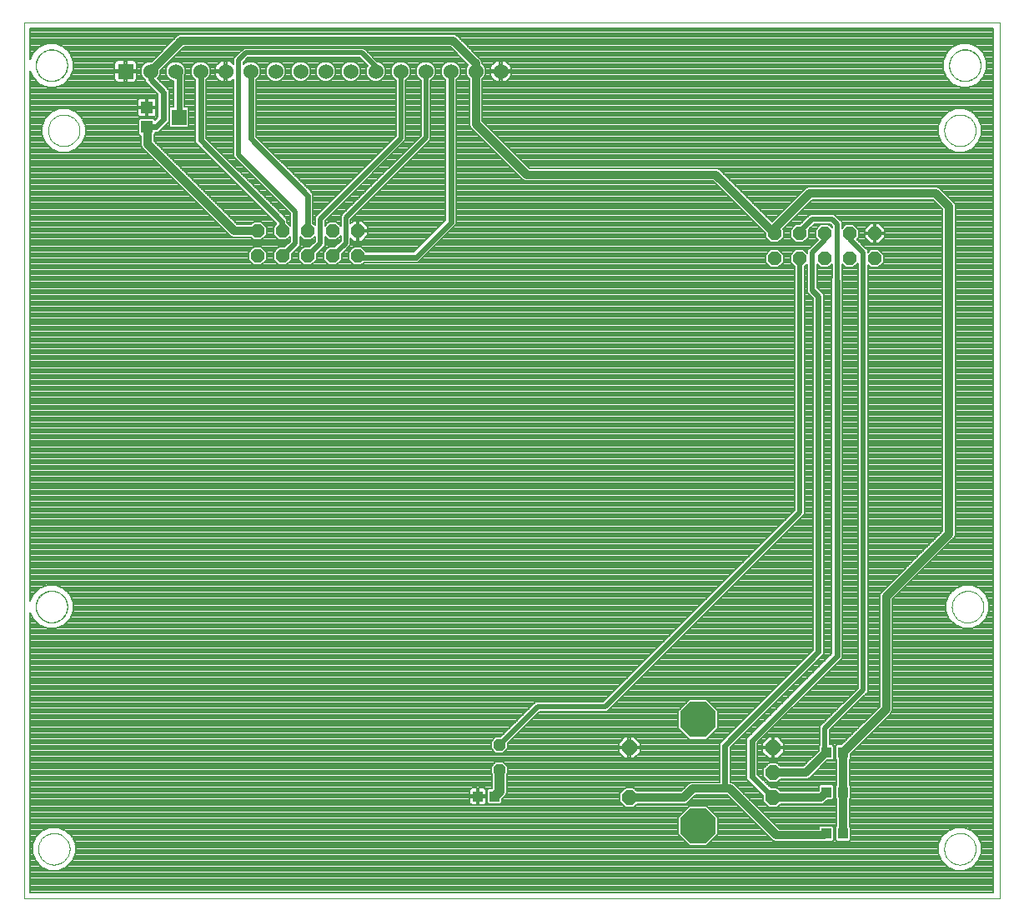
<source format=gbl>
G75*
%MOIN*%
%OFA0B0*%
%FSLAX24Y24*%
%IPPOS*%
%LPD*%
%AMOC8*
5,1,8,0,0,1.08239X$1,22.5*
%
%ADD10C,0.0000*%
%ADD11OC8,0.0591*%
%ADD12OC8,0.1424*%
%ADD13R,0.0394X0.0433*%
%ADD14R,0.0472X0.0472*%
%ADD15R,0.0591X0.0630*%
%ADD16R,0.0600X0.0600*%
%ADD17C,0.0600*%
%ADD18OC8,0.0540*%
%ADD19OC8,0.0480*%
%ADD20C,0.0240*%
%ADD21C,0.0320*%
%ADD22C,0.0079*%
%ADD23C,0.0197*%
%ADD24C,0.0236*%
%ADD25C,0.0400*%
D10*
X000394Y000139D02*
X000394Y035179D01*
X039370Y035179D01*
X039370Y000139D01*
X000394Y000139D01*
X000945Y002108D02*
X000947Y002158D01*
X000953Y002208D01*
X000963Y002257D01*
X000977Y002305D01*
X000994Y002352D01*
X001015Y002397D01*
X001040Y002441D01*
X001068Y002482D01*
X001100Y002521D01*
X001134Y002558D01*
X001171Y002592D01*
X001211Y002622D01*
X001253Y002649D01*
X001297Y002673D01*
X001343Y002694D01*
X001390Y002710D01*
X001438Y002723D01*
X001488Y002732D01*
X001537Y002737D01*
X001588Y002738D01*
X001638Y002735D01*
X001687Y002728D01*
X001736Y002717D01*
X001784Y002702D01*
X001830Y002684D01*
X001875Y002662D01*
X001918Y002636D01*
X001959Y002607D01*
X001998Y002575D01*
X002034Y002540D01*
X002066Y002502D01*
X002096Y002462D01*
X002123Y002419D01*
X002146Y002375D01*
X002165Y002329D01*
X002181Y002281D01*
X002193Y002232D01*
X002201Y002183D01*
X002205Y002133D01*
X002205Y002083D01*
X002201Y002033D01*
X002193Y001984D01*
X002181Y001935D01*
X002165Y001887D01*
X002146Y001841D01*
X002123Y001797D01*
X002096Y001754D01*
X002066Y001714D01*
X002034Y001676D01*
X001998Y001641D01*
X001959Y001609D01*
X001918Y001580D01*
X001875Y001554D01*
X001830Y001532D01*
X001784Y001514D01*
X001736Y001499D01*
X001687Y001488D01*
X001638Y001481D01*
X001588Y001478D01*
X001537Y001479D01*
X001488Y001484D01*
X001438Y001493D01*
X001390Y001506D01*
X001343Y001522D01*
X001297Y001543D01*
X001253Y001567D01*
X001211Y001594D01*
X001171Y001624D01*
X001134Y001658D01*
X001100Y001695D01*
X001068Y001734D01*
X001040Y001775D01*
X001015Y001819D01*
X000994Y001864D01*
X000977Y001911D01*
X000963Y001959D01*
X000953Y002008D01*
X000947Y002058D01*
X000945Y002108D01*
X000854Y011793D02*
X000856Y011843D01*
X000862Y011893D01*
X000872Y011942D01*
X000886Y011990D01*
X000903Y012037D01*
X000924Y012082D01*
X000949Y012126D01*
X000977Y012167D01*
X001009Y012206D01*
X001043Y012243D01*
X001080Y012277D01*
X001120Y012307D01*
X001162Y012334D01*
X001206Y012358D01*
X001252Y012379D01*
X001299Y012395D01*
X001347Y012408D01*
X001397Y012417D01*
X001446Y012422D01*
X001497Y012423D01*
X001547Y012420D01*
X001596Y012413D01*
X001645Y012402D01*
X001693Y012387D01*
X001739Y012369D01*
X001784Y012347D01*
X001827Y012321D01*
X001868Y012292D01*
X001907Y012260D01*
X001943Y012225D01*
X001975Y012187D01*
X002005Y012147D01*
X002032Y012104D01*
X002055Y012060D01*
X002074Y012014D01*
X002090Y011966D01*
X002102Y011917D01*
X002110Y011868D01*
X002114Y011818D01*
X002114Y011768D01*
X002110Y011718D01*
X002102Y011669D01*
X002090Y011620D01*
X002074Y011572D01*
X002055Y011526D01*
X002032Y011482D01*
X002005Y011439D01*
X001975Y011399D01*
X001943Y011361D01*
X001907Y011326D01*
X001868Y011294D01*
X001827Y011265D01*
X001784Y011239D01*
X001739Y011217D01*
X001693Y011199D01*
X001645Y011184D01*
X001596Y011173D01*
X001547Y011166D01*
X001497Y011163D01*
X001446Y011164D01*
X001397Y011169D01*
X001347Y011178D01*
X001299Y011191D01*
X001252Y011207D01*
X001206Y011228D01*
X001162Y011252D01*
X001120Y011279D01*
X001080Y011309D01*
X001043Y011343D01*
X001009Y011380D01*
X000977Y011419D01*
X000949Y011460D01*
X000924Y011504D01*
X000903Y011549D01*
X000886Y011596D01*
X000872Y011644D01*
X000862Y011693D01*
X000856Y011743D01*
X000854Y011793D01*
X000846Y011803D02*
X000848Y011853D01*
X000854Y011903D01*
X000864Y011952D01*
X000878Y012000D01*
X000895Y012047D01*
X000916Y012092D01*
X000941Y012136D01*
X000969Y012177D01*
X001001Y012216D01*
X001035Y012253D01*
X001072Y012287D01*
X001112Y012317D01*
X001154Y012344D01*
X001198Y012368D01*
X001244Y012389D01*
X001291Y012405D01*
X001339Y012418D01*
X001389Y012427D01*
X001438Y012432D01*
X001489Y012433D01*
X001539Y012430D01*
X001588Y012423D01*
X001637Y012412D01*
X001685Y012397D01*
X001731Y012379D01*
X001776Y012357D01*
X001819Y012331D01*
X001860Y012302D01*
X001899Y012270D01*
X001935Y012235D01*
X001967Y012197D01*
X001997Y012157D01*
X002024Y012114D01*
X002047Y012070D01*
X002066Y012024D01*
X002082Y011976D01*
X002094Y011927D01*
X002102Y011878D01*
X002106Y011828D01*
X002106Y011778D01*
X002102Y011728D01*
X002094Y011679D01*
X002082Y011630D01*
X002066Y011582D01*
X002047Y011536D01*
X002024Y011492D01*
X001997Y011449D01*
X001967Y011409D01*
X001935Y011371D01*
X001899Y011336D01*
X001860Y011304D01*
X001819Y011275D01*
X001776Y011249D01*
X001731Y011227D01*
X001685Y011209D01*
X001637Y011194D01*
X001588Y011183D01*
X001539Y011176D01*
X001489Y011173D01*
X001438Y011174D01*
X001389Y011179D01*
X001339Y011188D01*
X001291Y011201D01*
X001244Y011217D01*
X001198Y011238D01*
X001154Y011262D01*
X001112Y011289D01*
X001072Y011319D01*
X001035Y011353D01*
X001001Y011390D01*
X000969Y011429D01*
X000941Y011470D01*
X000916Y011514D01*
X000895Y011559D01*
X000878Y011606D01*
X000864Y011654D01*
X000854Y011703D01*
X000848Y011753D01*
X000846Y011803D01*
X001339Y030848D02*
X001341Y030898D01*
X001347Y030948D01*
X001357Y030997D01*
X001371Y031045D01*
X001388Y031092D01*
X001409Y031137D01*
X001434Y031181D01*
X001462Y031222D01*
X001494Y031261D01*
X001528Y031298D01*
X001565Y031332D01*
X001605Y031362D01*
X001647Y031389D01*
X001691Y031413D01*
X001737Y031434D01*
X001784Y031450D01*
X001832Y031463D01*
X001882Y031472D01*
X001931Y031477D01*
X001982Y031478D01*
X002032Y031475D01*
X002081Y031468D01*
X002130Y031457D01*
X002178Y031442D01*
X002224Y031424D01*
X002269Y031402D01*
X002312Y031376D01*
X002353Y031347D01*
X002392Y031315D01*
X002428Y031280D01*
X002460Y031242D01*
X002490Y031202D01*
X002517Y031159D01*
X002540Y031115D01*
X002559Y031069D01*
X002575Y031021D01*
X002587Y030972D01*
X002595Y030923D01*
X002599Y030873D01*
X002599Y030823D01*
X002595Y030773D01*
X002587Y030724D01*
X002575Y030675D01*
X002559Y030627D01*
X002540Y030581D01*
X002517Y030537D01*
X002490Y030494D01*
X002460Y030454D01*
X002428Y030416D01*
X002392Y030381D01*
X002353Y030349D01*
X002312Y030320D01*
X002269Y030294D01*
X002224Y030272D01*
X002178Y030254D01*
X002130Y030239D01*
X002081Y030228D01*
X002032Y030221D01*
X001982Y030218D01*
X001931Y030219D01*
X001882Y030224D01*
X001832Y030233D01*
X001784Y030246D01*
X001737Y030262D01*
X001691Y030283D01*
X001647Y030307D01*
X001605Y030334D01*
X001565Y030364D01*
X001528Y030398D01*
X001494Y030435D01*
X001462Y030474D01*
X001434Y030515D01*
X001409Y030559D01*
X001388Y030604D01*
X001371Y030651D01*
X001357Y030699D01*
X001347Y030748D01*
X001341Y030798D01*
X001339Y030848D01*
X000854Y033446D02*
X000856Y033496D01*
X000862Y033546D01*
X000872Y033595D01*
X000886Y033643D01*
X000903Y033690D01*
X000924Y033735D01*
X000949Y033779D01*
X000977Y033820D01*
X001009Y033859D01*
X001043Y033896D01*
X001080Y033930D01*
X001120Y033960D01*
X001162Y033987D01*
X001206Y034011D01*
X001252Y034032D01*
X001299Y034048D01*
X001347Y034061D01*
X001397Y034070D01*
X001446Y034075D01*
X001497Y034076D01*
X001547Y034073D01*
X001596Y034066D01*
X001645Y034055D01*
X001693Y034040D01*
X001739Y034022D01*
X001784Y034000D01*
X001827Y033974D01*
X001868Y033945D01*
X001907Y033913D01*
X001943Y033878D01*
X001975Y033840D01*
X002005Y033800D01*
X002032Y033757D01*
X002055Y033713D01*
X002074Y033667D01*
X002090Y033619D01*
X002102Y033570D01*
X002110Y033521D01*
X002114Y033471D01*
X002114Y033421D01*
X002110Y033371D01*
X002102Y033322D01*
X002090Y033273D01*
X002074Y033225D01*
X002055Y033179D01*
X002032Y033135D01*
X002005Y033092D01*
X001975Y033052D01*
X001943Y033014D01*
X001907Y032979D01*
X001868Y032947D01*
X001827Y032918D01*
X001784Y032892D01*
X001739Y032870D01*
X001693Y032852D01*
X001645Y032837D01*
X001596Y032826D01*
X001547Y032819D01*
X001497Y032816D01*
X001446Y032817D01*
X001397Y032822D01*
X001347Y032831D01*
X001299Y032844D01*
X001252Y032860D01*
X001206Y032881D01*
X001162Y032905D01*
X001120Y032932D01*
X001080Y032962D01*
X001043Y032996D01*
X001009Y033033D01*
X000977Y033072D01*
X000949Y033113D01*
X000924Y033157D01*
X000903Y033202D01*
X000886Y033249D01*
X000872Y033297D01*
X000862Y033346D01*
X000856Y033396D01*
X000854Y033446D01*
X000846Y033456D02*
X000848Y033506D01*
X000854Y033556D01*
X000864Y033605D01*
X000878Y033653D01*
X000895Y033700D01*
X000916Y033745D01*
X000941Y033789D01*
X000969Y033830D01*
X001001Y033869D01*
X001035Y033906D01*
X001072Y033940D01*
X001112Y033970D01*
X001154Y033997D01*
X001198Y034021D01*
X001244Y034042D01*
X001291Y034058D01*
X001339Y034071D01*
X001389Y034080D01*
X001438Y034085D01*
X001489Y034086D01*
X001539Y034083D01*
X001588Y034076D01*
X001637Y034065D01*
X001685Y034050D01*
X001731Y034032D01*
X001776Y034010D01*
X001819Y033984D01*
X001860Y033955D01*
X001899Y033923D01*
X001935Y033888D01*
X001967Y033850D01*
X001997Y033810D01*
X002024Y033767D01*
X002047Y033723D01*
X002066Y033677D01*
X002082Y033629D01*
X002094Y033580D01*
X002102Y033531D01*
X002106Y033481D01*
X002106Y033431D01*
X002102Y033381D01*
X002094Y033332D01*
X002082Y033283D01*
X002066Y033235D01*
X002047Y033189D01*
X002024Y033145D01*
X001997Y033102D01*
X001967Y033062D01*
X001935Y033024D01*
X001899Y032989D01*
X001860Y032957D01*
X001819Y032928D01*
X001776Y032902D01*
X001731Y032880D01*
X001685Y032862D01*
X001637Y032847D01*
X001588Y032836D01*
X001539Y032829D01*
X001489Y032826D01*
X001438Y032827D01*
X001389Y032832D01*
X001339Y032841D01*
X001291Y032854D01*
X001244Y032870D01*
X001198Y032891D01*
X001154Y032915D01*
X001112Y032942D01*
X001072Y032972D01*
X001035Y033006D01*
X001001Y033043D01*
X000969Y033082D01*
X000941Y033123D01*
X000916Y033167D01*
X000895Y033212D01*
X000878Y033259D01*
X000864Y033307D01*
X000854Y033356D01*
X000848Y033406D01*
X000846Y033456D01*
X037165Y030848D02*
X037167Y030898D01*
X037173Y030948D01*
X037183Y030997D01*
X037197Y031045D01*
X037214Y031092D01*
X037235Y031137D01*
X037260Y031181D01*
X037288Y031222D01*
X037320Y031261D01*
X037354Y031298D01*
X037391Y031332D01*
X037431Y031362D01*
X037473Y031389D01*
X037517Y031413D01*
X037563Y031434D01*
X037610Y031450D01*
X037658Y031463D01*
X037708Y031472D01*
X037757Y031477D01*
X037808Y031478D01*
X037858Y031475D01*
X037907Y031468D01*
X037956Y031457D01*
X038004Y031442D01*
X038050Y031424D01*
X038095Y031402D01*
X038138Y031376D01*
X038179Y031347D01*
X038218Y031315D01*
X038254Y031280D01*
X038286Y031242D01*
X038316Y031202D01*
X038343Y031159D01*
X038366Y031115D01*
X038385Y031069D01*
X038401Y031021D01*
X038413Y030972D01*
X038421Y030923D01*
X038425Y030873D01*
X038425Y030823D01*
X038421Y030773D01*
X038413Y030724D01*
X038401Y030675D01*
X038385Y030627D01*
X038366Y030581D01*
X038343Y030537D01*
X038316Y030494D01*
X038286Y030454D01*
X038254Y030416D01*
X038218Y030381D01*
X038179Y030349D01*
X038138Y030320D01*
X038095Y030294D01*
X038050Y030272D01*
X038004Y030254D01*
X037956Y030239D01*
X037907Y030228D01*
X037858Y030221D01*
X037808Y030218D01*
X037757Y030219D01*
X037708Y030224D01*
X037658Y030233D01*
X037610Y030246D01*
X037563Y030262D01*
X037517Y030283D01*
X037473Y030307D01*
X037431Y030334D01*
X037391Y030364D01*
X037354Y030398D01*
X037320Y030435D01*
X037288Y030474D01*
X037260Y030515D01*
X037235Y030559D01*
X037214Y030604D01*
X037197Y030651D01*
X037183Y030699D01*
X037173Y030748D01*
X037167Y030798D01*
X037165Y030848D01*
X037354Y033446D02*
X037356Y033496D01*
X037362Y033546D01*
X037372Y033595D01*
X037386Y033643D01*
X037403Y033690D01*
X037424Y033735D01*
X037449Y033779D01*
X037477Y033820D01*
X037509Y033859D01*
X037543Y033896D01*
X037580Y033930D01*
X037620Y033960D01*
X037662Y033987D01*
X037706Y034011D01*
X037752Y034032D01*
X037799Y034048D01*
X037847Y034061D01*
X037897Y034070D01*
X037946Y034075D01*
X037997Y034076D01*
X038047Y034073D01*
X038096Y034066D01*
X038145Y034055D01*
X038193Y034040D01*
X038239Y034022D01*
X038284Y034000D01*
X038327Y033974D01*
X038368Y033945D01*
X038407Y033913D01*
X038443Y033878D01*
X038475Y033840D01*
X038505Y033800D01*
X038532Y033757D01*
X038555Y033713D01*
X038574Y033667D01*
X038590Y033619D01*
X038602Y033570D01*
X038610Y033521D01*
X038614Y033471D01*
X038614Y033421D01*
X038610Y033371D01*
X038602Y033322D01*
X038590Y033273D01*
X038574Y033225D01*
X038555Y033179D01*
X038532Y033135D01*
X038505Y033092D01*
X038475Y033052D01*
X038443Y033014D01*
X038407Y032979D01*
X038368Y032947D01*
X038327Y032918D01*
X038284Y032892D01*
X038239Y032870D01*
X038193Y032852D01*
X038145Y032837D01*
X038096Y032826D01*
X038047Y032819D01*
X037997Y032816D01*
X037946Y032817D01*
X037897Y032822D01*
X037847Y032831D01*
X037799Y032844D01*
X037752Y032860D01*
X037706Y032881D01*
X037662Y032905D01*
X037620Y032932D01*
X037580Y032962D01*
X037543Y032996D01*
X037509Y033033D01*
X037477Y033072D01*
X037449Y033113D01*
X037424Y033157D01*
X037403Y033202D01*
X037386Y033249D01*
X037372Y033297D01*
X037362Y033346D01*
X037356Y033396D01*
X037354Y033446D01*
X037362Y033456D02*
X037364Y033506D01*
X037370Y033556D01*
X037380Y033605D01*
X037394Y033653D01*
X037411Y033700D01*
X037432Y033745D01*
X037457Y033789D01*
X037485Y033830D01*
X037517Y033869D01*
X037551Y033906D01*
X037588Y033940D01*
X037628Y033970D01*
X037670Y033997D01*
X037714Y034021D01*
X037760Y034042D01*
X037807Y034058D01*
X037855Y034071D01*
X037905Y034080D01*
X037954Y034085D01*
X038005Y034086D01*
X038055Y034083D01*
X038104Y034076D01*
X038153Y034065D01*
X038201Y034050D01*
X038247Y034032D01*
X038292Y034010D01*
X038335Y033984D01*
X038376Y033955D01*
X038415Y033923D01*
X038451Y033888D01*
X038483Y033850D01*
X038513Y033810D01*
X038540Y033767D01*
X038563Y033723D01*
X038582Y033677D01*
X038598Y033629D01*
X038610Y033580D01*
X038618Y033531D01*
X038622Y033481D01*
X038622Y033431D01*
X038618Y033381D01*
X038610Y033332D01*
X038598Y033283D01*
X038582Y033235D01*
X038563Y033189D01*
X038540Y033145D01*
X038513Y033102D01*
X038483Y033062D01*
X038451Y033024D01*
X038415Y032989D01*
X038376Y032957D01*
X038335Y032928D01*
X038292Y032902D01*
X038247Y032880D01*
X038201Y032862D01*
X038153Y032847D01*
X038104Y032836D01*
X038055Y032829D01*
X038005Y032826D01*
X037954Y032827D01*
X037905Y032832D01*
X037855Y032841D01*
X037807Y032854D01*
X037760Y032870D01*
X037714Y032891D01*
X037670Y032915D01*
X037628Y032942D01*
X037588Y032972D01*
X037551Y033006D01*
X037517Y033043D01*
X037485Y033082D01*
X037457Y033123D01*
X037432Y033167D01*
X037411Y033212D01*
X037394Y033259D01*
X037380Y033307D01*
X037370Y033356D01*
X037364Y033406D01*
X037362Y033456D01*
X037468Y011793D02*
X037470Y011843D01*
X037476Y011893D01*
X037486Y011942D01*
X037500Y011990D01*
X037517Y012037D01*
X037538Y012082D01*
X037563Y012126D01*
X037591Y012167D01*
X037623Y012206D01*
X037657Y012243D01*
X037694Y012277D01*
X037734Y012307D01*
X037776Y012334D01*
X037820Y012358D01*
X037866Y012379D01*
X037913Y012395D01*
X037961Y012408D01*
X038011Y012417D01*
X038060Y012422D01*
X038111Y012423D01*
X038161Y012420D01*
X038210Y012413D01*
X038259Y012402D01*
X038307Y012387D01*
X038353Y012369D01*
X038398Y012347D01*
X038441Y012321D01*
X038482Y012292D01*
X038521Y012260D01*
X038557Y012225D01*
X038589Y012187D01*
X038619Y012147D01*
X038646Y012104D01*
X038669Y012060D01*
X038688Y012014D01*
X038704Y011966D01*
X038716Y011917D01*
X038724Y011868D01*
X038728Y011818D01*
X038728Y011768D01*
X038724Y011718D01*
X038716Y011669D01*
X038704Y011620D01*
X038688Y011572D01*
X038669Y011526D01*
X038646Y011482D01*
X038619Y011439D01*
X038589Y011399D01*
X038557Y011361D01*
X038521Y011326D01*
X038482Y011294D01*
X038441Y011265D01*
X038398Y011239D01*
X038353Y011217D01*
X038307Y011199D01*
X038259Y011184D01*
X038210Y011173D01*
X038161Y011166D01*
X038111Y011163D01*
X038060Y011164D01*
X038011Y011169D01*
X037961Y011178D01*
X037913Y011191D01*
X037866Y011207D01*
X037820Y011228D01*
X037776Y011252D01*
X037734Y011279D01*
X037694Y011309D01*
X037657Y011343D01*
X037623Y011380D01*
X037591Y011419D01*
X037563Y011460D01*
X037538Y011504D01*
X037517Y011549D01*
X037500Y011596D01*
X037486Y011644D01*
X037476Y011693D01*
X037470Y011743D01*
X037468Y011793D01*
X037165Y002108D02*
X037167Y002158D01*
X037173Y002208D01*
X037183Y002257D01*
X037197Y002305D01*
X037214Y002352D01*
X037235Y002397D01*
X037260Y002441D01*
X037288Y002482D01*
X037320Y002521D01*
X037354Y002558D01*
X037391Y002592D01*
X037431Y002622D01*
X037473Y002649D01*
X037517Y002673D01*
X037563Y002694D01*
X037610Y002710D01*
X037658Y002723D01*
X037708Y002732D01*
X037757Y002737D01*
X037808Y002738D01*
X037858Y002735D01*
X037907Y002728D01*
X037956Y002717D01*
X038004Y002702D01*
X038050Y002684D01*
X038095Y002662D01*
X038138Y002636D01*
X038179Y002607D01*
X038218Y002575D01*
X038254Y002540D01*
X038286Y002502D01*
X038316Y002462D01*
X038343Y002419D01*
X038366Y002375D01*
X038385Y002329D01*
X038401Y002281D01*
X038413Y002232D01*
X038421Y002183D01*
X038425Y002133D01*
X038425Y002083D01*
X038421Y002033D01*
X038413Y001984D01*
X038401Y001935D01*
X038385Y001887D01*
X038366Y001841D01*
X038343Y001797D01*
X038316Y001754D01*
X038286Y001714D01*
X038254Y001676D01*
X038218Y001641D01*
X038179Y001609D01*
X038138Y001580D01*
X038095Y001554D01*
X038050Y001532D01*
X038004Y001514D01*
X037956Y001499D01*
X037907Y001488D01*
X037858Y001481D01*
X037808Y001478D01*
X037757Y001479D01*
X037708Y001484D01*
X037658Y001493D01*
X037610Y001506D01*
X037563Y001522D01*
X037517Y001543D01*
X037473Y001567D01*
X037431Y001594D01*
X037391Y001624D01*
X037354Y001658D01*
X037320Y001695D01*
X037288Y001734D01*
X037260Y001775D01*
X037235Y001819D01*
X037214Y001864D01*
X037197Y001911D01*
X037183Y001959D01*
X037173Y002008D01*
X037167Y002058D01*
X037165Y002108D01*
D11*
X030325Y004155D03*
X030325Y005155D03*
X030325Y006155D03*
X024575Y006155D03*
X024575Y004155D03*
D12*
X027325Y003030D03*
X027325Y007280D03*
D13*
X032441Y005966D03*
X033110Y005966D03*
X033110Y004376D03*
X032441Y004376D03*
X032441Y002726D03*
X033110Y002726D03*
X019195Y004210D03*
X018526Y004210D03*
D14*
X005290Y030981D03*
X005290Y031768D03*
D15*
X006570Y031374D03*
D16*
X004437Y033210D03*
D17*
X005437Y033210D03*
X006437Y033210D03*
X007437Y033210D03*
X008437Y033210D03*
X009437Y033210D03*
X010437Y033210D03*
X011437Y033210D03*
X012437Y033210D03*
X013437Y033210D03*
X014437Y033210D03*
X015437Y033210D03*
X016437Y033210D03*
X017437Y033210D03*
X018437Y033210D03*
X019437Y033210D03*
D18*
X013713Y026820D03*
X013713Y025820D03*
X012713Y025820D03*
X012713Y026820D03*
X011713Y026820D03*
X011713Y025820D03*
X010713Y025820D03*
X010713Y026820D03*
X009713Y026820D03*
X009713Y025820D03*
X030382Y025722D03*
X031382Y025722D03*
X032382Y025722D03*
X033382Y025722D03*
X034382Y025722D03*
X034382Y026722D03*
X033382Y026722D03*
X032382Y026722D03*
X031382Y026722D03*
X030382Y026722D03*
D19*
X019376Y006261D03*
X019376Y005261D03*
D20*
X016043Y025779D02*
X013730Y025779D01*
X013713Y025820D01*
X011713Y026820D02*
X011713Y028240D01*
X009437Y030515D01*
X009437Y033210D01*
X007437Y033210D02*
X007437Y030448D01*
X010679Y027206D01*
X010679Y026830D01*
X010713Y026820D01*
X016043Y025779D02*
X017437Y027173D01*
X017437Y033210D01*
X006570Y033078D02*
X006570Y031374D01*
X005955Y031291D02*
X005659Y030996D01*
X005305Y030996D01*
X005290Y030981D01*
X005955Y031291D02*
X005955Y032374D01*
X005437Y032891D01*
X005437Y033210D01*
X006437Y033210D02*
X006570Y033078D01*
D21*
X005437Y033210D02*
X006667Y034441D01*
X017520Y034441D01*
X018437Y033523D01*
X018437Y033210D01*
X018437Y031112D01*
X020472Y029076D01*
X028028Y029076D01*
X030382Y026722D01*
X030382Y026929D01*
X031791Y028338D01*
X036811Y028338D01*
X037352Y027797D01*
X037352Y014706D01*
X034843Y012196D01*
X034843Y007698D01*
X033110Y005966D01*
X033110Y004376D01*
X033110Y002726D01*
X032441Y002726D02*
X032364Y002649D01*
X030463Y002649D01*
X028593Y004519D01*
X028396Y004519D01*
X027116Y004519D01*
X026752Y004155D01*
X024575Y004155D01*
X030325Y004155D02*
X032220Y004155D01*
X032441Y004376D01*
X031630Y005155D02*
X032441Y005966D01*
X031630Y005155D02*
X030325Y005155D01*
X009713Y026820D02*
X008801Y026820D01*
X005315Y030307D01*
X005315Y030956D01*
X005290Y030981D01*
D22*
X004955Y030958D02*
X002838Y030958D01*
X002838Y031021D02*
X002705Y031340D01*
X002461Y031585D01*
X002141Y031717D01*
X001796Y031717D01*
X001476Y031585D01*
X001232Y031340D01*
X001099Y031021D01*
X001099Y030675D01*
X001232Y030356D01*
X001476Y030111D01*
X001796Y029979D01*
X002141Y029979D01*
X002461Y030111D01*
X002705Y030356D01*
X002838Y030675D01*
X002838Y031021D01*
X002832Y031036D02*
X004955Y031036D01*
X004955Y031113D02*
X002800Y031113D01*
X002768Y031190D02*
X004955Y031190D01*
X004955Y031258D02*
X004955Y030703D01*
X005013Y030645D01*
X005056Y030645D01*
X005056Y030255D01*
X005095Y030160D01*
X005168Y030087D01*
X008654Y026601D01*
X008750Y026561D01*
X009450Y026561D01*
X009560Y026451D01*
X009866Y026451D01*
X010082Y026667D01*
X010082Y026973D01*
X009866Y027190D01*
X009560Y027190D01*
X009450Y027080D01*
X008909Y027080D01*
X005574Y030414D01*
X005574Y030652D01*
X005626Y030703D01*
X005626Y030776D01*
X005750Y030776D01*
X005879Y030905D01*
X006174Y031200D01*
X006174Y032464D01*
X005715Y032924D01*
X005776Y032984D01*
X005836Y033131D01*
X005836Y033243D01*
X006775Y034181D01*
X017412Y034181D01*
X018128Y033466D01*
X018098Y033436D01*
X018038Y033290D01*
X018038Y033131D01*
X018098Y032984D01*
X018178Y032905D01*
X018178Y031060D01*
X018217Y030965D01*
X020253Y028929D01*
X020326Y028856D01*
X020421Y028817D01*
X027920Y028817D01*
X030013Y026725D01*
X030013Y026569D01*
X030229Y026353D01*
X030535Y026353D01*
X030751Y026569D01*
X030751Y026875D01*
X030723Y026903D01*
X031899Y028079D01*
X036704Y028079D01*
X037093Y027689D01*
X037093Y014814D01*
X034623Y012343D01*
X034105Y012343D01*
X034105Y012266D02*
X034591Y012266D01*
X034583Y012248D02*
X034583Y007806D01*
X033059Y006282D01*
X032872Y006282D01*
X032814Y006224D01*
X032814Y005708D01*
X032851Y005672D01*
X032851Y004670D01*
X032814Y004633D01*
X032814Y004118D01*
X032851Y004081D01*
X032851Y003021D01*
X032814Y002984D01*
X032814Y002468D01*
X032872Y002410D01*
X033348Y002410D01*
X033406Y002468D01*
X033406Y002984D01*
X033370Y003021D01*
X033370Y004081D01*
X033406Y004118D01*
X033406Y004633D01*
X033370Y004670D01*
X033370Y005672D01*
X033406Y005708D01*
X033406Y005896D01*
X034989Y007479D01*
X034989Y007479D01*
X035062Y007552D01*
X035102Y007647D01*
X035102Y012089D01*
X037499Y014486D01*
X037572Y014559D01*
X037612Y014655D01*
X037612Y027848D01*
X037572Y027944D01*
X037031Y028485D01*
X036958Y028558D01*
X036863Y028598D01*
X031740Y028598D01*
X031644Y028558D01*
X030279Y027192D01*
X028174Y029296D01*
X028079Y029336D01*
X020580Y029336D01*
X018696Y031219D01*
X018696Y032905D01*
X018776Y032984D01*
X018836Y033131D01*
X018836Y033290D01*
X018776Y033436D01*
X018696Y033516D01*
X018696Y033575D01*
X018657Y033670D01*
X017740Y034587D01*
X017667Y034660D01*
X017571Y034700D01*
X006616Y034700D01*
X006520Y034660D01*
X005470Y033610D01*
X005358Y033610D01*
X005211Y033549D01*
X005098Y033436D01*
X005038Y033290D01*
X005038Y033131D01*
X005098Y032984D01*
X005211Y032872D01*
X005218Y032869D01*
X005218Y032800D01*
X005735Y032283D01*
X005735Y031382D01*
X005619Y031265D01*
X005568Y031316D01*
X005013Y031316D01*
X004955Y031258D01*
X004964Y031267D02*
X002736Y031267D01*
X002701Y031344D02*
X005698Y031344D01*
X005735Y031422D02*
X005613Y031422D01*
X005612Y031420D02*
X005638Y031446D01*
X005656Y031478D01*
X005666Y031514D01*
X005666Y031729D01*
X005330Y031729D01*
X005330Y031807D01*
X005666Y031807D01*
X005666Y032023D01*
X005656Y032058D01*
X005638Y032090D01*
X005612Y032116D01*
X005580Y032134D01*
X005545Y032144D01*
X005330Y032144D01*
X005330Y031807D01*
X005251Y031807D01*
X005251Y031729D01*
X004915Y031729D01*
X004915Y031514D01*
X004924Y031478D01*
X004942Y031446D01*
X004968Y031420D01*
X005000Y031402D01*
X005036Y031393D01*
X005251Y031393D01*
X005251Y031729D01*
X005330Y031729D01*
X005330Y031393D01*
X005545Y031393D01*
X005580Y031402D01*
X005612Y031420D01*
X005662Y031499D02*
X005735Y031499D01*
X005735Y031576D02*
X005666Y031576D01*
X005666Y031653D02*
X005735Y031653D01*
X005735Y031731D02*
X005330Y031731D01*
X005330Y031808D02*
X005251Y031808D01*
X005251Y031807D02*
X005251Y032144D01*
X005036Y032144D01*
X005000Y032134D01*
X004968Y032116D01*
X004942Y032090D01*
X004924Y032058D01*
X004915Y032023D01*
X004915Y031807D01*
X005251Y031807D01*
X005251Y031731D02*
X000633Y031731D01*
X000633Y031808D02*
X004915Y031808D01*
X004915Y031885D02*
X000633Y031885D01*
X000633Y031962D02*
X004915Y031962D01*
X004919Y032040D02*
X000633Y032040D01*
X000633Y032117D02*
X004970Y032117D01*
X005251Y032117D02*
X005330Y032117D01*
X005330Y032040D02*
X005251Y032040D01*
X005251Y031962D02*
X005330Y031962D01*
X005330Y031885D02*
X005251Y031885D01*
X005251Y031653D02*
X005330Y031653D01*
X005330Y031576D02*
X005251Y031576D01*
X005251Y031499D02*
X005330Y031499D01*
X005330Y031422D02*
X005251Y031422D01*
X004967Y031422D02*
X002624Y031422D01*
X002547Y031499D02*
X004918Y031499D01*
X004915Y031576D02*
X002470Y031576D01*
X002296Y031653D02*
X004915Y031653D01*
X005666Y031808D02*
X005735Y031808D01*
X005735Y031885D02*
X005666Y031885D01*
X005666Y031962D02*
X005735Y031962D01*
X005735Y032040D02*
X005661Y032040D01*
X005610Y032117D02*
X005735Y032117D01*
X005735Y032194D02*
X000633Y032194D01*
X000633Y032271D02*
X005735Y032271D01*
X005669Y032349D02*
X000633Y032349D01*
X000633Y032426D02*
X005592Y032426D01*
X005515Y032503D02*
X000633Y032503D01*
X000633Y032580D02*
X001304Y032580D01*
X001311Y032577D02*
X001657Y032577D01*
X001977Y032710D01*
X002221Y032954D01*
X002354Y033274D01*
X002354Y033619D01*
X002221Y033939D01*
X002215Y033945D01*
X002213Y033949D01*
X001969Y034193D01*
X001649Y034326D01*
X001303Y034326D01*
X000984Y034193D01*
X000739Y033949D01*
X000633Y033692D01*
X000633Y034939D01*
X039131Y034939D01*
X039131Y000379D01*
X000633Y000379D01*
X000633Y011567D01*
X000739Y011310D01*
X000746Y011304D01*
X000747Y011300D01*
X000992Y011056D01*
X001311Y010924D01*
X001657Y010924D01*
X001977Y011056D01*
X002221Y011300D01*
X002354Y011620D01*
X002354Y011966D01*
X002221Y012285D01*
X002215Y012292D01*
X002213Y012295D01*
X001969Y012540D01*
X001649Y012672D01*
X001303Y012672D01*
X000984Y012540D01*
X000739Y012295D01*
X000633Y012038D01*
X000633Y033221D01*
X000739Y032964D01*
X000746Y032957D01*
X000747Y032954D01*
X000992Y032710D01*
X001311Y032577D01*
X001117Y032658D02*
X000633Y032658D01*
X000633Y032735D02*
X000967Y032735D01*
X000889Y032812D02*
X000633Y032812D01*
X000633Y032889D02*
X000812Y032889D01*
X000738Y032967D02*
X000633Y032967D01*
X000633Y033044D02*
X000706Y033044D01*
X000674Y033121D02*
X000633Y033121D01*
X000633Y033198D02*
X000642Y033198D01*
X000633Y033739D02*
X000653Y033739D01*
X000633Y033816D02*
X000685Y033816D01*
X000717Y033893D02*
X000633Y033893D01*
X000633Y033971D02*
X000761Y033971D01*
X000839Y034048D02*
X000633Y034048D01*
X000633Y034125D02*
X000916Y034125D01*
X001006Y034202D02*
X000633Y034202D01*
X000633Y034280D02*
X001193Y034280D01*
X001760Y034280D02*
X006140Y034280D01*
X006217Y034357D02*
X000633Y034357D01*
X000633Y034434D02*
X006294Y034434D01*
X006371Y034511D02*
X000633Y034511D01*
X000633Y034589D02*
X006449Y034589D01*
X006533Y034666D02*
X000633Y034666D01*
X000633Y034743D02*
X039131Y034743D01*
X039131Y034666D02*
X017654Y034666D01*
X017738Y034589D02*
X039131Y034589D01*
X039131Y034511D02*
X017816Y034511D01*
X017893Y034434D02*
X039131Y034434D01*
X039131Y034357D02*
X017970Y034357D01*
X018047Y034280D02*
X037708Y034280D01*
X037819Y034326D02*
X037500Y034193D01*
X037255Y033949D01*
X037254Y033945D01*
X037247Y033939D01*
X037115Y033619D01*
X037115Y033274D01*
X037247Y032954D01*
X037492Y032710D01*
X037811Y032577D01*
X038157Y032577D01*
X038477Y032710D01*
X038721Y032954D01*
X038723Y032957D01*
X038729Y032964D01*
X038861Y033283D01*
X038861Y033629D01*
X038729Y033949D01*
X038485Y034193D01*
X038165Y034326D01*
X037819Y034326D01*
X037522Y034202D02*
X018125Y034202D01*
X018202Y034125D02*
X037432Y034125D01*
X037354Y034048D02*
X018279Y034048D01*
X018356Y033971D02*
X037277Y033971D01*
X037228Y033893D02*
X018434Y033893D01*
X018511Y033816D02*
X037196Y033816D01*
X037164Y033739D02*
X018588Y033739D01*
X018660Y033662D02*
X037132Y033662D01*
X037115Y033584D02*
X019669Y033584D01*
X019667Y033586D02*
X019606Y033617D01*
X019540Y033639D01*
X019476Y033649D01*
X019476Y033250D01*
X019398Y033250D01*
X019398Y033649D01*
X019334Y033639D01*
X019268Y033617D01*
X019207Y033586D01*
X019151Y033545D01*
X019102Y033496D01*
X019061Y033441D01*
X019030Y033379D01*
X019008Y033313D01*
X018998Y033250D01*
X019398Y033250D01*
X019398Y033171D01*
X019476Y033171D01*
X019476Y032772D01*
X019540Y032782D01*
X019606Y032803D01*
X019667Y032834D01*
X019723Y032875D01*
X019772Y032924D01*
X019813Y032980D01*
X019844Y033042D01*
X019866Y033107D01*
X019876Y033171D01*
X019476Y033171D01*
X019476Y033250D01*
X019876Y033250D01*
X019866Y033313D01*
X019844Y033379D01*
X019813Y033441D01*
X019772Y033496D01*
X019723Y033545D01*
X019667Y033586D01*
X019761Y033507D02*
X037115Y033507D01*
X037115Y033430D02*
X019818Y033430D01*
X019853Y033353D02*
X037115Y033353D01*
X037115Y033276D02*
X019872Y033276D01*
X019868Y033121D02*
X037178Y033121D01*
X037146Y033198D02*
X019476Y033198D01*
X019476Y033121D02*
X019398Y033121D01*
X019398Y033171D02*
X019398Y032772D01*
X019334Y032782D01*
X019268Y032803D01*
X019207Y032834D01*
X019151Y032875D01*
X019102Y032924D01*
X019061Y032980D01*
X019030Y033042D01*
X019008Y033107D01*
X018998Y033171D01*
X019398Y033171D01*
X019398Y033198D02*
X018836Y033198D01*
X018832Y033121D02*
X019006Y033121D01*
X019029Y033044D02*
X018800Y033044D01*
X018758Y032967D02*
X019071Y032967D01*
X019137Y032889D02*
X018696Y032889D01*
X018696Y032812D02*
X019251Y032812D01*
X019398Y032812D02*
X019476Y032812D01*
X019476Y032889D02*
X019398Y032889D01*
X019398Y032967D02*
X019476Y032967D01*
X019476Y033044D02*
X019398Y033044D01*
X019398Y033276D02*
X019476Y033276D01*
X019476Y033353D02*
X019398Y033353D01*
X019398Y033430D02*
X019476Y033430D01*
X019476Y033507D02*
X019398Y033507D01*
X019398Y033584D02*
X019476Y033584D01*
X019205Y033584D02*
X018692Y033584D01*
X018705Y033507D02*
X019113Y033507D01*
X019056Y033430D02*
X018778Y033430D01*
X018810Y033353D02*
X019021Y033353D01*
X019002Y033276D02*
X018836Y033276D01*
X018178Y032889D02*
X017681Y032889D01*
X017663Y032872D02*
X017776Y032984D01*
X017836Y033131D01*
X017836Y033290D01*
X017776Y033436D01*
X017663Y033549D01*
X017516Y033610D01*
X017358Y033610D01*
X017211Y033549D01*
X017098Y033436D01*
X017038Y033290D01*
X017038Y033131D01*
X017098Y032984D01*
X017211Y032872D01*
X017218Y032869D01*
X017218Y027264D01*
X015952Y025999D01*
X014057Y025999D01*
X013866Y026190D01*
X013560Y026190D01*
X013343Y025973D01*
X013343Y025667D01*
X013560Y025451D01*
X013866Y025451D01*
X013974Y025560D01*
X016134Y025560D01*
X016263Y025688D01*
X017656Y027082D01*
X017656Y032869D01*
X017663Y032872D01*
X017656Y032812D02*
X018178Y032812D01*
X018178Y032735D02*
X017656Y032735D01*
X017656Y032658D02*
X018178Y032658D01*
X018178Y032580D02*
X017656Y032580D01*
X017656Y032503D02*
X018178Y032503D01*
X018178Y032426D02*
X017656Y032426D01*
X017656Y032349D02*
X018178Y032349D01*
X018178Y032271D02*
X017656Y032271D01*
X017656Y032194D02*
X018178Y032194D01*
X018178Y032117D02*
X017656Y032117D01*
X017656Y032040D02*
X018178Y032040D01*
X018178Y031962D02*
X017656Y031962D01*
X017656Y031885D02*
X018178Y031885D01*
X018178Y031808D02*
X017656Y031808D01*
X017656Y031731D02*
X018178Y031731D01*
X018178Y031653D02*
X017656Y031653D01*
X017656Y031576D02*
X018178Y031576D01*
X018178Y031499D02*
X017656Y031499D01*
X017656Y031422D02*
X018178Y031422D01*
X018178Y031344D02*
X017656Y031344D01*
X017656Y031267D02*
X018178Y031267D01*
X018178Y031190D02*
X017656Y031190D01*
X017656Y031113D02*
X018178Y031113D01*
X018188Y031036D02*
X017656Y031036D01*
X017656Y030958D02*
X018224Y030958D01*
X018301Y030881D02*
X017656Y030881D01*
X017656Y030804D02*
X018378Y030804D01*
X018455Y030727D02*
X017656Y030727D01*
X017656Y030649D02*
X018533Y030649D01*
X018610Y030572D02*
X017656Y030572D01*
X017656Y030495D02*
X018687Y030495D01*
X018764Y030418D02*
X017656Y030418D01*
X017656Y030340D02*
X018842Y030340D01*
X018919Y030263D02*
X017656Y030263D01*
X017656Y030186D02*
X018996Y030186D01*
X019073Y030109D02*
X017656Y030109D01*
X017656Y030031D02*
X019151Y030031D01*
X019228Y029954D02*
X017656Y029954D01*
X017656Y029877D02*
X019305Y029877D01*
X019382Y029800D02*
X017656Y029800D01*
X017656Y029722D02*
X019460Y029722D01*
X019537Y029645D02*
X017656Y029645D01*
X017656Y029568D02*
X019614Y029568D01*
X019691Y029491D02*
X017656Y029491D01*
X017656Y029413D02*
X019769Y029413D01*
X019846Y029336D02*
X017656Y029336D01*
X017656Y029259D02*
X019923Y029259D01*
X020000Y029182D02*
X017656Y029182D01*
X017656Y029105D02*
X020077Y029105D01*
X020155Y029027D02*
X017656Y029027D01*
X017656Y028950D02*
X020232Y028950D01*
X020309Y028873D02*
X017656Y028873D01*
X017656Y028796D02*
X027942Y028796D01*
X028019Y028718D02*
X017656Y028718D01*
X017656Y028641D02*
X028096Y028641D01*
X028173Y028564D02*
X017656Y028564D01*
X017656Y028487D02*
X028251Y028487D01*
X028328Y028409D02*
X017656Y028409D01*
X017656Y028332D02*
X028405Y028332D01*
X028482Y028255D02*
X017656Y028255D01*
X017656Y028178D02*
X028559Y028178D01*
X028637Y028100D02*
X017656Y028100D01*
X017656Y028023D02*
X028714Y028023D01*
X028791Y027946D02*
X017656Y027946D01*
X017656Y027869D02*
X028868Y027869D01*
X028946Y027791D02*
X017656Y027791D01*
X017656Y027714D02*
X029023Y027714D01*
X029100Y027637D02*
X017656Y027637D01*
X017656Y027560D02*
X029177Y027560D01*
X029255Y027482D02*
X017656Y027482D01*
X017656Y027405D02*
X029332Y027405D01*
X029409Y027328D02*
X017656Y027328D01*
X017656Y027251D02*
X029486Y027251D01*
X029564Y027174D02*
X017656Y027174D01*
X017656Y027096D02*
X029641Y027096D01*
X029718Y027019D02*
X017593Y027019D01*
X017516Y026942D02*
X029795Y026942D01*
X029873Y026865D02*
X017439Y026865D01*
X017362Y026787D02*
X029950Y026787D01*
X030013Y026710D02*
X017284Y026710D01*
X017207Y026633D02*
X030013Y026633D01*
X030026Y026556D02*
X017130Y026556D01*
X017053Y026478D02*
X030103Y026478D01*
X030180Y026401D02*
X016976Y026401D01*
X016898Y026324D02*
X031958Y026324D01*
X032035Y026401D02*
X031583Y026401D01*
X031535Y026353D02*
X031751Y026569D01*
X031751Y026875D01*
X031746Y026881D01*
X031972Y027107D01*
X032595Y027107D01*
X032676Y027026D01*
X032676Y026950D01*
X032535Y027091D01*
X032229Y027091D01*
X032013Y026875D01*
X032013Y026569D01*
X032108Y026474D01*
X031808Y026174D01*
X031692Y026058D01*
X031692Y025934D01*
X031535Y026091D01*
X031229Y026091D01*
X031013Y025875D01*
X031013Y025569D01*
X031184Y025397D01*
X030579Y025397D01*
X030535Y025353D02*
X030751Y025569D01*
X030751Y025875D01*
X030535Y026091D01*
X030229Y026091D01*
X030013Y025875D01*
X030013Y025569D01*
X030229Y025353D01*
X030535Y025353D01*
X030656Y025474D02*
X031107Y025474D01*
X031184Y025397D02*
X031184Y015658D01*
X023524Y007999D01*
X020833Y007999D01*
X020718Y007883D01*
X019436Y006601D01*
X019235Y006601D01*
X019037Y006402D01*
X019037Y006121D01*
X019235Y005922D01*
X019517Y005922D01*
X019715Y006121D01*
X019715Y006321D01*
X020997Y007603D01*
X023688Y007603D01*
X031464Y015379D01*
X031580Y015494D01*
X031580Y025397D01*
X031692Y025397D01*
X031692Y025474D02*
X031656Y025474D01*
X031692Y025510D02*
X031692Y024560D01*
X031672Y024540D01*
X031672Y024360D01*
X031918Y024114D01*
X031918Y010072D01*
X028178Y006332D01*
X028178Y004779D01*
X027065Y004779D01*
X026969Y004739D01*
X026896Y004666D01*
X026645Y004414D01*
X024874Y004414D01*
X024738Y004550D01*
X024411Y004550D01*
X024180Y004319D01*
X024180Y003992D01*
X024411Y003760D01*
X024738Y003760D01*
X024874Y003896D01*
X026804Y003896D01*
X026899Y003935D01*
X027224Y004260D01*
X028485Y004260D01*
X030243Y002502D01*
X030316Y002429D01*
X030411Y002390D01*
X032416Y002390D01*
X032465Y002410D01*
X032679Y002410D01*
X032737Y002468D01*
X032737Y002984D01*
X032679Y003042D01*
X032203Y003042D01*
X032145Y002984D01*
X032145Y002909D01*
X030570Y002909D01*
X028739Y004739D01*
X028644Y004779D01*
X028613Y004779D01*
X028613Y006152D01*
X032226Y009764D01*
X032353Y009892D01*
X032353Y024294D01*
X032088Y024560D01*
X032088Y025494D01*
X032229Y025353D01*
X032535Y025353D01*
X032676Y025494D01*
X032676Y024954D01*
X032657Y024934D01*
X032657Y009924D01*
X029388Y006656D01*
X029261Y006529D01*
X029261Y004911D01*
X029930Y004242D01*
X029930Y003992D01*
X030161Y003760D01*
X030488Y003760D01*
X030624Y003896D01*
X032272Y003896D01*
X032367Y003935D01*
X032492Y004060D01*
X032679Y004060D01*
X032737Y004118D01*
X032737Y004633D01*
X032679Y004691D01*
X032203Y004691D01*
X032145Y004633D01*
X032145Y004446D01*
X032113Y004414D01*
X030624Y004414D01*
X030488Y004550D01*
X030238Y004550D01*
X029696Y005092D01*
X029696Y006348D01*
X033091Y009744D01*
X033091Y024934D01*
X033072Y024954D01*
X033072Y025510D01*
X033229Y025353D01*
X033535Y025353D01*
X033710Y025527D01*
X033710Y008538D01*
X032300Y007129D01*
X032184Y007013D01*
X032184Y006263D01*
X032145Y006224D01*
X032145Y006037D01*
X031522Y005414D01*
X030624Y005414D01*
X030488Y005550D01*
X030161Y005550D01*
X029930Y005319D01*
X029930Y004992D01*
X030161Y004760D01*
X030488Y004760D01*
X030624Y004896D01*
X031682Y004896D01*
X031777Y004935D01*
X032492Y005650D01*
X032679Y005650D01*
X032737Y005708D01*
X032737Y006224D01*
X032679Y006282D01*
X032580Y006282D01*
X032580Y006849D01*
X033989Y008259D01*
X034105Y008374D01*
X034105Y025476D01*
X034229Y025353D01*
X034535Y025353D01*
X034751Y025569D01*
X034751Y025875D01*
X034535Y026091D01*
X034229Y026091D01*
X034105Y025968D01*
X034105Y026058D01*
X033989Y026174D01*
X033673Y026490D01*
X033751Y026569D01*
X033751Y026875D01*
X033535Y027091D01*
X033229Y027091D01*
X033072Y026934D01*
X033072Y027190D01*
X032956Y027306D01*
X032759Y027503D01*
X031808Y027503D01*
X031692Y027387D01*
X031397Y027091D01*
X031229Y027091D01*
X031013Y026875D01*
X031013Y026569D01*
X031229Y026353D01*
X031535Y026353D01*
X031661Y026478D02*
X032103Y026478D01*
X032026Y026556D02*
X031738Y026556D01*
X031751Y026633D02*
X032013Y026633D01*
X032013Y026710D02*
X031751Y026710D01*
X031751Y026787D02*
X032013Y026787D01*
X032013Y026865D02*
X031751Y026865D01*
X031807Y026942D02*
X032079Y026942D01*
X032157Y027019D02*
X031884Y027019D01*
X031961Y027096D02*
X032606Y027096D01*
X032607Y027019D02*
X032676Y027019D01*
X033072Y027019D02*
X033157Y027019D01*
X033079Y026942D02*
X033072Y026942D01*
X033072Y027096D02*
X034177Y027096D01*
X034212Y027131D02*
X033973Y026892D01*
X033973Y026761D01*
X034343Y026761D01*
X034343Y026683D01*
X034421Y026683D01*
X034421Y026761D01*
X034791Y026761D01*
X034791Y026892D01*
X034551Y027131D01*
X034421Y027131D01*
X034421Y026761D01*
X034343Y026761D01*
X034343Y027131D01*
X034212Y027131D01*
X034343Y027096D02*
X034421Y027096D01*
X034421Y027019D02*
X034343Y027019D01*
X034343Y026942D02*
X034421Y026942D01*
X034421Y026865D02*
X034343Y026865D01*
X034343Y026787D02*
X034421Y026787D01*
X034421Y026710D02*
X037093Y026710D01*
X037093Y026633D02*
X034791Y026633D01*
X034791Y026683D02*
X034421Y026683D01*
X034421Y026313D01*
X034551Y026313D01*
X034791Y026552D01*
X034791Y026683D01*
X034791Y026787D02*
X037093Y026787D01*
X037093Y026865D02*
X034791Y026865D01*
X034741Y026942D02*
X037093Y026942D01*
X037093Y027019D02*
X034664Y027019D01*
X034587Y027096D02*
X037093Y027096D01*
X037093Y027174D02*
X033072Y027174D01*
X033011Y027251D02*
X037093Y027251D01*
X037093Y027328D02*
X032934Y027328D01*
X032856Y027405D02*
X037093Y027405D01*
X037093Y027482D02*
X032779Y027482D01*
X031788Y027482D02*
X031302Y027482D01*
X031225Y027405D02*
X031711Y027405D01*
X031633Y027328D02*
X031148Y027328D01*
X031071Y027251D02*
X031556Y027251D01*
X031479Y027174D02*
X030993Y027174D01*
X030916Y027096D02*
X031402Y027096D01*
X031157Y027019D02*
X030839Y027019D01*
X030762Y026942D02*
X031079Y026942D01*
X031013Y026865D02*
X030751Y026865D01*
X030751Y026787D02*
X031013Y026787D01*
X031013Y026710D02*
X030751Y026710D01*
X030751Y026633D02*
X031013Y026633D01*
X031026Y026556D02*
X030738Y026556D01*
X030661Y026478D02*
X031103Y026478D01*
X031180Y026401D02*
X030583Y026401D01*
X030611Y026015D02*
X031152Y026015D01*
X031075Y025938D02*
X030689Y025938D01*
X030751Y025860D02*
X031013Y025860D01*
X031013Y025783D02*
X030751Y025783D01*
X030751Y025706D02*
X031013Y025706D01*
X031013Y025629D02*
X030751Y025629D01*
X030734Y025551D02*
X031030Y025551D01*
X031184Y025320D02*
X000633Y025320D01*
X000633Y025397D02*
X030185Y025397D01*
X030107Y025474D02*
X013889Y025474D01*
X013966Y025551D02*
X030030Y025551D01*
X030013Y025629D02*
X016203Y025629D01*
X016280Y025706D02*
X030013Y025706D01*
X030013Y025783D02*
X016358Y025783D01*
X016435Y025860D02*
X030013Y025860D01*
X030075Y025938D02*
X016512Y025938D01*
X016589Y026015D02*
X030152Y026015D01*
X031184Y025243D02*
X000633Y025243D01*
X000633Y025165D02*
X031184Y025165D01*
X031184Y025088D02*
X000633Y025088D01*
X000633Y025011D02*
X031184Y025011D01*
X031184Y024934D02*
X000633Y024934D01*
X000633Y024856D02*
X031184Y024856D01*
X031184Y024779D02*
X000633Y024779D01*
X000633Y024702D02*
X031184Y024702D01*
X031184Y024625D02*
X000633Y024625D01*
X000633Y024547D02*
X031184Y024547D01*
X031184Y024470D02*
X000633Y024470D01*
X000633Y024393D02*
X031184Y024393D01*
X031184Y024316D02*
X000633Y024316D01*
X000633Y024238D02*
X031184Y024238D01*
X031184Y024161D02*
X000633Y024161D01*
X000633Y024084D02*
X031184Y024084D01*
X031184Y024007D02*
X000633Y024007D01*
X000633Y023929D02*
X031184Y023929D01*
X031184Y023852D02*
X000633Y023852D01*
X000633Y023775D02*
X031184Y023775D01*
X031184Y023698D02*
X000633Y023698D01*
X000633Y023620D02*
X031184Y023620D01*
X031184Y023543D02*
X000633Y023543D01*
X000633Y023466D02*
X031184Y023466D01*
X031184Y023389D02*
X000633Y023389D01*
X000633Y023311D02*
X031184Y023311D01*
X031184Y023234D02*
X000633Y023234D01*
X000633Y023157D02*
X031184Y023157D01*
X031184Y023080D02*
X000633Y023080D01*
X000633Y023003D02*
X031184Y023003D01*
X031184Y022925D02*
X000633Y022925D01*
X000633Y022848D02*
X031184Y022848D01*
X031184Y022771D02*
X000633Y022771D01*
X000633Y022694D02*
X031184Y022694D01*
X031184Y022616D02*
X000633Y022616D01*
X000633Y022539D02*
X031184Y022539D01*
X031184Y022462D02*
X000633Y022462D01*
X000633Y022385D02*
X031184Y022385D01*
X031184Y022307D02*
X000633Y022307D01*
X000633Y022230D02*
X031184Y022230D01*
X031184Y022153D02*
X000633Y022153D01*
X000633Y022076D02*
X031184Y022076D01*
X031184Y021998D02*
X000633Y021998D01*
X000633Y021921D02*
X031184Y021921D01*
X031184Y021844D02*
X000633Y021844D01*
X000633Y021767D02*
X031184Y021767D01*
X031184Y021689D02*
X000633Y021689D01*
X000633Y021612D02*
X031184Y021612D01*
X031184Y021535D02*
X000633Y021535D01*
X000633Y021458D02*
X031184Y021458D01*
X031184Y021380D02*
X000633Y021380D01*
X000633Y021303D02*
X031184Y021303D01*
X031184Y021226D02*
X000633Y021226D01*
X000633Y021149D02*
X031184Y021149D01*
X031184Y021072D02*
X000633Y021072D01*
X000633Y020994D02*
X031184Y020994D01*
X031184Y020917D02*
X000633Y020917D01*
X000633Y020840D02*
X031184Y020840D01*
X031184Y020763D02*
X000633Y020763D01*
X000633Y020685D02*
X031184Y020685D01*
X031184Y020608D02*
X000633Y020608D01*
X000633Y020531D02*
X031184Y020531D01*
X031184Y020454D02*
X000633Y020454D01*
X000633Y020376D02*
X031184Y020376D01*
X031184Y020299D02*
X000633Y020299D01*
X000633Y020222D02*
X031184Y020222D01*
X031184Y020145D02*
X000633Y020145D01*
X000633Y020067D02*
X031184Y020067D01*
X031184Y019990D02*
X000633Y019990D01*
X000633Y019913D02*
X031184Y019913D01*
X031184Y019836D02*
X000633Y019836D01*
X000633Y019758D02*
X031184Y019758D01*
X031184Y019681D02*
X000633Y019681D01*
X000633Y019604D02*
X031184Y019604D01*
X031184Y019527D02*
X000633Y019527D01*
X000633Y019449D02*
X031184Y019449D01*
X031184Y019372D02*
X000633Y019372D01*
X000633Y019295D02*
X031184Y019295D01*
X031184Y019218D02*
X000633Y019218D01*
X000633Y019141D02*
X031184Y019141D01*
X031184Y019063D02*
X000633Y019063D01*
X000633Y018986D02*
X031184Y018986D01*
X031184Y018909D02*
X000633Y018909D01*
X000633Y018832D02*
X031184Y018832D01*
X031184Y018754D02*
X000633Y018754D01*
X000633Y018677D02*
X031184Y018677D01*
X031184Y018600D02*
X000633Y018600D01*
X000633Y018523D02*
X031184Y018523D01*
X031184Y018445D02*
X000633Y018445D01*
X000633Y018368D02*
X031184Y018368D01*
X031184Y018291D02*
X000633Y018291D01*
X000633Y018214D02*
X031184Y018214D01*
X031184Y018136D02*
X000633Y018136D01*
X000633Y018059D02*
X031184Y018059D01*
X031184Y017982D02*
X000633Y017982D01*
X000633Y017905D02*
X031184Y017905D01*
X031184Y017827D02*
X000633Y017827D01*
X000633Y017750D02*
X031184Y017750D01*
X031184Y017673D02*
X000633Y017673D01*
X000633Y017596D02*
X031184Y017596D01*
X031184Y017518D02*
X000633Y017518D01*
X000633Y017441D02*
X031184Y017441D01*
X031184Y017364D02*
X000633Y017364D01*
X000633Y017287D02*
X031184Y017287D01*
X031184Y017209D02*
X000633Y017209D01*
X000633Y017132D02*
X031184Y017132D01*
X031184Y017055D02*
X000633Y017055D01*
X000633Y016978D02*
X031184Y016978D01*
X031184Y016901D02*
X000633Y016901D01*
X000633Y016823D02*
X031184Y016823D01*
X031184Y016746D02*
X000633Y016746D01*
X000633Y016669D02*
X031184Y016669D01*
X031184Y016592D02*
X000633Y016592D01*
X000633Y016514D02*
X031184Y016514D01*
X031184Y016437D02*
X000633Y016437D01*
X000633Y016360D02*
X031184Y016360D01*
X031184Y016283D02*
X000633Y016283D01*
X000633Y016205D02*
X031184Y016205D01*
X031184Y016128D02*
X000633Y016128D01*
X000633Y016051D02*
X031184Y016051D01*
X031184Y015974D02*
X000633Y015974D01*
X000633Y015896D02*
X031184Y015896D01*
X031184Y015819D02*
X000633Y015819D01*
X000633Y015742D02*
X031184Y015742D01*
X031184Y015665D02*
X000633Y015665D01*
X000633Y015587D02*
X031113Y015587D01*
X031036Y015510D02*
X000633Y015510D01*
X000633Y015433D02*
X030959Y015433D01*
X030882Y015356D02*
X000633Y015356D01*
X000633Y015278D02*
X030804Y015278D01*
X030727Y015201D02*
X000633Y015201D01*
X000633Y015124D02*
X030650Y015124D01*
X030573Y015047D02*
X000633Y015047D01*
X000633Y014970D02*
X030495Y014970D01*
X030418Y014892D02*
X000633Y014892D01*
X000633Y014815D02*
X030341Y014815D01*
X030264Y014738D02*
X000633Y014738D01*
X000633Y014661D02*
X030186Y014661D01*
X030109Y014583D02*
X000633Y014583D01*
X000633Y014506D02*
X030032Y014506D01*
X029955Y014429D02*
X000633Y014429D01*
X000633Y014352D02*
X029877Y014352D01*
X029800Y014274D02*
X000633Y014274D01*
X000633Y014197D02*
X029723Y014197D01*
X029646Y014120D02*
X000633Y014120D01*
X000633Y014043D02*
X029568Y014043D01*
X029491Y013965D02*
X000633Y013965D01*
X000633Y013888D02*
X029414Y013888D01*
X029337Y013811D02*
X000633Y013811D01*
X000633Y013734D02*
X029259Y013734D01*
X029182Y013656D02*
X000633Y013656D01*
X000633Y013579D02*
X029105Y013579D01*
X029028Y013502D02*
X000633Y013502D01*
X000633Y013425D02*
X028951Y013425D01*
X028873Y013347D02*
X000633Y013347D01*
X000633Y013270D02*
X028796Y013270D01*
X028719Y013193D02*
X000633Y013193D01*
X000633Y013116D02*
X028642Y013116D01*
X028564Y013039D02*
X000633Y013039D01*
X000633Y012961D02*
X028487Y012961D01*
X028410Y012884D02*
X000633Y012884D01*
X000633Y012807D02*
X028333Y012807D01*
X028255Y012730D02*
X000633Y012730D01*
X000633Y012652D02*
X001256Y012652D01*
X001069Y012575D02*
X000633Y012575D01*
X000633Y012498D02*
X000942Y012498D01*
X000865Y012421D02*
X000633Y012421D01*
X000633Y012343D02*
X000788Y012343D01*
X000727Y012266D02*
X000633Y012266D01*
X000633Y012189D02*
X000695Y012189D01*
X000663Y012112D02*
X000633Y012112D01*
X000633Y011494D02*
X000663Y011494D01*
X000633Y011416D02*
X000695Y011416D01*
X000727Y011339D02*
X000633Y011339D01*
X000633Y011262D02*
X000786Y011262D01*
X000863Y011185D02*
X000633Y011185D01*
X000633Y011108D02*
X000940Y011108D01*
X001054Y011030D02*
X000633Y011030D01*
X000633Y010953D02*
X001240Y010953D01*
X001728Y010953D02*
X026479Y010953D01*
X026556Y011030D02*
X001915Y011030D01*
X002028Y011108D02*
X026633Y011108D01*
X026711Y011185D02*
X002105Y011185D01*
X002183Y011262D02*
X026788Y011262D01*
X026865Y011339D02*
X002237Y011339D01*
X002269Y011416D02*
X026942Y011416D01*
X027019Y011494D02*
X002301Y011494D01*
X002333Y011571D02*
X027097Y011571D01*
X027174Y011648D02*
X002354Y011648D01*
X002354Y011725D02*
X027251Y011725D01*
X027328Y011803D02*
X002354Y011803D01*
X002354Y011880D02*
X027406Y011880D01*
X027483Y011957D02*
X002354Y011957D01*
X002325Y012034D02*
X027560Y012034D01*
X027637Y012112D02*
X002293Y012112D01*
X002261Y012189D02*
X027715Y012189D01*
X027792Y012266D02*
X002229Y012266D01*
X002165Y012343D02*
X027869Y012343D01*
X027946Y012421D02*
X002088Y012421D01*
X002011Y012498D02*
X028024Y012498D01*
X028101Y012575D02*
X001883Y012575D01*
X001697Y012652D02*
X028178Y012652D01*
X028429Y012343D02*
X031918Y012343D01*
X031918Y012266D02*
X028351Y012266D01*
X028274Y012189D02*
X031918Y012189D01*
X031918Y012112D02*
X028197Y012112D01*
X028120Y012034D02*
X031918Y012034D01*
X031918Y011957D02*
X028042Y011957D01*
X027965Y011880D02*
X031918Y011880D01*
X031918Y011803D02*
X027888Y011803D01*
X027811Y011725D02*
X031918Y011725D01*
X031918Y011648D02*
X027733Y011648D01*
X027656Y011571D02*
X031918Y011571D01*
X031918Y011494D02*
X027579Y011494D01*
X027502Y011416D02*
X031918Y011416D01*
X031918Y011339D02*
X027424Y011339D01*
X027347Y011262D02*
X031918Y011262D01*
X031918Y011185D02*
X027270Y011185D01*
X027193Y011108D02*
X031918Y011108D01*
X031918Y011030D02*
X027116Y011030D01*
X027038Y010953D02*
X031918Y010953D01*
X031918Y010876D02*
X026961Y010876D01*
X026884Y010799D02*
X031918Y010799D01*
X031918Y010721D02*
X026807Y010721D01*
X026729Y010644D02*
X031918Y010644D01*
X031918Y010567D02*
X026652Y010567D01*
X026575Y010490D02*
X031918Y010490D01*
X031918Y010412D02*
X026498Y010412D01*
X026420Y010335D02*
X031918Y010335D01*
X031918Y010258D02*
X026343Y010258D01*
X026266Y010181D02*
X031918Y010181D01*
X031918Y010103D02*
X026189Y010103D01*
X026111Y010026D02*
X031873Y010026D01*
X031795Y009949D02*
X026034Y009949D01*
X025957Y009872D02*
X031718Y009872D01*
X031641Y009794D02*
X025880Y009794D01*
X025802Y009717D02*
X031564Y009717D01*
X031486Y009640D02*
X025725Y009640D01*
X025648Y009563D02*
X031409Y009563D01*
X031332Y009485D02*
X025571Y009485D01*
X025493Y009408D02*
X031255Y009408D01*
X031177Y009331D02*
X025416Y009331D01*
X025339Y009254D02*
X031100Y009254D01*
X031023Y009176D02*
X025262Y009176D01*
X025184Y009099D02*
X030946Y009099D01*
X030868Y009022D02*
X025107Y009022D01*
X025030Y008945D02*
X030791Y008945D01*
X030714Y008868D02*
X024953Y008868D01*
X024876Y008790D02*
X030637Y008790D01*
X030559Y008713D02*
X024798Y008713D01*
X024721Y008636D02*
X030482Y008636D01*
X030405Y008559D02*
X024644Y008559D01*
X024567Y008481D02*
X030328Y008481D01*
X030250Y008404D02*
X024489Y008404D01*
X024412Y008327D02*
X030173Y008327D01*
X030096Y008250D02*
X024335Y008250D01*
X024258Y008172D02*
X030019Y008172D01*
X029942Y008095D02*
X024180Y008095D01*
X024103Y008018D02*
X026915Y008018D01*
X026989Y008091D02*
X026514Y007616D01*
X026514Y006944D01*
X026989Y006469D01*
X027661Y006469D01*
X028136Y006944D01*
X028136Y007616D01*
X027661Y008091D01*
X026989Y008091D01*
X026838Y007941D02*
X024026Y007941D01*
X023949Y007863D02*
X026761Y007863D01*
X026684Y007786D02*
X023871Y007786D01*
X023794Y007709D02*
X026606Y007709D01*
X026529Y007632D02*
X023717Y007632D01*
X023544Y008018D02*
X000633Y008018D01*
X000633Y008095D02*
X023621Y008095D01*
X023698Y008172D02*
X000633Y008172D01*
X000633Y008250D02*
X023775Y008250D01*
X023853Y008327D02*
X000633Y008327D01*
X000633Y008404D02*
X023930Y008404D01*
X024007Y008481D02*
X000633Y008481D01*
X000633Y008559D02*
X024084Y008559D01*
X024162Y008636D02*
X000633Y008636D01*
X000633Y008713D02*
X024239Y008713D01*
X024316Y008790D02*
X000633Y008790D01*
X000633Y008868D02*
X024393Y008868D01*
X024471Y008945D02*
X000633Y008945D01*
X000633Y009022D02*
X024548Y009022D01*
X024625Y009099D02*
X000633Y009099D01*
X000633Y009176D02*
X024702Y009176D01*
X024780Y009254D02*
X000633Y009254D01*
X000633Y009331D02*
X024857Y009331D01*
X024934Y009408D02*
X000633Y009408D01*
X000633Y009485D02*
X025011Y009485D01*
X025088Y009563D02*
X000633Y009563D01*
X000633Y009640D02*
X025166Y009640D01*
X025243Y009717D02*
X000633Y009717D01*
X000633Y009794D02*
X025320Y009794D01*
X025397Y009872D02*
X000633Y009872D01*
X000633Y009949D02*
X025475Y009949D01*
X025552Y010026D02*
X000633Y010026D01*
X000633Y010103D02*
X025629Y010103D01*
X025706Y010181D02*
X000633Y010181D01*
X000633Y010258D02*
X025784Y010258D01*
X025861Y010335D02*
X000633Y010335D01*
X000633Y010412D02*
X025938Y010412D01*
X026015Y010490D02*
X000633Y010490D01*
X000633Y010567D02*
X026093Y010567D01*
X026170Y010644D02*
X000633Y010644D01*
X000633Y010721D02*
X026247Y010721D01*
X026324Y010799D02*
X000633Y010799D01*
X000633Y010876D02*
X026402Y010876D01*
X028506Y012421D02*
X031918Y012421D01*
X031918Y012498D02*
X028583Y012498D01*
X028660Y012575D02*
X031918Y012575D01*
X031918Y012652D02*
X028738Y012652D01*
X028815Y012730D02*
X031918Y012730D01*
X031918Y012807D02*
X028892Y012807D01*
X028969Y012884D02*
X031918Y012884D01*
X031918Y012961D02*
X029047Y012961D01*
X029124Y013039D02*
X031918Y013039D01*
X031918Y013116D02*
X029201Y013116D01*
X029278Y013193D02*
X031918Y013193D01*
X031918Y013270D02*
X029355Y013270D01*
X029433Y013347D02*
X031918Y013347D01*
X031918Y013425D02*
X029510Y013425D01*
X029587Y013502D02*
X031918Y013502D01*
X031918Y013579D02*
X029664Y013579D01*
X029742Y013656D02*
X031918Y013656D01*
X031918Y013734D02*
X029819Y013734D01*
X029896Y013811D02*
X031918Y013811D01*
X031918Y013888D02*
X029973Y013888D01*
X030051Y013965D02*
X031918Y013965D01*
X031918Y014043D02*
X030128Y014043D01*
X030205Y014120D02*
X031918Y014120D01*
X031918Y014197D02*
X030282Y014197D01*
X030360Y014274D02*
X031918Y014274D01*
X031918Y014352D02*
X030437Y014352D01*
X030514Y014429D02*
X031918Y014429D01*
X031918Y014506D02*
X030591Y014506D01*
X030669Y014583D02*
X031918Y014583D01*
X031918Y014661D02*
X030746Y014661D01*
X030823Y014738D02*
X031918Y014738D01*
X031918Y014815D02*
X030900Y014815D01*
X030978Y014892D02*
X031918Y014892D01*
X031918Y014970D02*
X031055Y014970D01*
X031132Y015047D02*
X031918Y015047D01*
X031918Y015124D02*
X031209Y015124D01*
X031286Y015201D02*
X031918Y015201D01*
X031918Y015278D02*
X031364Y015278D01*
X031441Y015356D02*
X031918Y015356D01*
X031918Y015433D02*
X031518Y015433D01*
X031580Y015510D02*
X031918Y015510D01*
X031918Y015587D02*
X031580Y015587D01*
X031580Y015665D02*
X031918Y015665D01*
X031918Y015742D02*
X031580Y015742D01*
X031580Y015819D02*
X031918Y015819D01*
X031918Y015896D02*
X031580Y015896D01*
X031580Y015974D02*
X031918Y015974D01*
X031918Y016051D02*
X031580Y016051D01*
X031580Y016128D02*
X031918Y016128D01*
X031918Y016205D02*
X031580Y016205D01*
X031580Y016283D02*
X031918Y016283D01*
X031918Y016360D02*
X031580Y016360D01*
X031580Y016437D02*
X031918Y016437D01*
X031918Y016514D02*
X031580Y016514D01*
X031580Y016592D02*
X031918Y016592D01*
X031918Y016669D02*
X031580Y016669D01*
X031580Y016746D02*
X031918Y016746D01*
X031918Y016823D02*
X031580Y016823D01*
X031580Y016901D02*
X031918Y016901D01*
X031918Y016978D02*
X031580Y016978D01*
X031580Y017055D02*
X031918Y017055D01*
X031918Y017132D02*
X031580Y017132D01*
X031580Y017209D02*
X031918Y017209D01*
X031918Y017287D02*
X031580Y017287D01*
X031580Y017364D02*
X031918Y017364D01*
X031918Y017441D02*
X031580Y017441D01*
X031580Y017518D02*
X031918Y017518D01*
X031918Y017596D02*
X031580Y017596D01*
X031580Y017673D02*
X031918Y017673D01*
X031918Y017750D02*
X031580Y017750D01*
X031580Y017827D02*
X031918Y017827D01*
X031918Y017905D02*
X031580Y017905D01*
X031580Y017982D02*
X031918Y017982D01*
X031918Y018059D02*
X031580Y018059D01*
X031580Y018136D02*
X031918Y018136D01*
X031918Y018214D02*
X031580Y018214D01*
X031580Y018291D02*
X031918Y018291D01*
X031918Y018368D02*
X031580Y018368D01*
X031580Y018445D02*
X031918Y018445D01*
X031918Y018523D02*
X031580Y018523D01*
X031580Y018600D02*
X031918Y018600D01*
X031918Y018677D02*
X031580Y018677D01*
X031580Y018754D02*
X031918Y018754D01*
X031918Y018832D02*
X031580Y018832D01*
X031580Y018909D02*
X031918Y018909D01*
X031918Y018986D02*
X031580Y018986D01*
X031580Y019063D02*
X031918Y019063D01*
X031918Y019141D02*
X031580Y019141D01*
X031580Y019218D02*
X031918Y019218D01*
X031918Y019295D02*
X031580Y019295D01*
X031580Y019372D02*
X031918Y019372D01*
X031918Y019449D02*
X031580Y019449D01*
X031580Y019527D02*
X031918Y019527D01*
X031918Y019604D02*
X031580Y019604D01*
X031580Y019681D02*
X031918Y019681D01*
X031918Y019758D02*
X031580Y019758D01*
X031580Y019836D02*
X031918Y019836D01*
X031918Y019913D02*
X031580Y019913D01*
X031580Y019990D02*
X031918Y019990D01*
X031918Y020067D02*
X031580Y020067D01*
X031580Y020145D02*
X031918Y020145D01*
X031918Y020222D02*
X031580Y020222D01*
X031580Y020299D02*
X031918Y020299D01*
X031918Y020376D02*
X031580Y020376D01*
X031580Y020454D02*
X031918Y020454D01*
X031918Y020531D02*
X031580Y020531D01*
X031580Y020608D02*
X031918Y020608D01*
X031918Y020685D02*
X031580Y020685D01*
X031580Y020763D02*
X031918Y020763D01*
X031918Y020840D02*
X031580Y020840D01*
X031580Y020917D02*
X031918Y020917D01*
X031918Y020994D02*
X031580Y020994D01*
X031580Y021072D02*
X031918Y021072D01*
X031918Y021149D02*
X031580Y021149D01*
X031580Y021226D02*
X031918Y021226D01*
X031918Y021303D02*
X031580Y021303D01*
X031580Y021380D02*
X031918Y021380D01*
X031918Y021458D02*
X031580Y021458D01*
X031580Y021535D02*
X031918Y021535D01*
X031918Y021612D02*
X031580Y021612D01*
X031580Y021689D02*
X031918Y021689D01*
X031918Y021767D02*
X031580Y021767D01*
X031580Y021844D02*
X031918Y021844D01*
X031918Y021921D02*
X031580Y021921D01*
X031580Y021998D02*
X031918Y021998D01*
X031918Y022076D02*
X031580Y022076D01*
X031580Y022153D02*
X031918Y022153D01*
X031918Y022230D02*
X031580Y022230D01*
X031580Y022307D02*
X031918Y022307D01*
X031918Y022385D02*
X031580Y022385D01*
X031580Y022462D02*
X031918Y022462D01*
X031918Y022539D02*
X031580Y022539D01*
X031580Y022616D02*
X031918Y022616D01*
X031918Y022694D02*
X031580Y022694D01*
X031580Y022771D02*
X031918Y022771D01*
X031918Y022848D02*
X031580Y022848D01*
X031580Y022925D02*
X031918Y022925D01*
X031918Y023003D02*
X031580Y023003D01*
X031580Y023080D02*
X031918Y023080D01*
X031918Y023157D02*
X031580Y023157D01*
X031580Y023234D02*
X031918Y023234D01*
X031918Y023311D02*
X031580Y023311D01*
X031580Y023389D02*
X031918Y023389D01*
X031918Y023466D02*
X031580Y023466D01*
X031580Y023543D02*
X031918Y023543D01*
X031918Y023620D02*
X031580Y023620D01*
X031580Y023698D02*
X031918Y023698D01*
X031918Y023775D02*
X031580Y023775D01*
X031580Y023852D02*
X031918Y023852D01*
X031918Y023929D02*
X031580Y023929D01*
X031580Y024007D02*
X031918Y024007D01*
X031918Y024084D02*
X031580Y024084D01*
X031580Y024161D02*
X031871Y024161D01*
X031794Y024238D02*
X031580Y024238D01*
X031580Y024316D02*
X031717Y024316D01*
X031672Y024393D02*
X031580Y024393D01*
X031580Y024470D02*
X031672Y024470D01*
X031679Y024547D02*
X031580Y024547D01*
X031580Y024625D02*
X031692Y024625D01*
X031692Y024702D02*
X031580Y024702D01*
X031580Y024779D02*
X031692Y024779D01*
X031692Y024856D02*
X031580Y024856D01*
X031580Y024934D02*
X031692Y024934D01*
X031692Y025011D02*
X031580Y025011D01*
X031580Y025088D02*
X031692Y025088D01*
X031692Y025165D02*
X031580Y025165D01*
X031580Y025243D02*
X031692Y025243D01*
X031692Y025320D02*
X031580Y025320D01*
X031580Y025397D02*
X031692Y025510D01*
X032088Y025474D02*
X032107Y025474D01*
X032088Y025397D02*
X032185Y025397D01*
X032088Y025320D02*
X032676Y025320D01*
X032676Y025397D02*
X032579Y025397D01*
X032656Y025474D02*
X032676Y025474D01*
X032676Y025243D02*
X032088Y025243D01*
X032088Y025165D02*
X032676Y025165D01*
X032676Y025088D02*
X032088Y025088D01*
X032088Y025011D02*
X032676Y025011D01*
X032657Y024934D02*
X032088Y024934D01*
X032088Y024856D02*
X032657Y024856D01*
X032657Y024779D02*
X032088Y024779D01*
X032088Y024702D02*
X032657Y024702D01*
X032657Y024625D02*
X032088Y024625D01*
X032100Y024547D02*
X032657Y024547D01*
X032657Y024470D02*
X032178Y024470D01*
X032255Y024393D02*
X032657Y024393D01*
X032657Y024316D02*
X032332Y024316D01*
X032353Y024238D02*
X032657Y024238D01*
X032657Y024161D02*
X032353Y024161D01*
X032353Y024084D02*
X032657Y024084D01*
X032657Y024007D02*
X032353Y024007D01*
X032353Y023929D02*
X032657Y023929D01*
X032657Y023852D02*
X032353Y023852D01*
X032353Y023775D02*
X032657Y023775D01*
X032657Y023698D02*
X032353Y023698D01*
X032353Y023620D02*
X032657Y023620D01*
X032657Y023543D02*
X032353Y023543D01*
X032353Y023466D02*
X032657Y023466D01*
X032657Y023389D02*
X032353Y023389D01*
X032353Y023311D02*
X032657Y023311D01*
X032657Y023234D02*
X032353Y023234D01*
X032353Y023157D02*
X032657Y023157D01*
X032657Y023080D02*
X032353Y023080D01*
X032353Y023003D02*
X032657Y023003D01*
X032657Y022925D02*
X032353Y022925D01*
X032353Y022848D02*
X032657Y022848D01*
X032657Y022771D02*
X032353Y022771D01*
X032353Y022694D02*
X032657Y022694D01*
X032657Y022616D02*
X032353Y022616D01*
X032353Y022539D02*
X032657Y022539D01*
X032657Y022462D02*
X032353Y022462D01*
X032353Y022385D02*
X032657Y022385D01*
X032657Y022307D02*
X032353Y022307D01*
X032353Y022230D02*
X032657Y022230D01*
X032657Y022153D02*
X032353Y022153D01*
X032353Y022076D02*
X032657Y022076D01*
X032657Y021998D02*
X032353Y021998D01*
X032353Y021921D02*
X032657Y021921D01*
X032657Y021844D02*
X032353Y021844D01*
X032353Y021767D02*
X032657Y021767D01*
X032657Y021689D02*
X032353Y021689D01*
X032353Y021612D02*
X032657Y021612D01*
X032657Y021535D02*
X032353Y021535D01*
X032353Y021458D02*
X032657Y021458D01*
X032657Y021380D02*
X032353Y021380D01*
X032353Y021303D02*
X032657Y021303D01*
X032657Y021226D02*
X032353Y021226D01*
X032353Y021149D02*
X032657Y021149D01*
X032657Y021072D02*
X032353Y021072D01*
X032353Y020994D02*
X032657Y020994D01*
X032657Y020917D02*
X032353Y020917D01*
X032353Y020840D02*
X032657Y020840D01*
X032657Y020763D02*
X032353Y020763D01*
X032353Y020685D02*
X032657Y020685D01*
X032657Y020608D02*
X032353Y020608D01*
X032353Y020531D02*
X032657Y020531D01*
X032657Y020454D02*
X032353Y020454D01*
X032353Y020376D02*
X032657Y020376D01*
X032657Y020299D02*
X032353Y020299D01*
X032353Y020222D02*
X032657Y020222D01*
X032657Y020145D02*
X032353Y020145D01*
X032353Y020067D02*
X032657Y020067D01*
X032657Y019990D02*
X032353Y019990D01*
X032353Y019913D02*
X032657Y019913D01*
X032657Y019836D02*
X032353Y019836D01*
X032353Y019758D02*
X032657Y019758D01*
X032657Y019681D02*
X032353Y019681D01*
X032353Y019604D02*
X032657Y019604D01*
X032657Y019527D02*
X032353Y019527D01*
X032353Y019449D02*
X032657Y019449D01*
X032657Y019372D02*
X032353Y019372D01*
X032353Y019295D02*
X032657Y019295D01*
X032657Y019218D02*
X032353Y019218D01*
X032353Y019141D02*
X032657Y019141D01*
X032657Y019063D02*
X032353Y019063D01*
X032353Y018986D02*
X032657Y018986D01*
X032657Y018909D02*
X032353Y018909D01*
X032353Y018832D02*
X032657Y018832D01*
X032657Y018754D02*
X032353Y018754D01*
X032353Y018677D02*
X032657Y018677D01*
X032657Y018600D02*
X032353Y018600D01*
X032353Y018523D02*
X032657Y018523D01*
X032657Y018445D02*
X032353Y018445D01*
X032353Y018368D02*
X032657Y018368D01*
X032657Y018291D02*
X032353Y018291D01*
X032353Y018214D02*
X032657Y018214D01*
X032657Y018136D02*
X032353Y018136D01*
X032353Y018059D02*
X032657Y018059D01*
X032657Y017982D02*
X032353Y017982D01*
X032353Y017905D02*
X032657Y017905D01*
X032657Y017827D02*
X032353Y017827D01*
X032353Y017750D02*
X032657Y017750D01*
X032657Y017673D02*
X032353Y017673D01*
X032353Y017596D02*
X032657Y017596D01*
X032657Y017518D02*
X032353Y017518D01*
X032353Y017441D02*
X032657Y017441D01*
X032657Y017364D02*
X032353Y017364D01*
X032353Y017287D02*
X032657Y017287D01*
X032657Y017209D02*
X032353Y017209D01*
X032353Y017132D02*
X032657Y017132D01*
X032657Y017055D02*
X032353Y017055D01*
X032353Y016978D02*
X032657Y016978D01*
X032657Y016901D02*
X032353Y016901D01*
X032353Y016823D02*
X032657Y016823D01*
X032657Y016746D02*
X032353Y016746D01*
X032353Y016669D02*
X032657Y016669D01*
X032657Y016592D02*
X032353Y016592D01*
X032353Y016514D02*
X032657Y016514D01*
X032657Y016437D02*
X032353Y016437D01*
X032353Y016360D02*
X032657Y016360D01*
X032657Y016283D02*
X032353Y016283D01*
X032353Y016205D02*
X032657Y016205D01*
X032657Y016128D02*
X032353Y016128D01*
X032353Y016051D02*
X032657Y016051D01*
X032657Y015974D02*
X032353Y015974D01*
X032353Y015896D02*
X032657Y015896D01*
X032657Y015819D02*
X032353Y015819D01*
X032353Y015742D02*
X032657Y015742D01*
X032657Y015665D02*
X032353Y015665D01*
X032353Y015587D02*
X032657Y015587D01*
X032657Y015510D02*
X032353Y015510D01*
X032353Y015433D02*
X032657Y015433D01*
X032657Y015356D02*
X032353Y015356D01*
X032353Y015278D02*
X032657Y015278D01*
X032657Y015201D02*
X032353Y015201D01*
X032353Y015124D02*
X032657Y015124D01*
X032657Y015047D02*
X032353Y015047D01*
X032353Y014970D02*
X032657Y014970D01*
X032657Y014892D02*
X032353Y014892D01*
X032353Y014815D02*
X032657Y014815D01*
X032657Y014738D02*
X032353Y014738D01*
X032353Y014661D02*
X032657Y014661D01*
X032657Y014583D02*
X032353Y014583D01*
X032353Y014506D02*
X032657Y014506D01*
X032657Y014429D02*
X032353Y014429D01*
X032353Y014352D02*
X032657Y014352D01*
X032657Y014274D02*
X032353Y014274D01*
X032353Y014197D02*
X032657Y014197D01*
X032657Y014120D02*
X032353Y014120D01*
X032353Y014043D02*
X032657Y014043D01*
X032657Y013965D02*
X032353Y013965D01*
X032353Y013888D02*
X032657Y013888D01*
X032657Y013811D02*
X032353Y013811D01*
X032353Y013734D02*
X032657Y013734D01*
X032657Y013656D02*
X032353Y013656D01*
X032353Y013579D02*
X032657Y013579D01*
X032657Y013502D02*
X032353Y013502D01*
X032353Y013425D02*
X032657Y013425D01*
X032657Y013347D02*
X032353Y013347D01*
X032353Y013270D02*
X032657Y013270D01*
X032657Y013193D02*
X032353Y013193D01*
X032353Y013116D02*
X032657Y013116D01*
X032657Y013039D02*
X032353Y013039D01*
X032353Y012961D02*
X032657Y012961D01*
X032657Y012884D02*
X032353Y012884D01*
X032353Y012807D02*
X032657Y012807D01*
X032657Y012730D02*
X032353Y012730D01*
X032353Y012652D02*
X032657Y012652D01*
X032657Y012575D02*
X032353Y012575D01*
X032353Y012498D02*
X032657Y012498D01*
X032657Y012421D02*
X032353Y012421D01*
X032353Y012343D02*
X032657Y012343D01*
X032657Y012266D02*
X032353Y012266D01*
X032353Y012189D02*
X032657Y012189D01*
X032657Y012112D02*
X032353Y012112D01*
X032353Y012034D02*
X032657Y012034D01*
X032657Y011957D02*
X032353Y011957D01*
X032353Y011880D02*
X032657Y011880D01*
X032657Y011803D02*
X032353Y011803D01*
X032353Y011725D02*
X032657Y011725D01*
X032657Y011648D02*
X032353Y011648D01*
X032353Y011571D02*
X032657Y011571D01*
X032657Y011494D02*
X032353Y011494D01*
X032353Y011416D02*
X032657Y011416D01*
X032657Y011339D02*
X032353Y011339D01*
X032353Y011262D02*
X032657Y011262D01*
X032657Y011185D02*
X032353Y011185D01*
X032353Y011108D02*
X032657Y011108D01*
X032657Y011030D02*
X032353Y011030D01*
X032353Y010953D02*
X032657Y010953D01*
X032657Y010876D02*
X032353Y010876D01*
X032353Y010799D02*
X032657Y010799D01*
X032657Y010721D02*
X032353Y010721D01*
X032353Y010644D02*
X032657Y010644D01*
X032657Y010567D02*
X032353Y010567D01*
X032353Y010490D02*
X032657Y010490D01*
X032657Y010412D02*
X032353Y010412D01*
X032353Y010335D02*
X032657Y010335D01*
X032657Y010258D02*
X032353Y010258D01*
X032353Y010181D02*
X032657Y010181D01*
X032657Y010103D02*
X032353Y010103D01*
X032353Y010026D02*
X032657Y010026D01*
X032657Y009949D02*
X032353Y009949D01*
X032333Y009872D02*
X032604Y009872D01*
X032527Y009794D02*
X032256Y009794D01*
X032226Y009764D02*
X032226Y009764D01*
X032179Y009717D02*
X032449Y009717D01*
X032372Y009640D02*
X032101Y009640D01*
X032024Y009563D02*
X032295Y009563D01*
X032218Y009485D02*
X031947Y009485D01*
X031870Y009408D02*
X032140Y009408D01*
X032063Y009331D02*
X031792Y009331D01*
X031715Y009254D02*
X031986Y009254D01*
X031909Y009176D02*
X031638Y009176D01*
X031561Y009099D02*
X031831Y009099D01*
X031754Y009022D02*
X031484Y009022D01*
X031406Y008945D02*
X031677Y008945D01*
X031600Y008868D02*
X031329Y008868D01*
X031252Y008790D02*
X031522Y008790D01*
X031445Y008713D02*
X031175Y008713D01*
X031097Y008636D02*
X031368Y008636D01*
X031291Y008559D02*
X031020Y008559D01*
X030943Y008481D02*
X031214Y008481D01*
X031136Y008404D02*
X030866Y008404D01*
X030788Y008327D02*
X031059Y008327D01*
X030982Y008250D02*
X030711Y008250D01*
X030634Y008172D02*
X030905Y008172D01*
X030827Y008095D02*
X030557Y008095D01*
X030479Y008018D02*
X030750Y008018D01*
X030673Y007941D02*
X030402Y007941D01*
X030325Y007863D02*
X030596Y007863D01*
X030518Y007786D02*
X030248Y007786D01*
X030170Y007709D02*
X030441Y007709D01*
X030364Y007632D02*
X030093Y007632D01*
X030016Y007554D02*
X030287Y007554D01*
X030209Y007477D02*
X029939Y007477D01*
X029861Y007400D02*
X030132Y007400D01*
X030055Y007323D02*
X029784Y007323D01*
X029707Y007245D02*
X029978Y007245D01*
X029900Y007168D02*
X029630Y007168D01*
X029553Y007091D02*
X029823Y007091D01*
X029746Y007014D02*
X029475Y007014D01*
X029398Y006937D02*
X029669Y006937D01*
X029591Y006859D02*
X029321Y006859D01*
X029244Y006782D02*
X029514Y006782D01*
X029437Y006705D02*
X029166Y006705D01*
X029089Y006628D02*
X029360Y006628D01*
X029283Y006550D02*
X029012Y006550D01*
X028935Y006473D02*
X029261Y006473D01*
X029261Y006396D02*
X028857Y006396D01*
X028780Y006319D02*
X029261Y006319D01*
X029261Y006241D02*
X028703Y006241D01*
X028626Y006164D02*
X029261Y006164D01*
X029261Y006087D02*
X028613Y006087D01*
X028613Y006010D02*
X029261Y006010D01*
X029261Y005932D02*
X028613Y005932D01*
X028613Y005855D02*
X029261Y005855D01*
X029261Y005778D02*
X028613Y005778D01*
X028613Y005701D02*
X029261Y005701D01*
X029261Y005623D02*
X028613Y005623D01*
X028613Y005546D02*
X029261Y005546D01*
X029261Y005469D02*
X028613Y005469D01*
X028613Y005392D02*
X029261Y005392D01*
X029261Y005314D02*
X028613Y005314D01*
X028613Y005237D02*
X029261Y005237D01*
X029261Y005160D02*
X028613Y005160D01*
X028613Y005083D02*
X029261Y005083D01*
X029261Y005006D02*
X028613Y005006D01*
X028613Y004928D02*
X029261Y004928D01*
X029321Y004851D02*
X028613Y004851D01*
X028656Y004774D02*
X029399Y004774D01*
X029476Y004697D02*
X028782Y004697D01*
X028859Y004619D02*
X029553Y004619D01*
X029630Y004542D02*
X028937Y004542D01*
X029014Y004465D02*
X029708Y004465D01*
X029785Y004388D02*
X029091Y004388D01*
X029168Y004310D02*
X029862Y004310D01*
X029930Y004233D02*
X029246Y004233D01*
X029323Y004156D02*
X029930Y004156D01*
X029930Y004079D02*
X029400Y004079D01*
X029477Y004001D02*
X029930Y004001D01*
X029998Y003924D02*
X029554Y003924D01*
X029632Y003847D02*
X030075Y003847D01*
X030152Y003770D02*
X029709Y003770D01*
X029786Y003692D02*
X032851Y003692D01*
X032851Y003615D02*
X029863Y003615D01*
X029941Y003538D02*
X032851Y003538D01*
X032851Y003461D02*
X030018Y003461D01*
X030095Y003383D02*
X032851Y003383D01*
X032851Y003306D02*
X030172Y003306D01*
X030250Y003229D02*
X032851Y003229D01*
X032851Y003152D02*
X030327Y003152D01*
X030404Y003075D02*
X032851Y003075D01*
X032828Y002997D02*
X032724Y002997D01*
X032737Y002920D02*
X032814Y002920D01*
X032814Y002843D02*
X032737Y002843D01*
X032737Y002766D02*
X032814Y002766D01*
X032814Y002688D02*
X032737Y002688D01*
X032737Y002611D02*
X032814Y002611D01*
X032814Y002534D02*
X032737Y002534D01*
X032725Y002457D02*
X032826Y002457D01*
X033395Y002457D02*
X036999Y002457D01*
X037031Y002534D02*
X033406Y002534D01*
X033406Y002611D02*
X037069Y002611D01*
X037058Y002600D02*
X036926Y002281D01*
X036926Y001935D01*
X037058Y001615D01*
X037303Y001371D01*
X037622Y001239D01*
X037968Y001239D01*
X038288Y001371D01*
X038532Y001615D01*
X038665Y001935D01*
X038665Y002281D01*
X038532Y002600D01*
X038288Y002845D01*
X037968Y002977D01*
X037622Y002977D01*
X037303Y002845D01*
X037058Y002600D01*
X037146Y002688D02*
X033406Y002688D01*
X033406Y002766D02*
X037224Y002766D01*
X037301Y002843D02*
X033406Y002843D01*
X033406Y002920D02*
X037484Y002920D01*
X038106Y002920D02*
X039131Y002920D01*
X039131Y002843D02*
X038290Y002843D01*
X038367Y002766D02*
X039131Y002766D01*
X039131Y002688D02*
X038444Y002688D01*
X038521Y002611D02*
X039131Y002611D01*
X039131Y002534D02*
X038560Y002534D01*
X038592Y002457D02*
X039131Y002457D01*
X039131Y002379D02*
X038624Y002379D01*
X038656Y002302D02*
X039131Y002302D01*
X039131Y002225D02*
X038665Y002225D01*
X038665Y002148D02*
X039131Y002148D01*
X039131Y002070D02*
X038665Y002070D01*
X038665Y001993D02*
X039131Y001993D01*
X039131Y001916D02*
X038657Y001916D01*
X038625Y001839D02*
X039131Y001839D01*
X039131Y001761D02*
X038593Y001761D01*
X038561Y001684D02*
X039131Y001684D01*
X039131Y001607D02*
X038524Y001607D01*
X038446Y001530D02*
X039131Y001530D01*
X039131Y001452D02*
X038369Y001452D01*
X038292Y001375D02*
X039131Y001375D01*
X039131Y001298D02*
X038112Y001298D01*
X037479Y001298D02*
X001891Y001298D01*
X001748Y001239D02*
X002067Y001371D01*
X002312Y001615D01*
X002444Y001935D01*
X002444Y002281D01*
X002312Y002600D01*
X002067Y002845D01*
X001748Y002977D01*
X001402Y002977D01*
X001082Y002845D01*
X000838Y002600D01*
X000706Y002281D01*
X000706Y001935D01*
X000838Y001615D01*
X001082Y001371D01*
X001402Y001239D01*
X001748Y001239D01*
X002072Y001375D02*
X037299Y001375D01*
X037221Y001452D02*
X002149Y001452D01*
X002226Y001530D02*
X037144Y001530D01*
X037067Y001607D02*
X002303Y001607D01*
X002340Y001684D02*
X037030Y001684D01*
X036998Y001761D02*
X002372Y001761D01*
X002404Y001839D02*
X036966Y001839D01*
X036934Y001916D02*
X002436Y001916D01*
X002444Y001993D02*
X036926Y001993D01*
X036926Y002070D02*
X002444Y002070D01*
X002444Y002148D02*
X036926Y002148D01*
X036926Y002225D02*
X027667Y002225D01*
X027661Y002219D02*
X028136Y002694D01*
X028136Y003366D01*
X027661Y003841D01*
X026989Y003841D01*
X026514Y003366D01*
X026514Y002694D01*
X026989Y002219D01*
X027661Y002219D01*
X027744Y002302D02*
X036935Y002302D01*
X036967Y002379D02*
X027821Y002379D01*
X027898Y002457D02*
X030288Y002457D01*
X030211Y002534D02*
X027976Y002534D01*
X028053Y002611D02*
X030134Y002611D01*
X030057Y002688D02*
X028130Y002688D01*
X028136Y002766D02*
X029979Y002766D01*
X029902Y002843D02*
X028136Y002843D01*
X028136Y002920D02*
X029825Y002920D01*
X029748Y002997D02*
X028136Y002997D01*
X028136Y003075D02*
X029671Y003075D01*
X029593Y003152D02*
X028136Y003152D01*
X028136Y003229D02*
X029516Y003229D01*
X029439Y003306D02*
X028136Y003306D01*
X028119Y003383D02*
X029362Y003383D01*
X029284Y003461D02*
X028041Y003461D01*
X027964Y003538D02*
X029207Y003538D01*
X029130Y003615D02*
X027887Y003615D01*
X027810Y003692D02*
X029053Y003692D01*
X028975Y003770D02*
X027732Y003770D01*
X027197Y004233D02*
X028512Y004233D01*
X028589Y004156D02*
X027120Y004156D01*
X027042Y004079D02*
X028666Y004079D01*
X028744Y004001D02*
X026965Y004001D01*
X026872Y003924D02*
X028821Y003924D01*
X028898Y003847D02*
X024825Y003847D01*
X024747Y003770D02*
X026917Y003770D01*
X026840Y003692D02*
X000633Y003692D01*
X000633Y003615D02*
X026763Y003615D01*
X026685Y003538D02*
X000633Y003538D01*
X000633Y003461D02*
X026608Y003461D01*
X026531Y003383D02*
X000633Y003383D01*
X000633Y003306D02*
X026514Y003306D01*
X026514Y003229D02*
X000633Y003229D01*
X000633Y003152D02*
X026514Y003152D01*
X026514Y003075D02*
X000633Y003075D01*
X000633Y002997D02*
X026514Y002997D01*
X026514Y002920D02*
X001886Y002920D01*
X002069Y002843D02*
X026514Y002843D01*
X026514Y002766D02*
X002146Y002766D01*
X002224Y002688D02*
X026519Y002688D01*
X026597Y002611D02*
X002301Y002611D01*
X002339Y002534D02*
X026674Y002534D01*
X026751Y002457D02*
X002371Y002457D01*
X002403Y002379D02*
X026828Y002379D01*
X026906Y002302D02*
X002435Y002302D01*
X002444Y002225D02*
X026983Y002225D01*
X026695Y004465D02*
X024823Y004465D01*
X024746Y004542D02*
X026772Y004542D01*
X026849Y004619D02*
X019675Y004619D01*
X019675Y004542D02*
X024404Y004542D01*
X024326Y004465D02*
X019675Y004465D01*
X019675Y004388D02*
X024249Y004388D01*
X024180Y004310D02*
X019666Y004310D01*
X019675Y004332D02*
X019675Y005081D01*
X019715Y005121D01*
X019715Y005402D01*
X019517Y005601D01*
X019235Y005601D01*
X019037Y005402D01*
X019037Y005121D01*
X019077Y005081D01*
X019077Y004526D01*
X018957Y004526D01*
X018899Y004468D01*
X018899Y004277D01*
X018896Y004270D01*
X018896Y004151D01*
X018899Y004143D01*
X018899Y003953D01*
X018957Y003894D01*
X019433Y003894D01*
X019491Y003953D01*
X019491Y004083D01*
X019630Y004222D01*
X019675Y004332D01*
X019634Y004233D02*
X024180Y004233D01*
X024180Y004156D02*
X019564Y004156D01*
X019491Y004079D02*
X024180Y004079D01*
X024180Y004001D02*
X019491Y004001D01*
X019463Y003924D02*
X024248Y003924D01*
X024325Y003847D02*
X000633Y003847D01*
X000633Y003924D02*
X018208Y003924D01*
X018199Y003940D02*
X018217Y003908D01*
X018243Y003882D01*
X018275Y003864D01*
X018310Y003854D01*
X018486Y003854D01*
X018486Y004171D01*
X018189Y004171D01*
X018189Y003975D01*
X018199Y003940D01*
X018189Y004001D02*
X000633Y004001D01*
X000633Y004079D02*
X018189Y004079D01*
X018189Y004156D02*
X000633Y004156D01*
X000633Y004233D02*
X018486Y004233D01*
X018486Y004250D02*
X018486Y004171D01*
X018565Y004171D01*
X018565Y004250D01*
X018486Y004250D01*
X018486Y004566D01*
X018310Y004566D01*
X018275Y004557D01*
X018243Y004538D01*
X018217Y004512D01*
X018199Y004481D01*
X018189Y004445D01*
X018189Y004250D01*
X018486Y004250D01*
X018486Y004310D02*
X018565Y004310D01*
X018565Y004250D02*
X018565Y004566D01*
X018741Y004566D01*
X018776Y004557D01*
X018808Y004538D01*
X018834Y004512D01*
X018852Y004481D01*
X018862Y004445D01*
X018862Y004250D01*
X018565Y004250D01*
X018565Y004233D02*
X018896Y004233D01*
X018862Y004171D02*
X018565Y004171D01*
X018565Y003854D01*
X018741Y003854D01*
X018776Y003864D01*
X018808Y003882D01*
X018834Y003908D01*
X018852Y003940D01*
X018862Y003975D01*
X018862Y004171D01*
X018862Y004156D02*
X018896Y004156D01*
X018899Y004079D02*
X018862Y004079D01*
X018862Y004001D02*
X018899Y004001D01*
X018927Y003924D02*
X018843Y003924D01*
X018565Y003924D02*
X018486Y003924D01*
X018486Y004001D02*
X018565Y004001D01*
X018565Y004079D02*
X018486Y004079D01*
X018486Y004156D02*
X018565Y004156D01*
X018565Y004388D02*
X018486Y004388D01*
X018486Y004465D02*
X018565Y004465D01*
X018565Y004542D02*
X018486Y004542D01*
X018250Y004542D02*
X000633Y004542D01*
X000633Y004465D02*
X018195Y004465D01*
X018189Y004388D02*
X000633Y004388D01*
X000633Y004310D02*
X018189Y004310D01*
X018801Y004542D02*
X019077Y004542D01*
X019077Y004619D02*
X000633Y004619D01*
X000633Y004697D02*
X019077Y004697D01*
X019077Y004774D02*
X000633Y004774D01*
X000633Y004851D02*
X019077Y004851D01*
X019077Y004928D02*
X000633Y004928D01*
X000633Y005006D02*
X019077Y005006D01*
X019075Y005083D02*
X000633Y005083D01*
X000633Y005160D02*
X019037Y005160D01*
X019037Y005237D02*
X000633Y005237D01*
X000633Y005314D02*
X019037Y005314D01*
X019037Y005392D02*
X000633Y005392D01*
X000633Y005469D02*
X019104Y005469D01*
X019181Y005546D02*
X000633Y005546D01*
X000633Y005623D02*
X028178Y005623D01*
X028178Y005546D02*
X019571Y005546D01*
X019648Y005469D02*
X028178Y005469D01*
X028178Y005392D02*
X019715Y005392D01*
X019715Y005314D02*
X028178Y005314D01*
X028178Y005237D02*
X019715Y005237D01*
X019715Y005160D02*
X028178Y005160D01*
X028178Y005083D02*
X019677Y005083D01*
X019675Y005006D02*
X028178Y005006D01*
X028178Y004928D02*
X019675Y004928D01*
X019675Y004851D02*
X028178Y004851D01*
X028178Y005701D02*
X000633Y005701D01*
X000633Y005778D02*
X024337Y005778D01*
X024395Y005720D02*
X024140Y005975D01*
X024140Y006116D01*
X024535Y006116D01*
X024535Y006194D01*
X024140Y006194D01*
X024140Y006335D01*
X024395Y006590D01*
X024535Y006590D01*
X024535Y006194D01*
X024614Y006194D01*
X025009Y006194D01*
X025009Y006335D01*
X024755Y006590D01*
X024614Y006590D01*
X024614Y006194D01*
X024614Y006116D01*
X025009Y006116D01*
X025009Y005975D01*
X024755Y005720D01*
X024614Y005720D01*
X024614Y006116D01*
X024535Y006116D01*
X024535Y005720D01*
X024395Y005720D01*
X024535Y005778D02*
X024614Y005778D01*
X024614Y005855D02*
X024535Y005855D01*
X024535Y005932D02*
X024614Y005932D01*
X024614Y006010D02*
X024535Y006010D01*
X024535Y006087D02*
X024614Y006087D01*
X024614Y006164D02*
X028178Y006164D01*
X028178Y006087D02*
X025009Y006087D01*
X025009Y006010D02*
X028178Y006010D01*
X028178Y005932D02*
X024967Y005932D01*
X024890Y005855D02*
X028178Y005855D01*
X028178Y005778D02*
X024812Y005778D01*
X024535Y006164D02*
X019715Y006164D01*
X019715Y006241D02*
X024140Y006241D01*
X024140Y006319D02*
X019715Y006319D01*
X019790Y006396D02*
X024201Y006396D01*
X024278Y006473D02*
X019867Y006473D01*
X019945Y006550D02*
X024355Y006550D01*
X024535Y006550D02*
X024614Y006550D01*
X024614Y006473D02*
X024535Y006473D01*
X024535Y006396D02*
X024614Y006396D01*
X024614Y006319D02*
X024535Y006319D01*
X024535Y006241D02*
X024614Y006241D01*
X024872Y006473D02*
X026985Y006473D01*
X026907Y006550D02*
X024794Y006550D01*
X024949Y006396D02*
X028242Y006396D01*
X028178Y006319D02*
X025009Y006319D01*
X025009Y006241D02*
X028178Y006241D01*
X028319Y006473D02*
X027665Y006473D01*
X027742Y006550D02*
X028397Y006550D01*
X028474Y006628D02*
X027819Y006628D01*
X027897Y006705D02*
X028551Y006705D01*
X028628Y006782D02*
X027974Y006782D01*
X028051Y006859D02*
X028706Y006859D01*
X028783Y006937D02*
X028128Y006937D01*
X028136Y007014D02*
X028860Y007014D01*
X028937Y007091D02*
X028136Y007091D01*
X028136Y007168D02*
X029015Y007168D01*
X029092Y007245D02*
X028136Y007245D01*
X028136Y007323D02*
X029169Y007323D01*
X029246Y007400D02*
X028136Y007400D01*
X028136Y007477D02*
X029324Y007477D01*
X029401Y007554D02*
X028136Y007554D01*
X028120Y007632D02*
X029478Y007632D01*
X029555Y007709D02*
X028043Y007709D01*
X027966Y007786D02*
X029633Y007786D01*
X029710Y007863D02*
X027889Y007863D01*
X027811Y007941D02*
X029787Y007941D01*
X029864Y008018D02*
X027734Y008018D01*
X026514Y007554D02*
X020949Y007554D01*
X020871Y007477D02*
X026514Y007477D01*
X026514Y007400D02*
X020794Y007400D01*
X020717Y007323D02*
X026514Y007323D01*
X026514Y007245D02*
X020640Y007245D01*
X020563Y007168D02*
X026514Y007168D01*
X026514Y007091D02*
X020485Y007091D01*
X020408Y007014D02*
X026514Y007014D01*
X026521Y006937D02*
X020331Y006937D01*
X020254Y006859D02*
X026598Y006859D01*
X026676Y006782D02*
X020176Y006782D01*
X020099Y006705D02*
X026753Y006705D01*
X026830Y006628D02*
X020022Y006628D01*
X019771Y006937D02*
X000633Y006937D01*
X000633Y007014D02*
X019849Y007014D01*
X019926Y007091D02*
X000633Y007091D01*
X000633Y007168D02*
X020003Y007168D01*
X020080Y007245D02*
X000633Y007245D01*
X000633Y007323D02*
X020158Y007323D01*
X020235Y007400D02*
X000633Y007400D01*
X000633Y007477D02*
X020312Y007477D01*
X020389Y007554D02*
X000633Y007554D01*
X000633Y007632D02*
X020467Y007632D01*
X020544Y007709D02*
X000633Y007709D01*
X000633Y007786D02*
X020621Y007786D01*
X020698Y007863D02*
X000633Y007863D01*
X000633Y007941D02*
X020775Y007941D01*
X019694Y006859D02*
X000633Y006859D01*
X000633Y006782D02*
X019617Y006782D01*
X019540Y006705D02*
X000633Y006705D01*
X000633Y006628D02*
X019462Y006628D01*
X019185Y006550D02*
X000633Y006550D01*
X000633Y006473D02*
X019108Y006473D01*
X019037Y006396D02*
X000633Y006396D01*
X000633Y006319D02*
X019037Y006319D01*
X019037Y006241D02*
X000633Y006241D01*
X000633Y006164D02*
X019037Y006164D01*
X019071Y006087D02*
X000633Y006087D01*
X000633Y006010D02*
X019148Y006010D01*
X019225Y005932D02*
X000633Y005932D01*
X000633Y005855D02*
X024260Y005855D01*
X024183Y005932D02*
X019527Y005932D01*
X019604Y006010D02*
X024140Y006010D01*
X024140Y006087D02*
X019681Y006087D01*
X019675Y004774D02*
X027053Y004774D01*
X026927Y004697D02*
X019675Y004697D01*
X018899Y004465D02*
X018857Y004465D01*
X018862Y004388D02*
X018899Y004388D01*
X018899Y004310D02*
X018862Y004310D01*
X024402Y003770D02*
X000633Y003770D01*
X000633Y002920D02*
X001264Y002920D01*
X001080Y002843D02*
X000633Y002843D01*
X000633Y002766D02*
X001003Y002766D01*
X000926Y002688D02*
X000633Y002688D01*
X000633Y002611D02*
X000849Y002611D01*
X000810Y002534D02*
X000633Y002534D01*
X000633Y002457D02*
X000778Y002457D01*
X000746Y002379D02*
X000633Y002379D01*
X000633Y002302D02*
X000714Y002302D01*
X000706Y002225D02*
X000633Y002225D01*
X000633Y002148D02*
X000706Y002148D01*
X000706Y002070D02*
X000633Y002070D01*
X000633Y001993D02*
X000706Y001993D01*
X000713Y001916D02*
X000633Y001916D01*
X000633Y001839D02*
X000745Y001839D01*
X000777Y001761D02*
X000633Y001761D01*
X000633Y001684D02*
X000809Y001684D01*
X000846Y001607D02*
X000633Y001607D01*
X000633Y001530D02*
X000924Y001530D01*
X001001Y001452D02*
X000633Y001452D01*
X000633Y001375D02*
X001078Y001375D01*
X001259Y001298D02*
X000633Y001298D01*
X000633Y001221D02*
X039131Y001221D01*
X039131Y001143D02*
X000633Y001143D01*
X000633Y001066D02*
X039131Y001066D01*
X039131Y000989D02*
X000633Y000989D01*
X000633Y000912D02*
X039131Y000912D01*
X039131Y000835D02*
X000633Y000835D01*
X000633Y000757D02*
X039131Y000757D01*
X039131Y000680D02*
X000633Y000680D01*
X000633Y000603D02*
X039131Y000603D01*
X039131Y000526D02*
X000633Y000526D01*
X000633Y000448D02*
X039131Y000448D01*
X039131Y002997D02*
X033393Y002997D01*
X033370Y003075D02*
X039131Y003075D01*
X039131Y003152D02*
X033370Y003152D01*
X033370Y003229D02*
X039131Y003229D01*
X039131Y003306D02*
X033370Y003306D01*
X033370Y003383D02*
X039131Y003383D01*
X039131Y003461D02*
X033370Y003461D01*
X033370Y003538D02*
X039131Y003538D01*
X039131Y003615D02*
X033370Y003615D01*
X033370Y003692D02*
X039131Y003692D01*
X039131Y003770D02*
X033370Y003770D01*
X033370Y003847D02*
X039131Y003847D01*
X039131Y003924D02*
X033370Y003924D01*
X033370Y004001D02*
X039131Y004001D01*
X039131Y004079D02*
X033370Y004079D01*
X033406Y004156D02*
X039131Y004156D01*
X039131Y004233D02*
X033406Y004233D01*
X033406Y004310D02*
X039131Y004310D01*
X039131Y004388D02*
X033406Y004388D01*
X033406Y004465D02*
X039131Y004465D01*
X039131Y004542D02*
X033406Y004542D01*
X033406Y004619D02*
X039131Y004619D01*
X039131Y004697D02*
X033370Y004697D01*
X033370Y004774D02*
X039131Y004774D01*
X039131Y004851D02*
X033370Y004851D01*
X033370Y004928D02*
X039131Y004928D01*
X039131Y005006D02*
X033370Y005006D01*
X033370Y005083D02*
X039131Y005083D01*
X039131Y005160D02*
X033370Y005160D01*
X033370Y005237D02*
X039131Y005237D01*
X039131Y005314D02*
X033370Y005314D01*
X033370Y005392D02*
X039131Y005392D01*
X039131Y005469D02*
X033370Y005469D01*
X033370Y005546D02*
X039131Y005546D01*
X039131Y005623D02*
X033370Y005623D01*
X033399Y005701D02*
X039131Y005701D01*
X039131Y005778D02*
X033406Y005778D01*
X033406Y005855D02*
X039131Y005855D01*
X039131Y005932D02*
X033443Y005932D01*
X033521Y006010D02*
X039131Y006010D01*
X039131Y006087D02*
X033598Y006087D01*
X033675Y006164D02*
X039131Y006164D01*
X039131Y006241D02*
X033752Y006241D01*
X033829Y006319D02*
X039131Y006319D01*
X039131Y006396D02*
X033907Y006396D01*
X033984Y006473D02*
X039131Y006473D01*
X039131Y006550D02*
X034061Y006550D01*
X034138Y006628D02*
X039131Y006628D01*
X039131Y006705D02*
X034216Y006705D01*
X034293Y006782D02*
X039131Y006782D01*
X039131Y006859D02*
X034370Y006859D01*
X034447Y006937D02*
X039131Y006937D01*
X039131Y007014D02*
X034525Y007014D01*
X034602Y007091D02*
X039131Y007091D01*
X039131Y007168D02*
X034679Y007168D01*
X034756Y007245D02*
X039131Y007245D01*
X039131Y007323D02*
X034834Y007323D01*
X034911Y007400D02*
X039131Y007400D01*
X039131Y007477D02*
X034988Y007477D01*
X035064Y007554D02*
X039131Y007554D01*
X039131Y007632D02*
X035096Y007632D01*
X035102Y007709D02*
X039131Y007709D01*
X039131Y007786D02*
X035102Y007786D01*
X035102Y007863D02*
X039131Y007863D01*
X039131Y007941D02*
X035102Y007941D01*
X035102Y008018D02*
X039131Y008018D01*
X039131Y008095D02*
X035102Y008095D01*
X035102Y008172D02*
X039131Y008172D01*
X039131Y008250D02*
X035102Y008250D01*
X035102Y008327D02*
X039131Y008327D01*
X039131Y008404D02*
X035102Y008404D01*
X035102Y008481D02*
X039131Y008481D01*
X039131Y008559D02*
X035102Y008559D01*
X035102Y008636D02*
X039131Y008636D01*
X039131Y008713D02*
X035102Y008713D01*
X035102Y008790D02*
X039131Y008790D01*
X039131Y008868D02*
X035102Y008868D01*
X035102Y008945D02*
X039131Y008945D01*
X039131Y009022D02*
X035102Y009022D01*
X035102Y009099D02*
X039131Y009099D01*
X039131Y009176D02*
X035102Y009176D01*
X035102Y009254D02*
X039131Y009254D01*
X039131Y009331D02*
X035102Y009331D01*
X035102Y009408D02*
X039131Y009408D01*
X039131Y009485D02*
X035102Y009485D01*
X035102Y009563D02*
X039131Y009563D01*
X039131Y009640D02*
X035102Y009640D01*
X035102Y009717D02*
X039131Y009717D01*
X039131Y009794D02*
X035102Y009794D01*
X035102Y009872D02*
X039131Y009872D01*
X039131Y009949D02*
X035102Y009949D01*
X035102Y010026D02*
X039131Y010026D01*
X039131Y010103D02*
X035102Y010103D01*
X035102Y010181D02*
X039131Y010181D01*
X039131Y010258D02*
X035102Y010258D01*
X035102Y010335D02*
X039131Y010335D01*
X039131Y010412D02*
X035102Y010412D01*
X035102Y010490D02*
X039131Y010490D01*
X039131Y010567D02*
X035102Y010567D01*
X035102Y010644D02*
X039131Y010644D01*
X039131Y010721D02*
X035102Y010721D01*
X035102Y010799D02*
X039131Y010799D01*
X039131Y010876D02*
X035102Y010876D01*
X035102Y010953D02*
X037855Y010953D01*
X037926Y010924D02*
X037606Y011056D01*
X037361Y011300D01*
X037229Y011620D01*
X037229Y011966D01*
X037361Y012285D01*
X037606Y012530D01*
X037926Y012662D01*
X038271Y012662D01*
X038591Y012530D01*
X038835Y012285D01*
X038968Y011966D01*
X038968Y011620D01*
X038835Y011300D01*
X038591Y011056D01*
X038271Y010924D01*
X037926Y010924D01*
X037668Y011030D02*
X035102Y011030D01*
X035102Y011108D02*
X037554Y011108D01*
X037477Y011185D02*
X035102Y011185D01*
X035102Y011262D02*
X037400Y011262D01*
X037345Y011339D02*
X035102Y011339D01*
X035102Y011416D02*
X037313Y011416D01*
X037281Y011494D02*
X035102Y011494D01*
X035102Y011571D02*
X037249Y011571D01*
X037229Y011648D02*
X035102Y011648D01*
X035102Y011725D02*
X037229Y011725D01*
X037229Y011803D02*
X035102Y011803D01*
X035102Y011880D02*
X037229Y011880D01*
X037229Y011957D02*
X035102Y011957D01*
X035102Y012034D02*
X037258Y012034D01*
X037290Y012112D02*
X035124Y012112D01*
X035202Y012189D02*
X037322Y012189D01*
X037354Y012266D02*
X035279Y012266D01*
X035356Y012343D02*
X037420Y012343D01*
X037497Y012421D02*
X035433Y012421D01*
X035511Y012498D02*
X037574Y012498D01*
X037715Y012575D02*
X035588Y012575D01*
X035665Y012652D02*
X037902Y012652D01*
X038295Y012652D02*
X039131Y012652D01*
X039131Y012575D02*
X038482Y012575D01*
X038623Y012498D02*
X039131Y012498D01*
X039131Y012421D02*
X038700Y012421D01*
X038777Y012343D02*
X039131Y012343D01*
X039131Y012266D02*
X038843Y012266D01*
X038875Y012189D02*
X039131Y012189D01*
X039131Y012112D02*
X038907Y012112D01*
X038939Y012034D02*
X039131Y012034D01*
X039131Y011957D02*
X038968Y011957D01*
X038968Y011880D02*
X039131Y011880D01*
X039131Y011803D02*
X038968Y011803D01*
X038968Y011725D02*
X039131Y011725D01*
X039131Y011648D02*
X038968Y011648D01*
X038947Y011571D02*
X039131Y011571D01*
X039131Y011494D02*
X038915Y011494D01*
X038883Y011416D02*
X039131Y011416D01*
X039131Y011339D02*
X038851Y011339D01*
X038797Y011262D02*
X039131Y011262D01*
X039131Y011185D02*
X038720Y011185D01*
X038642Y011108D02*
X039131Y011108D01*
X039131Y011030D02*
X038529Y011030D01*
X038342Y010953D02*
X039131Y010953D01*
X039131Y012730D02*
X035742Y012730D01*
X035820Y012807D02*
X039131Y012807D01*
X039131Y012884D02*
X035897Y012884D01*
X035974Y012961D02*
X039131Y012961D01*
X039131Y013039D02*
X036051Y013039D01*
X036129Y013116D02*
X039131Y013116D01*
X039131Y013193D02*
X036206Y013193D01*
X036283Y013270D02*
X039131Y013270D01*
X039131Y013347D02*
X036360Y013347D01*
X036438Y013425D02*
X039131Y013425D01*
X039131Y013502D02*
X036515Y013502D01*
X036592Y013579D02*
X039131Y013579D01*
X039131Y013656D02*
X036669Y013656D01*
X036747Y013734D02*
X039131Y013734D01*
X039131Y013811D02*
X036824Y013811D01*
X036901Y013888D02*
X039131Y013888D01*
X039131Y013965D02*
X036978Y013965D01*
X037056Y014043D02*
X039131Y014043D01*
X039131Y014120D02*
X037133Y014120D01*
X037210Y014197D02*
X039131Y014197D01*
X039131Y014274D02*
X037287Y014274D01*
X037364Y014352D02*
X039131Y014352D01*
X039131Y014429D02*
X037442Y014429D01*
X037519Y014506D02*
X039131Y014506D01*
X039131Y014583D02*
X037582Y014583D01*
X037612Y014661D02*
X039131Y014661D01*
X039131Y014738D02*
X037612Y014738D01*
X037612Y014815D02*
X039131Y014815D01*
X039131Y014892D02*
X037612Y014892D01*
X037612Y014970D02*
X039131Y014970D01*
X039131Y015047D02*
X037612Y015047D01*
X037612Y015124D02*
X039131Y015124D01*
X039131Y015201D02*
X037612Y015201D01*
X037612Y015278D02*
X039131Y015278D01*
X039131Y015356D02*
X037612Y015356D01*
X037612Y015433D02*
X039131Y015433D01*
X039131Y015510D02*
X037612Y015510D01*
X037612Y015587D02*
X039131Y015587D01*
X039131Y015665D02*
X037612Y015665D01*
X037612Y015742D02*
X039131Y015742D01*
X039131Y015819D02*
X037612Y015819D01*
X037612Y015896D02*
X039131Y015896D01*
X039131Y015974D02*
X037612Y015974D01*
X037612Y016051D02*
X039131Y016051D01*
X039131Y016128D02*
X037612Y016128D01*
X037612Y016205D02*
X039131Y016205D01*
X039131Y016283D02*
X037612Y016283D01*
X037612Y016360D02*
X039131Y016360D01*
X039131Y016437D02*
X037612Y016437D01*
X037612Y016514D02*
X039131Y016514D01*
X039131Y016592D02*
X037612Y016592D01*
X037612Y016669D02*
X039131Y016669D01*
X039131Y016746D02*
X037612Y016746D01*
X037612Y016823D02*
X039131Y016823D01*
X039131Y016901D02*
X037612Y016901D01*
X037612Y016978D02*
X039131Y016978D01*
X039131Y017055D02*
X037612Y017055D01*
X037612Y017132D02*
X039131Y017132D01*
X039131Y017209D02*
X037612Y017209D01*
X037612Y017287D02*
X039131Y017287D01*
X039131Y017364D02*
X037612Y017364D01*
X037612Y017441D02*
X039131Y017441D01*
X039131Y017518D02*
X037612Y017518D01*
X037612Y017596D02*
X039131Y017596D01*
X039131Y017673D02*
X037612Y017673D01*
X037612Y017750D02*
X039131Y017750D01*
X039131Y017827D02*
X037612Y017827D01*
X037612Y017905D02*
X039131Y017905D01*
X039131Y017982D02*
X037612Y017982D01*
X037612Y018059D02*
X039131Y018059D01*
X039131Y018136D02*
X037612Y018136D01*
X037612Y018214D02*
X039131Y018214D01*
X039131Y018291D02*
X037612Y018291D01*
X037612Y018368D02*
X039131Y018368D01*
X039131Y018445D02*
X037612Y018445D01*
X037612Y018523D02*
X039131Y018523D01*
X039131Y018600D02*
X037612Y018600D01*
X037612Y018677D02*
X039131Y018677D01*
X039131Y018754D02*
X037612Y018754D01*
X037612Y018832D02*
X039131Y018832D01*
X039131Y018909D02*
X037612Y018909D01*
X037612Y018986D02*
X039131Y018986D01*
X039131Y019063D02*
X037612Y019063D01*
X037612Y019141D02*
X039131Y019141D01*
X039131Y019218D02*
X037612Y019218D01*
X037612Y019295D02*
X039131Y019295D01*
X039131Y019372D02*
X037612Y019372D01*
X037612Y019449D02*
X039131Y019449D01*
X039131Y019527D02*
X037612Y019527D01*
X037612Y019604D02*
X039131Y019604D01*
X039131Y019681D02*
X037612Y019681D01*
X037612Y019758D02*
X039131Y019758D01*
X039131Y019836D02*
X037612Y019836D01*
X037612Y019913D02*
X039131Y019913D01*
X039131Y019990D02*
X037612Y019990D01*
X037612Y020067D02*
X039131Y020067D01*
X039131Y020145D02*
X037612Y020145D01*
X037612Y020222D02*
X039131Y020222D01*
X039131Y020299D02*
X037612Y020299D01*
X037612Y020376D02*
X039131Y020376D01*
X039131Y020454D02*
X037612Y020454D01*
X037612Y020531D02*
X039131Y020531D01*
X039131Y020608D02*
X037612Y020608D01*
X037612Y020685D02*
X039131Y020685D01*
X039131Y020763D02*
X037612Y020763D01*
X037612Y020840D02*
X039131Y020840D01*
X039131Y020917D02*
X037612Y020917D01*
X037612Y020994D02*
X039131Y020994D01*
X039131Y021072D02*
X037612Y021072D01*
X037612Y021149D02*
X039131Y021149D01*
X039131Y021226D02*
X037612Y021226D01*
X037612Y021303D02*
X039131Y021303D01*
X039131Y021380D02*
X037612Y021380D01*
X037612Y021458D02*
X039131Y021458D01*
X039131Y021535D02*
X037612Y021535D01*
X037612Y021612D02*
X039131Y021612D01*
X039131Y021689D02*
X037612Y021689D01*
X037612Y021767D02*
X039131Y021767D01*
X039131Y021844D02*
X037612Y021844D01*
X037612Y021921D02*
X039131Y021921D01*
X039131Y021998D02*
X037612Y021998D01*
X037612Y022076D02*
X039131Y022076D01*
X039131Y022153D02*
X037612Y022153D01*
X037612Y022230D02*
X039131Y022230D01*
X039131Y022307D02*
X037612Y022307D01*
X037612Y022385D02*
X039131Y022385D01*
X039131Y022462D02*
X037612Y022462D01*
X037612Y022539D02*
X039131Y022539D01*
X039131Y022616D02*
X037612Y022616D01*
X037612Y022694D02*
X039131Y022694D01*
X039131Y022771D02*
X037612Y022771D01*
X037612Y022848D02*
X039131Y022848D01*
X039131Y022925D02*
X037612Y022925D01*
X037612Y023003D02*
X039131Y023003D01*
X039131Y023080D02*
X037612Y023080D01*
X037612Y023157D02*
X039131Y023157D01*
X039131Y023234D02*
X037612Y023234D01*
X037612Y023311D02*
X039131Y023311D01*
X039131Y023389D02*
X037612Y023389D01*
X037612Y023466D02*
X039131Y023466D01*
X039131Y023543D02*
X037612Y023543D01*
X037612Y023620D02*
X039131Y023620D01*
X039131Y023698D02*
X037612Y023698D01*
X037612Y023775D02*
X039131Y023775D01*
X039131Y023852D02*
X037612Y023852D01*
X037612Y023929D02*
X039131Y023929D01*
X039131Y024007D02*
X037612Y024007D01*
X037612Y024084D02*
X039131Y024084D01*
X039131Y024161D02*
X037612Y024161D01*
X037612Y024238D02*
X039131Y024238D01*
X039131Y024316D02*
X037612Y024316D01*
X037612Y024393D02*
X039131Y024393D01*
X039131Y024470D02*
X037612Y024470D01*
X037612Y024547D02*
X039131Y024547D01*
X039131Y024625D02*
X037612Y024625D01*
X037612Y024702D02*
X039131Y024702D01*
X039131Y024779D02*
X037612Y024779D01*
X037612Y024856D02*
X039131Y024856D01*
X039131Y024934D02*
X037612Y024934D01*
X037612Y025011D02*
X039131Y025011D01*
X039131Y025088D02*
X037612Y025088D01*
X037612Y025165D02*
X039131Y025165D01*
X039131Y025243D02*
X037612Y025243D01*
X037612Y025320D02*
X039131Y025320D01*
X039131Y025397D02*
X037612Y025397D01*
X037612Y025474D02*
X039131Y025474D01*
X039131Y025551D02*
X037612Y025551D01*
X037612Y025629D02*
X039131Y025629D01*
X039131Y025706D02*
X037612Y025706D01*
X037612Y025783D02*
X039131Y025783D01*
X039131Y025860D02*
X037612Y025860D01*
X037612Y025938D02*
X039131Y025938D01*
X039131Y026015D02*
X037612Y026015D01*
X037612Y026092D02*
X039131Y026092D01*
X039131Y026169D02*
X037612Y026169D01*
X037612Y026247D02*
X039131Y026247D01*
X039131Y026324D02*
X037612Y026324D01*
X037612Y026401D02*
X039131Y026401D01*
X039131Y026478D02*
X037612Y026478D01*
X037612Y026556D02*
X039131Y026556D01*
X039131Y026633D02*
X037612Y026633D01*
X037612Y026710D02*
X039131Y026710D01*
X039131Y026787D02*
X037612Y026787D01*
X037612Y026865D02*
X039131Y026865D01*
X039131Y026942D02*
X037612Y026942D01*
X037612Y027019D02*
X039131Y027019D01*
X039131Y027096D02*
X037612Y027096D01*
X037612Y027174D02*
X039131Y027174D01*
X039131Y027251D02*
X037612Y027251D01*
X037612Y027328D02*
X039131Y027328D01*
X039131Y027405D02*
X037612Y027405D01*
X037612Y027482D02*
X039131Y027482D01*
X039131Y027560D02*
X037612Y027560D01*
X037612Y027637D02*
X039131Y027637D01*
X039131Y027714D02*
X037612Y027714D01*
X037612Y027791D02*
X039131Y027791D01*
X039131Y027869D02*
X037603Y027869D01*
X037570Y027946D02*
X039131Y027946D01*
X039131Y028023D02*
X037493Y028023D01*
X037416Y028100D02*
X039131Y028100D01*
X039131Y028178D02*
X037338Y028178D01*
X037261Y028255D02*
X039131Y028255D01*
X039131Y028332D02*
X037184Y028332D01*
X037107Y028409D02*
X039131Y028409D01*
X039131Y028487D02*
X037029Y028487D01*
X036944Y028564D02*
X039131Y028564D01*
X039131Y028641D02*
X028830Y028641D01*
X028907Y028564D02*
X031658Y028564D01*
X031573Y028487D02*
X028984Y028487D01*
X029061Y028409D02*
X031496Y028409D01*
X031418Y028332D02*
X029139Y028332D01*
X029216Y028255D02*
X031341Y028255D01*
X031264Y028178D02*
X029293Y028178D01*
X029370Y028100D02*
X031187Y028100D01*
X031110Y028023D02*
X029448Y028023D01*
X029525Y027946D02*
X031032Y027946D01*
X030955Y027869D02*
X029602Y027869D01*
X029679Y027791D02*
X030878Y027791D01*
X030801Y027714D02*
X029757Y027714D01*
X029834Y027637D02*
X030723Y027637D01*
X030646Y027560D02*
X029911Y027560D01*
X029988Y027482D02*
X030569Y027482D01*
X030492Y027405D02*
X030066Y027405D01*
X030143Y027328D02*
X030414Y027328D01*
X030337Y027251D02*
X030220Y027251D01*
X031380Y027560D02*
X037093Y027560D01*
X037093Y027637D02*
X031457Y027637D01*
X031534Y027714D02*
X037068Y027714D01*
X036991Y027791D02*
X031611Y027791D01*
X031689Y027869D02*
X036914Y027869D01*
X036836Y027946D02*
X031766Y027946D01*
X031843Y028023D02*
X036759Y028023D01*
X037093Y026556D02*
X034791Y026556D01*
X034717Y026478D02*
X037093Y026478D01*
X037093Y026401D02*
X034640Y026401D01*
X034563Y026324D02*
X037093Y026324D01*
X037093Y026247D02*
X033917Y026247D01*
X033994Y026169D02*
X037093Y026169D01*
X037093Y026092D02*
X034071Y026092D01*
X034105Y026015D02*
X034152Y026015D01*
X034212Y026313D02*
X034343Y026313D01*
X034343Y026683D01*
X033973Y026683D01*
X033973Y026552D01*
X034212Y026313D01*
X034201Y026324D02*
X033839Y026324D01*
X033762Y026401D02*
X034124Y026401D01*
X034047Y026478D02*
X033685Y026478D01*
X033738Y026556D02*
X033973Y026556D01*
X033973Y026633D02*
X033751Y026633D01*
X033751Y026710D02*
X034343Y026710D01*
X034343Y026633D02*
X034421Y026633D01*
X034421Y026556D02*
X034343Y026556D01*
X034343Y026478D02*
X034421Y026478D01*
X034421Y026401D02*
X034343Y026401D01*
X034343Y026324D02*
X034421Y026324D01*
X034611Y026015D02*
X037093Y026015D01*
X037093Y025938D02*
X034689Y025938D01*
X034751Y025860D02*
X037093Y025860D01*
X037093Y025783D02*
X034751Y025783D01*
X034751Y025706D02*
X037093Y025706D01*
X037093Y025629D02*
X034751Y025629D01*
X034734Y025551D02*
X037093Y025551D01*
X037093Y025474D02*
X034656Y025474D01*
X034579Y025397D02*
X037093Y025397D01*
X037093Y025320D02*
X034105Y025320D01*
X034105Y025397D02*
X034185Y025397D01*
X034107Y025474D02*
X034105Y025474D01*
X034105Y025243D02*
X037093Y025243D01*
X037093Y025165D02*
X034105Y025165D01*
X034105Y025088D02*
X037093Y025088D01*
X037093Y025011D02*
X034105Y025011D01*
X034105Y024934D02*
X037093Y024934D01*
X037093Y024856D02*
X034105Y024856D01*
X034105Y024779D02*
X037093Y024779D01*
X037093Y024702D02*
X034105Y024702D01*
X034105Y024625D02*
X037093Y024625D01*
X037093Y024547D02*
X034105Y024547D01*
X034105Y024470D02*
X037093Y024470D01*
X037093Y024393D02*
X034105Y024393D01*
X034105Y024316D02*
X037093Y024316D01*
X037093Y024238D02*
X034105Y024238D01*
X034105Y024161D02*
X037093Y024161D01*
X037093Y024084D02*
X034105Y024084D01*
X034105Y024007D02*
X037093Y024007D01*
X037093Y023929D02*
X034105Y023929D01*
X034105Y023852D02*
X037093Y023852D01*
X037093Y023775D02*
X034105Y023775D01*
X034105Y023698D02*
X037093Y023698D01*
X037093Y023620D02*
X034105Y023620D01*
X034105Y023543D02*
X037093Y023543D01*
X037093Y023466D02*
X034105Y023466D01*
X034105Y023389D02*
X037093Y023389D01*
X037093Y023311D02*
X034105Y023311D01*
X034105Y023234D02*
X037093Y023234D01*
X037093Y023157D02*
X034105Y023157D01*
X034105Y023080D02*
X037093Y023080D01*
X037093Y023003D02*
X034105Y023003D01*
X034105Y022925D02*
X037093Y022925D01*
X037093Y022848D02*
X034105Y022848D01*
X034105Y022771D02*
X037093Y022771D01*
X037093Y022694D02*
X034105Y022694D01*
X034105Y022616D02*
X037093Y022616D01*
X037093Y022539D02*
X034105Y022539D01*
X034105Y022462D02*
X037093Y022462D01*
X037093Y022385D02*
X034105Y022385D01*
X034105Y022307D02*
X037093Y022307D01*
X037093Y022230D02*
X034105Y022230D01*
X034105Y022153D02*
X037093Y022153D01*
X037093Y022076D02*
X034105Y022076D01*
X034105Y021998D02*
X037093Y021998D01*
X037093Y021921D02*
X034105Y021921D01*
X034105Y021844D02*
X037093Y021844D01*
X037093Y021767D02*
X034105Y021767D01*
X034105Y021689D02*
X037093Y021689D01*
X037093Y021612D02*
X034105Y021612D01*
X034105Y021535D02*
X037093Y021535D01*
X037093Y021458D02*
X034105Y021458D01*
X034105Y021380D02*
X037093Y021380D01*
X037093Y021303D02*
X034105Y021303D01*
X034105Y021226D02*
X037093Y021226D01*
X037093Y021149D02*
X034105Y021149D01*
X034105Y021072D02*
X037093Y021072D01*
X037093Y020994D02*
X034105Y020994D01*
X034105Y020917D02*
X037093Y020917D01*
X037093Y020840D02*
X034105Y020840D01*
X034105Y020763D02*
X037093Y020763D01*
X037093Y020685D02*
X034105Y020685D01*
X034105Y020608D02*
X037093Y020608D01*
X037093Y020531D02*
X034105Y020531D01*
X034105Y020454D02*
X037093Y020454D01*
X037093Y020376D02*
X034105Y020376D01*
X034105Y020299D02*
X037093Y020299D01*
X037093Y020222D02*
X034105Y020222D01*
X034105Y020145D02*
X037093Y020145D01*
X037093Y020067D02*
X034105Y020067D01*
X034105Y019990D02*
X037093Y019990D01*
X037093Y019913D02*
X034105Y019913D01*
X034105Y019836D02*
X037093Y019836D01*
X037093Y019758D02*
X034105Y019758D01*
X034105Y019681D02*
X037093Y019681D01*
X037093Y019604D02*
X034105Y019604D01*
X034105Y019527D02*
X037093Y019527D01*
X037093Y019449D02*
X034105Y019449D01*
X034105Y019372D02*
X037093Y019372D01*
X037093Y019295D02*
X034105Y019295D01*
X034105Y019218D02*
X037093Y019218D01*
X037093Y019141D02*
X034105Y019141D01*
X034105Y019063D02*
X037093Y019063D01*
X037093Y018986D02*
X034105Y018986D01*
X034105Y018909D02*
X037093Y018909D01*
X037093Y018832D02*
X034105Y018832D01*
X034105Y018754D02*
X037093Y018754D01*
X037093Y018677D02*
X034105Y018677D01*
X034105Y018600D02*
X037093Y018600D01*
X037093Y018523D02*
X034105Y018523D01*
X034105Y018445D02*
X037093Y018445D01*
X037093Y018368D02*
X034105Y018368D01*
X034105Y018291D02*
X037093Y018291D01*
X037093Y018214D02*
X034105Y018214D01*
X034105Y018136D02*
X037093Y018136D01*
X037093Y018059D02*
X034105Y018059D01*
X034105Y017982D02*
X037093Y017982D01*
X037093Y017905D02*
X034105Y017905D01*
X034105Y017827D02*
X037093Y017827D01*
X037093Y017750D02*
X034105Y017750D01*
X034105Y017673D02*
X037093Y017673D01*
X037093Y017596D02*
X034105Y017596D01*
X034105Y017518D02*
X037093Y017518D01*
X037093Y017441D02*
X034105Y017441D01*
X034105Y017364D02*
X037093Y017364D01*
X037093Y017287D02*
X034105Y017287D01*
X034105Y017209D02*
X037093Y017209D01*
X037093Y017132D02*
X034105Y017132D01*
X034105Y017055D02*
X037093Y017055D01*
X037093Y016978D02*
X034105Y016978D01*
X034105Y016901D02*
X037093Y016901D01*
X037093Y016823D02*
X034105Y016823D01*
X034105Y016746D02*
X037093Y016746D01*
X037093Y016669D02*
X034105Y016669D01*
X034105Y016592D02*
X037093Y016592D01*
X037093Y016514D02*
X034105Y016514D01*
X034105Y016437D02*
X037093Y016437D01*
X037093Y016360D02*
X034105Y016360D01*
X034105Y016283D02*
X037093Y016283D01*
X037093Y016205D02*
X034105Y016205D01*
X034105Y016128D02*
X037093Y016128D01*
X037093Y016051D02*
X034105Y016051D01*
X034105Y015974D02*
X037093Y015974D01*
X037093Y015896D02*
X034105Y015896D01*
X034105Y015819D02*
X037093Y015819D01*
X037093Y015742D02*
X034105Y015742D01*
X034105Y015665D02*
X037093Y015665D01*
X037093Y015587D02*
X034105Y015587D01*
X034105Y015510D02*
X037093Y015510D01*
X037093Y015433D02*
X034105Y015433D01*
X034105Y015356D02*
X037093Y015356D01*
X037093Y015278D02*
X034105Y015278D01*
X034105Y015201D02*
X037093Y015201D01*
X037093Y015124D02*
X034105Y015124D01*
X034105Y015047D02*
X037093Y015047D01*
X037093Y014970D02*
X034105Y014970D01*
X034105Y014892D02*
X037093Y014892D01*
X037093Y014815D02*
X034105Y014815D01*
X034105Y014738D02*
X037017Y014738D01*
X036940Y014661D02*
X034105Y014661D01*
X034105Y014583D02*
X036863Y014583D01*
X036785Y014506D02*
X034105Y014506D01*
X034105Y014429D02*
X036708Y014429D01*
X036631Y014352D02*
X034105Y014352D01*
X034105Y014274D02*
X036554Y014274D01*
X036476Y014197D02*
X034105Y014197D01*
X034105Y014120D02*
X036399Y014120D01*
X036322Y014043D02*
X034105Y014043D01*
X034105Y013965D02*
X036245Y013965D01*
X036167Y013888D02*
X034105Y013888D01*
X034105Y013811D02*
X036090Y013811D01*
X036013Y013734D02*
X034105Y013734D01*
X034105Y013656D02*
X035936Y013656D01*
X035858Y013579D02*
X034105Y013579D01*
X034105Y013502D02*
X035781Y013502D01*
X035704Y013425D02*
X034105Y013425D01*
X034105Y013347D02*
X035627Y013347D01*
X035549Y013270D02*
X034105Y013270D01*
X034105Y013193D02*
X035472Y013193D01*
X035395Y013116D02*
X034105Y013116D01*
X034105Y013039D02*
X035318Y013039D01*
X035241Y012961D02*
X034105Y012961D01*
X034105Y012884D02*
X035163Y012884D01*
X035086Y012807D02*
X034105Y012807D01*
X034105Y012730D02*
X035009Y012730D01*
X034932Y012652D02*
X034105Y012652D01*
X034105Y012575D02*
X034854Y012575D01*
X034777Y012498D02*
X034105Y012498D01*
X034105Y012421D02*
X034700Y012421D01*
X034623Y012343D02*
X034583Y012248D01*
X034583Y012189D02*
X034105Y012189D01*
X034105Y012112D02*
X034583Y012112D01*
X034583Y012034D02*
X034105Y012034D01*
X034105Y011957D02*
X034583Y011957D01*
X034583Y011880D02*
X034105Y011880D01*
X034105Y011803D02*
X034583Y011803D01*
X034583Y011725D02*
X034105Y011725D01*
X034105Y011648D02*
X034583Y011648D01*
X034583Y011571D02*
X034105Y011571D01*
X034105Y011494D02*
X034583Y011494D01*
X034583Y011416D02*
X034105Y011416D01*
X034105Y011339D02*
X034583Y011339D01*
X034583Y011262D02*
X034105Y011262D01*
X034105Y011185D02*
X034583Y011185D01*
X034583Y011108D02*
X034105Y011108D01*
X034105Y011030D02*
X034583Y011030D01*
X034583Y010953D02*
X034105Y010953D01*
X034105Y010876D02*
X034583Y010876D01*
X034583Y010799D02*
X034105Y010799D01*
X034105Y010721D02*
X034583Y010721D01*
X034583Y010644D02*
X034105Y010644D01*
X034105Y010567D02*
X034583Y010567D01*
X034583Y010490D02*
X034105Y010490D01*
X034105Y010412D02*
X034583Y010412D01*
X034583Y010335D02*
X034105Y010335D01*
X034105Y010258D02*
X034583Y010258D01*
X034583Y010181D02*
X034105Y010181D01*
X034105Y010103D02*
X034583Y010103D01*
X034583Y010026D02*
X034105Y010026D01*
X034105Y009949D02*
X034583Y009949D01*
X034583Y009872D02*
X034105Y009872D01*
X034105Y009794D02*
X034583Y009794D01*
X034583Y009717D02*
X034105Y009717D01*
X034105Y009640D02*
X034583Y009640D01*
X034583Y009563D02*
X034105Y009563D01*
X034105Y009485D02*
X034583Y009485D01*
X034583Y009408D02*
X034105Y009408D01*
X034105Y009331D02*
X034583Y009331D01*
X034583Y009254D02*
X034105Y009254D01*
X034105Y009176D02*
X034583Y009176D01*
X034583Y009099D02*
X034105Y009099D01*
X034105Y009022D02*
X034583Y009022D01*
X034583Y008945D02*
X034105Y008945D01*
X034105Y008868D02*
X034583Y008868D01*
X034583Y008790D02*
X034105Y008790D01*
X034105Y008713D02*
X034583Y008713D01*
X034583Y008636D02*
X034105Y008636D01*
X034105Y008559D02*
X034583Y008559D01*
X034583Y008481D02*
X034105Y008481D01*
X034105Y008404D02*
X034583Y008404D01*
X034583Y008327D02*
X034058Y008327D01*
X033981Y008250D02*
X034583Y008250D01*
X034583Y008172D02*
X033903Y008172D01*
X033826Y008095D02*
X034583Y008095D01*
X034583Y008018D02*
X033749Y008018D01*
X033672Y007941D02*
X034583Y007941D01*
X034583Y007863D02*
X033594Y007863D01*
X033517Y007786D02*
X034563Y007786D01*
X034486Y007709D02*
X033440Y007709D01*
X033363Y007632D02*
X034409Y007632D01*
X034332Y007554D02*
X033285Y007554D01*
X033208Y007477D02*
X034255Y007477D01*
X034177Y007400D02*
X033131Y007400D01*
X033054Y007323D02*
X034100Y007323D01*
X034023Y007245D02*
X032976Y007245D01*
X032899Y007168D02*
X033946Y007168D01*
X033868Y007091D02*
X032822Y007091D01*
X032745Y007014D02*
X033791Y007014D01*
X033714Y006937D02*
X032667Y006937D01*
X032590Y006859D02*
X033637Y006859D01*
X033559Y006782D02*
X032580Y006782D01*
X032580Y006705D02*
X033482Y006705D01*
X033405Y006628D02*
X032580Y006628D01*
X032580Y006550D02*
X033328Y006550D01*
X033250Y006473D02*
X032580Y006473D01*
X032580Y006396D02*
X033173Y006396D01*
X033096Y006319D02*
X032580Y006319D01*
X032720Y006241D02*
X032832Y006241D01*
X032814Y006164D02*
X032737Y006164D01*
X032737Y006087D02*
X032814Y006087D01*
X032814Y006010D02*
X032737Y006010D01*
X032737Y005932D02*
X032814Y005932D01*
X032814Y005855D02*
X032737Y005855D01*
X032737Y005778D02*
X032814Y005778D01*
X032822Y005701D02*
X032729Y005701D01*
X032851Y005623D02*
X032465Y005623D01*
X032388Y005546D02*
X032851Y005546D01*
X032851Y005469D02*
X032311Y005469D01*
X032233Y005392D02*
X032851Y005392D01*
X032851Y005314D02*
X032156Y005314D01*
X032079Y005237D02*
X032851Y005237D01*
X032851Y005160D02*
X032002Y005160D01*
X031924Y005083D02*
X032851Y005083D01*
X032851Y005006D02*
X031847Y005006D01*
X031760Y004928D02*
X032851Y004928D01*
X032851Y004851D02*
X030579Y004851D01*
X030502Y004774D02*
X032851Y004774D01*
X032851Y004697D02*
X030091Y004697D01*
X030148Y004774D02*
X030014Y004774D01*
X030071Y004851D02*
X029936Y004851D01*
X029994Y004928D02*
X029859Y004928D01*
X029930Y005006D02*
X029782Y005006D01*
X029705Y005083D02*
X029930Y005083D01*
X029930Y005160D02*
X029696Y005160D01*
X029696Y005237D02*
X029930Y005237D01*
X029930Y005314D02*
X029696Y005314D01*
X029696Y005392D02*
X030003Y005392D01*
X030081Y005469D02*
X029696Y005469D01*
X029696Y005546D02*
X030158Y005546D01*
X030145Y005720D02*
X029890Y005975D01*
X029890Y006116D01*
X030285Y006116D01*
X030285Y006194D01*
X029890Y006194D01*
X029890Y006335D01*
X030145Y006590D01*
X030285Y006590D01*
X030285Y006194D01*
X030364Y006194D01*
X030759Y006194D01*
X030759Y006335D01*
X030505Y006590D01*
X030364Y006590D01*
X030364Y006194D01*
X030364Y006116D01*
X030759Y006116D01*
X030759Y005975D01*
X030505Y005720D01*
X030364Y005720D01*
X030364Y006116D01*
X030285Y006116D01*
X030285Y005720D01*
X030145Y005720D01*
X030087Y005778D02*
X029696Y005778D01*
X029696Y005855D02*
X030010Y005855D01*
X029933Y005932D02*
X029696Y005932D01*
X029696Y006010D02*
X029890Y006010D01*
X029890Y006087D02*
X029696Y006087D01*
X029696Y006164D02*
X030285Y006164D01*
X030285Y006087D02*
X030364Y006087D01*
X030364Y006164D02*
X032145Y006164D01*
X032145Y006087D02*
X030759Y006087D01*
X030759Y006010D02*
X032118Y006010D01*
X032040Y005932D02*
X030717Y005932D01*
X030640Y005855D02*
X031963Y005855D01*
X031886Y005778D02*
X030562Y005778D01*
X030364Y005778D02*
X030285Y005778D01*
X030285Y005855D02*
X030364Y005855D01*
X030364Y005932D02*
X030285Y005932D01*
X030285Y006010D02*
X030364Y006010D01*
X030364Y006241D02*
X030285Y006241D01*
X030285Y006319D02*
X030364Y006319D01*
X030364Y006396D02*
X030285Y006396D01*
X030285Y006473D02*
X030364Y006473D01*
X030364Y006550D02*
X030285Y006550D01*
X030105Y006550D02*
X029898Y006550D01*
X029975Y006628D02*
X032184Y006628D01*
X032184Y006705D02*
X030052Y006705D01*
X030129Y006782D02*
X032184Y006782D01*
X032184Y006859D02*
X030207Y006859D01*
X030284Y006937D02*
X032184Y006937D01*
X032185Y007014D02*
X030361Y007014D01*
X030438Y007091D02*
X032262Y007091D01*
X032340Y007168D02*
X030516Y007168D01*
X030593Y007245D02*
X032417Y007245D01*
X032494Y007323D02*
X030670Y007323D01*
X030747Y007400D02*
X032571Y007400D01*
X032649Y007477D02*
X030825Y007477D01*
X030902Y007554D02*
X032726Y007554D01*
X032803Y007632D02*
X030979Y007632D01*
X031056Y007709D02*
X032880Y007709D01*
X032958Y007786D02*
X031133Y007786D01*
X031211Y007863D02*
X033035Y007863D01*
X033112Y007941D02*
X031288Y007941D01*
X031365Y008018D02*
X033189Y008018D01*
X033267Y008095D02*
X031442Y008095D01*
X031520Y008172D02*
X033344Y008172D01*
X033421Y008250D02*
X031597Y008250D01*
X031674Y008327D02*
X033498Y008327D01*
X033576Y008404D02*
X031751Y008404D01*
X031829Y008481D02*
X033653Y008481D01*
X033710Y008559D02*
X031906Y008559D01*
X031983Y008636D02*
X033710Y008636D01*
X033710Y008713D02*
X032060Y008713D01*
X032138Y008790D02*
X033710Y008790D01*
X033710Y008868D02*
X032215Y008868D01*
X032292Y008945D02*
X033710Y008945D01*
X033710Y009022D02*
X032369Y009022D01*
X032447Y009099D02*
X033710Y009099D01*
X033710Y009176D02*
X032524Y009176D01*
X032601Y009254D02*
X033710Y009254D01*
X033710Y009331D02*
X032678Y009331D01*
X032756Y009408D02*
X033710Y009408D01*
X033710Y009485D02*
X032833Y009485D01*
X032910Y009563D02*
X033710Y009563D01*
X033710Y009640D02*
X032987Y009640D01*
X033065Y009717D02*
X033710Y009717D01*
X033710Y009794D02*
X033091Y009794D01*
X033091Y009872D02*
X033710Y009872D01*
X033710Y009949D02*
X033091Y009949D01*
X033091Y010026D02*
X033710Y010026D01*
X033710Y010103D02*
X033091Y010103D01*
X033091Y010181D02*
X033710Y010181D01*
X033710Y010258D02*
X033091Y010258D01*
X033091Y010335D02*
X033710Y010335D01*
X033710Y010412D02*
X033091Y010412D01*
X033091Y010490D02*
X033710Y010490D01*
X033710Y010567D02*
X033091Y010567D01*
X033091Y010644D02*
X033710Y010644D01*
X033710Y010721D02*
X033091Y010721D01*
X033091Y010799D02*
X033710Y010799D01*
X033710Y010876D02*
X033091Y010876D01*
X033091Y010953D02*
X033710Y010953D01*
X033710Y011030D02*
X033091Y011030D01*
X033091Y011108D02*
X033710Y011108D01*
X033710Y011185D02*
X033091Y011185D01*
X033091Y011262D02*
X033710Y011262D01*
X033710Y011339D02*
X033091Y011339D01*
X033091Y011416D02*
X033710Y011416D01*
X033710Y011494D02*
X033091Y011494D01*
X033091Y011571D02*
X033710Y011571D01*
X033710Y011648D02*
X033091Y011648D01*
X033091Y011725D02*
X033710Y011725D01*
X033710Y011803D02*
X033091Y011803D01*
X033091Y011880D02*
X033710Y011880D01*
X033710Y011957D02*
X033091Y011957D01*
X033091Y012034D02*
X033710Y012034D01*
X033710Y012112D02*
X033091Y012112D01*
X033091Y012189D02*
X033710Y012189D01*
X033710Y012266D02*
X033091Y012266D01*
X033091Y012343D02*
X033710Y012343D01*
X033710Y012421D02*
X033091Y012421D01*
X033091Y012498D02*
X033710Y012498D01*
X033710Y012575D02*
X033091Y012575D01*
X033091Y012652D02*
X033710Y012652D01*
X033710Y012730D02*
X033091Y012730D01*
X033091Y012807D02*
X033710Y012807D01*
X033710Y012884D02*
X033091Y012884D01*
X033091Y012961D02*
X033710Y012961D01*
X033710Y013039D02*
X033091Y013039D01*
X033091Y013116D02*
X033710Y013116D01*
X033710Y013193D02*
X033091Y013193D01*
X033091Y013270D02*
X033710Y013270D01*
X033710Y013347D02*
X033091Y013347D01*
X033091Y013425D02*
X033710Y013425D01*
X033710Y013502D02*
X033091Y013502D01*
X033091Y013579D02*
X033710Y013579D01*
X033710Y013656D02*
X033091Y013656D01*
X033091Y013734D02*
X033710Y013734D01*
X033710Y013811D02*
X033091Y013811D01*
X033091Y013888D02*
X033710Y013888D01*
X033710Y013965D02*
X033091Y013965D01*
X033091Y014043D02*
X033710Y014043D01*
X033710Y014120D02*
X033091Y014120D01*
X033091Y014197D02*
X033710Y014197D01*
X033710Y014274D02*
X033091Y014274D01*
X033091Y014352D02*
X033710Y014352D01*
X033710Y014429D02*
X033091Y014429D01*
X033091Y014506D02*
X033710Y014506D01*
X033710Y014583D02*
X033091Y014583D01*
X033091Y014661D02*
X033710Y014661D01*
X033710Y014738D02*
X033091Y014738D01*
X033091Y014815D02*
X033710Y014815D01*
X033710Y014892D02*
X033091Y014892D01*
X033091Y014970D02*
X033710Y014970D01*
X033710Y015047D02*
X033091Y015047D01*
X033091Y015124D02*
X033710Y015124D01*
X033710Y015201D02*
X033091Y015201D01*
X033091Y015278D02*
X033710Y015278D01*
X033710Y015356D02*
X033091Y015356D01*
X033091Y015433D02*
X033710Y015433D01*
X033710Y015510D02*
X033091Y015510D01*
X033091Y015587D02*
X033710Y015587D01*
X033710Y015665D02*
X033091Y015665D01*
X033091Y015742D02*
X033710Y015742D01*
X033710Y015819D02*
X033091Y015819D01*
X033091Y015896D02*
X033710Y015896D01*
X033710Y015974D02*
X033091Y015974D01*
X033091Y016051D02*
X033710Y016051D01*
X033710Y016128D02*
X033091Y016128D01*
X033091Y016205D02*
X033710Y016205D01*
X033710Y016283D02*
X033091Y016283D01*
X033091Y016360D02*
X033710Y016360D01*
X033710Y016437D02*
X033091Y016437D01*
X033091Y016514D02*
X033710Y016514D01*
X033710Y016592D02*
X033091Y016592D01*
X033091Y016669D02*
X033710Y016669D01*
X033710Y016746D02*
X033091Y016746D01*
X033091Y016823D02*
X033710Y016823D01*
X033710Y016901D02*
X033091Y016901D01*
X033091Y016978D02*
X033710Y016978D01*
X033710Y017055D02*
X033091Y017055D01*
X033091Y017132D02*
X033710Y017132D01*
X033710Y017209D02*
X033091Y017209D01*
X033091Y017287D02*
X033710Y017287D01*
X033710Y017364D02*
X033091Y017364D01*
X033091Y017441D02*
X033710Y017441D01*
X033710Y017518D02*
X033091Y017518D01*
X033091Y017596D02*
X033710Y017596D01*
X033710Y017673D02*
X033091Y017673D01*
X033091Y017750D02*
X033710Y017750D01*
X033710Y017827D02*
X033091Y017827D01*
X033091Y017905D02*
X033710Y017905D01*
X033710Y017982D02*
X033091Y017982D01*
X033091Y018059D02*
X033710Y018059D01*
X033710Y018136D02*
X033091Y018136D01*
X033091Y018214D02*
X033710Y018214D01*
X033710Y018291D02*
X033091Y018291D01*
X033091Y018368D02*
X033710Y018368D01*
X033710Y018445D02*
X033091Y018445D01*
X033091Y018523D02*
X033710Y018523D01*
X033710Y018600D02*
X033091Y018600D01*
X033091Y018677D02*
X033710Y018677D01*
X033710Y018754D02*
X033091Y018754D01*
X033091Y018832D02*
X033710Y018832D01*
X033710Y018909D02*
X033091Y018909D01*
X033091Y018986D02*
X033710Y018986D01*
X033710Y019063D02*
X033091Y019063D01*
X033091Y019141D02*
X033710Y019141D01*
X033710Y019218D02*
X033091Y019218D01*
X033091Y019295D02*
X033710Y019295D01*
X033710Y019372D02*
X033091Y019372D01*
X033091Y019449D02*
X033710Y019449D01*
X033710Y019527D02*
X033091Y019527D01*
X033091Y019604D02*
X033710Y019604D01*
X033710Y019681D02*
X033091Y019681D01*
X033091Y019758D02*
X033710Y019758D01*
X033710Y019836D02*
X033091Y019836D01*
X033091Y019913D02*
X033710Y019913D01*
X033710Y019990D02*
X033091Y019990D01*
X033091Y020067D02*
X033710Y020067D01*
X033710Y020145D02*
X033091Y020145D01*
X033091Y020222D02*
X033710Y020222D01*
X033710Y020299D02*
X033091Y020299D01*
X033091Y020376D02*
X033710Y020376D01*
X033710Y020454D02*
X033091Y020454D01*
X033091Y020531D02*
X033710Y020531D01*
X033710Y020608D02*
X033091Y020608D01*
X033091Y020685D02*
X033710Y020685D01*
X033710Y020763D02*
X033091Y020763D01*
X033091Y020840D02*
X033710Y020840D01*
X033710Y020917D02*
X033091Y020917D01*
X033091Y020994D02*
X033710Y020994D01*
X033710Y021072D02*
X033091Y021072D01*
X033091Y021149D02*
X033710Y021149D01*
X033710Y021226D02*
X033091Y021226D01*
X033091Y021303D02*
X033710Y021303D01*
X033710Y021380D02*
X033091Y021380D01*
X033091Y021458D02*
X033710Y021458D01*
X033710Y021535D02*
X033091Y021535D01*
X033091Y021612D02*
X033710Y021612D01*
X033710Y021689D02*
X033091Y021689D01*
X033091Y021767D02*
X033710Y021767D01*
X033710Y021844D02*
X033091Y021844D01*
X033091Y021921D02*
X033710Y021921D01*
X033710Y021998D02*
X033091Y021998D01*
X033091Y022076D02*
X033710Y022076D01*
X033710Y022153D02*
X033091Y022153D01*
X033091Y022230D02*
X033710Y022230D01*
X033710Y022307D02*
X033091Y022307D01*
X033091Y022385D02*
X033710Y022385D01*
X033710Y022462D02*
X033091Y022462D01*
X033091Y022539D02*
X033710Y022539D01*
X033710Y022616D02*
X033091Y022616D01*
X033091Y022694D02*
X033710Y022694D01*
X033710Y022771D02*
X033091Y022771D01*
X033091Y022848D02*
X033710Y022848D01*
X033710Y022925D02*
X033091Y022925D01*
X033091Y023003D02*
X033710Y023003D01*
X033710Y023080D02*
X033091Y023080D01*
X033091Y023157D02*
X033710Y023157D01*
X033710Y023234D02*
X033091Y023234D01*
X033091Y023311D02*
X033710Y023311D01*
X033710Y023389D02*
X033091Y023389D01*
X033091Y023466D02*
X033710Y023466D01*
X033710Y023543D02*
X033091Y023543D01*
X033091Y023620D02*
X033710Y023620D01*
X033710Y023698D02*
X033091Y023698D01*
X033091Y023775D02*
X033710Y023775D01*
X033710Y023852D02*
X033091Y023852D01*
X033091Y023929D02*
X033710Y023929D01*
X033710Y024007D02*
X033091Y024007D01*
X033091Y024084D02*
X033710Y024084D01*
X033710Y024161D02*
X033091Y024161D01*
X033091Y024238D02*
X033710Y024238D01*
X033710Y024316D02*
X033091Y024316D01*
X033091Y024393D02*
X033710Y024393D01*
X033710Y024470D02*
X033091Y024470D01*
X033091Y024547D02*
X033710Y024547D01*
X033710Y024625D02*
X033091Y024625D01*
X033091Y024702D02*
X033710Y024702D01*
X033710Y024779D02*
X033091Y024779D01*
X033091Y024856D02*
X033710Y024856D01*
X033710Y024934D02*
X033091Y024934D01*
X033072Y025011D02*
X033710Y025011D01*
X033710Y025088D02*
X033072Y025088D01*
X033072Y025165D02*
X033710Y025165D01*
X033710Y025243D02*
X033072Y025243D01*
X033072Y025320D02*
X033710Y025320D01*
X033710Y025397D02*
X033579Y025397D01*
X033656Y025474D02*
X033710Y025474D01*
X033185Y025397D02*
X033072Y025397D01*
X033072Y025474D02*
X033107Y025474D01*
X031881Y026247D02*
X016821Y026247D01*
X016744Y026169D02*
X031803Y026169D01*
X031726Y026092D02*
X016667Y026092D01*
X016355Y026401D02*
X013436Y026401D01*
X013436Y026324D02*
X016278Y026324D01*
X016201Y026247D02*
X013418Y026247D01*
X013436Y026264D02*
X013082Y025910D01*
X013082Y025667D01*
X012866Y025451D01*
X012560Y025451D01*
X012343Y025667D01*
X012343Y025973D01*
X012560Y026190D01*
X012802Y026190D01*
X013040Y026428D01*
X013040Y026626D01*
X012866Y026451D01*
X012560Y026451D01*
X012403Y026608D01*
X012403Y026231D01*
X012082Y025910D01*
X012082Y025667D01*
X011866Y025451D01*
X011560Y025451D01*
X011343Y025667D01*
X011343Y025973D01*
X011560Y026190D01*
X011802Y026190D01*
X012007Y026395D01*
X012007Y026592D01*
X011866Y026451D01*
X011560Y026451D01*
X011418Y026592D01*
X011418Y026246D01*
X011082Y025910D01*
X011082Y025667D01*
X010866Y025451D01*
X010560Y025451D01*
X010343Y025667D01*
X010343Y025973D01*
X010560Y026190D01*
X010802Y026190D01*
X011023Y026410D01*
X011023Y026608D01*
X010866Y026451D01*
X010560Y026451D01*
X010343Y026667D01*
X010343Y026973D01*
X010460Y027090D01*
X010460Y027115D01*
X007218Y030358D01*
X007218Y032869D01*
X007211Y032872D01*
X007098Y032984D01*
X007038Y033131D01*
X007038Y033290D01*
X007098Y033436D01*
X007211Y033549D01*
X007358Y033610D01*
X007516Y033610D01*
X007663Y033549D01*
X007776Y033436D01*
X007836Y033290D01*
X007836Y033131D01*
X007776Y032984D01*
X007663Y032872D01*
X007656Y032869D01*
X007656Y030539D01*
X010770Y027426D01*
X010899Y027297D01*
X010899Y027157D01*
X011023Y027033D01*
X011023Y027518D01*
X008759Y029782D01*
X008759Y032911D01*
X008723Y032875D01*
X008667Y032834D01*
X008606Y032803D01*
X008540Y032782D01*
X008476Y032772D01*
X008476Y033171D01*
X008398Y033171D01*
X008398Y032772D01*
X008334Y032782D01*
X008268Y032803D01*
X008207Y032834D01*
X008151Y032875D01*
X008102Y032924D01*
X008061Y032980D01*
X008030Y033042D01*
X008008Y033107D01*
X007998Y033171D01*
X008398Y033171D01*
X008398Y033250D01*
X008398Y033649D01*
X008334Y033639D01*
X008268Y033617D01*
X008207Y033586D01*
X008151Y033545D01*
X008102Y033496D01*
X008061Y033441D01*
X008030Y033379D01*
X008008Y033313D01*
X007998Y033250D01*
X008398Y033250D01*
X008476Y033250D01*
X008476Y033649D01*
X008540Y033639D01*
X008606Y033617D01*
X008667Y033586D01*
X008723Y033545D01*
X008759Y033510D01*
X008759Y033735D01*
X008875Y033851D01*
X009170Y034146D01*
X013960Y034146D01*
X014076Y034030D01*
X014076Y034030D01*
X014496Y033610D01*
X014516Y033610D01*
X014663Y033549D01*
X014776Y033436D01*
X014836Y033290D01*
X014836Y033131D01*
X014776Y032984D01*
X014663Y032872D01*
X014516Y032811D01*
X014358Y032811D01*
X014211Y032872D01*
X014098Y032984D01*
X014038Y033131D01*
X014038Y033290D01*
X014098Y033436D01*
X014104Y033442D01*
X013796Y033751D01*
X009334Y033751D01*
X009154Y033571D01*
X009154Y033493D01*
X009211Y033549D01*
X009358Y033610D01*
X009516Y033610D01*
X009663Y033549D01*
X009776Y033436D01*
X009836Y033290D01*
X009836Y033131D01*
X009776Y032984D01*
X009663Y032872D01*
X009656Y032869D01*
X009656Y030606D01*
X011803Y028459D01*
X011932Y028331D01*
X011932Y027123D01*
X012007Y027049D01*
X012007Y027387D01*
X012123Y027503D01*
X015239Y030619D01*
X015239Y032860D01*
X015211Y032872D01*
X015098Y032984D01*
X015038Y033131D01*
X015038Y033290D01*
X015098Y033436D01*
X015211Y033549D01*
X015358Y033610D01*
X015516Y033610D01*
X015663Y033549D01*
X015776Y033436D01*
X015836Y033290D01*
X015836Y033131D01*
X015776Y032984D01*
X015663Y032872D01*
X015635Y032860D01*
X015635Y030455D01*
X012403Y027223D01*
X012403Y027033D01*
X012560Y027190D01*
X012866Y027190D01*
X013040Y027015D01*
X013040Y027436D01*
X013156Y027552D01*
X016239Y030635D01*
X016239Y032860D01*
X016211Y032872D01*
X016098Y032984D01*
X016038Y033131D01*
X016038Y033290D01*
X016098Y033436D01*
X016211Y033549D01*
X016358Y033610D01*
X016516Y033610D01*
X016663Y033549D01*
X016776Y033436D01*
X016836Y033290D01*
X016836Y033131D01*
X016776Y032984D01*
X016663Y032872D01*
X016635Y032860D01*
X016635Y030471D01*
X013436Y027272D01*
X013436Y027123D01*
X013543Y027230D01*
X013673Y027230D01*
X013673Y026860D01*
X013752Y026860D01*
X013752Y027230D01*
X013882Y027230D01*
X014122Y026990D01*
X014122Y026860D01*
X013752Y026860D01*
X013752Y026781D01*
X013752Y026411D01*
X013882Y026411D01*
X014122Y026651D01*
X014122Y026781D01*
X013752Y026781D01*
X013673Y026781D01*
X013673Y026411D01*
X013543Y026411D01*
X013436Y026518D01*
X013436Y026264D01*
X013341Y026169D02*
X013539Y026169D01*
X013462Y026092D02*
X013264Y026092D01*
X013187Y026015D02*
X013385Y026015D01*
X013343Y025938D02*
X013110Y025938D01*
X013082Y025860D02*
X013343Y025860D01*
X013343Y025783D02*
X013082Y025783D01*
X013082Y025706D02*
X013343Y025706D01*
X013382Y025629D02*
X013043Y025629D01*
X012966Y025551D02*
X013459Y025551D01*
X013536Y025474D02*
X012889Y025474D01*
X012536Y025474D02*
X011889Y025474D01*
X011966Y025551D02*
X012459Y025551D01*
X012382Y025629D02*
X012043Y025629D01*
X012082Y025706D02*
X012343Y025706D01*
X012343Y025783D02*
X012082Y025783D01*
X012082Y025860D02*
X012343Y025860D01*
X012343Y025938D02*
X012110Y025938D01*
X012187Y026015D02*
X012385Y026015D01*
X012462Y026092D02*
X012264Y026092D01*
X012341Y026169D02*
X012539Y026169D01*
X012403Y026247D02*
X012859Y026247D01*
X012936Y026324D02*
X012403Y026324D01*
X012403Y026401D02*
X013014Y026401D01*
X013040Y026478D02*
X012893Y026478D01*
X012970Y026556D02*
X013040Y026556D01*
X013436Y026478D02*
X013476Y026478D01*
X013673Y026478D02*
X013752Y026478D01*
X013752Y026556D02*
X013673Y026556D01*
X013673Y026633D02*
X013752Y026633D01*
X013752Y026710D02*
X013673Y026710D01*
X013752Y026787D02*
X016741Y026787D01*
X016664Y026710D02*
X014122Y026710D01*
X014104Y026633D02*
X016587Y026633D01*
X016510Y026556D02*
X014027Y026556D01*
X013949Y026478D02*
X016432Y026478D01*
X016123Y026169D02*
X013886Y026169D01*
X013963Y026092D02*
X016046Y026092D01*
X015969Y026015D02*
X014041Y026015D01*
X014122Y026865D02*
X016818Y026865D01*
X016896Y026942D02*
X014122Y026942D01*
X014093Y027019D02*
X016973Y027019D01*
X017050Y027096D02*
X014016Y027096D01*
X013938Y027174D02*
X017127Y027174D01*
X017205Y027251D02*
X013436Y027251D01*
X013436Y027174D02*
X013487Y027174D01*
X013492Y027328D02*
X017218Y027328D01*
X017218Y027405D02*
X013569Y027405D01*
X013646Y027482D02*
X017218Y027482D01*
X017218Y027560D02*
X013724Y027560D01*
X013801Y027637D02*
X017218Y027637D01*
X017218Y027714D02*
X013878Y027714D01*
X013955Y027791D02*
X017218Y027791D01*
X017218Y027869D02*
X014033Y027869D01*
X014110Y027946D02*
X017218Y027946D01*
X017218Y028023D02*
X014187Y028023D01*
X014264Y028100D02*
X017218Y028100D01*
X017218Y028178D02*
X014342Y028178D01*
X014419Y028255D02*
X017218Y028255D01*
X017218Y028332D02*
X014496Y028332D01*
X014573Y028409D02*
X017218Y028409D01*
X017218Y028487D02*
X014651Y028487D01*
X014728Y028564D02*
X017218Y028564D01*
X017218Y028641D02*
X014805Y028641D01*
X014882Y028718D02*
X017218Y028718D01*
X017218Y028796D02*
X014960Y028796D01*
X015037Y028873D02*
X017218Y028873D01*
X017218Y028950D02*
X015114Y028950D01*
X015191Y029027D02*
X017218Y029027D01*
X017218Y029105D02*
X015268Y029105D01*
X015346Y029182D02*
X017218Y029182D01*
X017218Y029259D02*
X015423Y029259D01*
X015500Y029336D02*
X017218Y029336D01*
X017218Y029413D02*
X015577Y029413D01*
X015655Y029491D02*
X017218Y029491D01*
X017218Y029568D02*
X015732Y029568D01*
X015809Y029645D02*
X017218Y029645D01*
X017218Y029722D02*
X015886Y029722D01*
X015964Y029800D02*
X017218Y029800D01*
X017218Y029877D02*
X016041Y029877D01*
X016118Y029954D02*
X017218Y029954D01*
X017218Y030031D02*
X016195Y030031D01*
X016273Y030109D02*
X017218Y030109D01*
X017218Y030186D02*
X016350Y030186D01*
X016427Y030263D02*
X017218Y030263D01*
X017218Y030340D02*
X016504Y030340D01*
X016582Y030418D02*
X017218Y030418D01*
X017218Y030495D02*
X016635Y030495D01*
X016635Y030572D02*
X017218Y030572D01*
X017218Y030649D02*
X016635Y030649D01*
X016635Y030727D02*
X017218Y030727D01*
X017218Y030804D02*
X016635Y030804D01*
X016635Y030881D02*
X017218Y030881D01*
X017218Y030958D02*
X016635Y030958D01*
X016635Y031036D02*
X017218Y031036D01*
X017218Y031113D02*
X016635Y031113D01*
X016635Y031190D02*
X017218Y031190D01*
X017218Y031267D02*
X016635Y031267D01*
X016635Y031344D02*
X017218Y031344D01*
X017218Y031422D02*
X016635Y031422D01*
X016635Y031499D02*
X017218Y031499D01*
X017218Y031576D02*
X016635Y031576D01*
X016635Y031653D02*
X017218Y031653D01*
X017218Y031731D02*
X016635Y031731D01*
X016635Y031808D02*
X017218Y031808D01*
X017218Y031885D02*
X016635Y031885D01*
X016635Y031962D02*
X017218Y031962D01*
X017218Y032040D02*
X016635Y032040D01*
X016635Y032117D02*
X017218Y032117D01*
X017218Y032194D02*
X016635Y032194D01*
X016635Y032271D02*
X017218Y032271D01*
X017218Y032349D02*
X016635Y032349D01*
X016635Y032426D02*
X017218Y032426D01*
X017218Y032503D02*
X016635Y032503D01*
X016635Y032580D02*
X017218Y032580D01*
X017218Y032658D02*
X016635Y032658D01*
X016635Y032735D02*
X017218Y032735D01*
X017218Y032812D02*
X016635Y032812D01*
X016681Y032889D02*
X017193Y032889D01*
X017116Y032967D02*
X016758Y032967D01*
X016800Y033044D02*
X017074Y033044D01*
X017042Y033121D02*
X016832Y033121D01*
X016836Y033198D02*
X017038Y033198D01*
X017038Y033276D02*
X016836Y033276D01*
X016810Y033353D02*
X017064Y033353D01*
X017096Y033430D02*
X016778Y033430D01*
X016705Y033507D02*
X017169Y033507D01*
X017297Y033584D02*
X016577Y033584D01*
X016297Y033584D02*
X015577Y033584D01*
X015705Y033507D02*
X016169Y033507D01*
X016096Y033430D02*
X015778Y033430D01*
X015810Y033353D02*
X016064Y033353D01*
X016038Y033276D02*
X015836Y033276D01*
X015836Y033198D02*
X016038Y033198D01*
X016042Y033121D02*
X015832Y033121D01*
X015800Y033044D02*
X016074Y033044D01*
X016116Y032967D02*
X015758Y032967D01*
X015681Y032889D02*
X016193Y032889D01*
X016239Y032812D02*
X015635Y032812D01*
X015635Y032735D02*
X016239Y032735D01*
X016239Y032658D02*
X015635Y032658D01*
X015635Y032580D02*
X016239Y032580D01*
X016239Y032503D02*
X015635Y032503D01*
X015635Y032426D02*
X016239Y032426D01*
X016239Y032349D02*
X015635Y032349D01*
X015635Y032271D02*
X016239Y032271D01*
X016239Y032194D02*
X015635Y032194D01*
X015635Y032117D02*
X016239Y032117D01*
X016239Y032040D02*
X015635Y032040D01*
X015635Y031962D02*
X016239Y031962D01*
X016239Y031885D02*
X015635Y031885D01*
X015635Y031808D02*
X016239Y031808D01*
X016239Y031731D02*
X015635Y031731D01*
X015635Y031653D02*
X016239Y031653D01*
X016239Y031576D02*
X015635Y031576D01*
X015635Y031499D02*
X016239Y031499D01*
X016239Y031422D02*
X015635Y031422D01*
X015635Y031344D02*
X016239Y031344D01*
X016239Y031267D02*
X015635Y031267D01*
X015635Y031190D02*
X016239Y031190D01*
X016239Y031113D02*
X015635Y031113D01*
X015635Y031036D02*
X016239Y031036D01*
X016239Y030958D02*
X015635Y030958D01*
X015635Y030881D02*
X016239Y030881D01*
X016239Y030804D02*
X015635Y030804D01*
X015635Y030727D02*
X016239Y030727D01*
X016239Y030649D02*
X015635Y030649D01*
X015635Y030572D02*
X016177Y030572D01*
X016099Y030495D02*
X015635Y030495D01*
X015597Y030418D02*
X016022Y030418D01*
X015945Y030340D02*
X015520Y030340D01*
X015443Y030263D02*
X015868Y030263D01*
X015790Y030186D02*
X015366Y030186D01*
X015288Y030109D02*
X015713Y030109D01*
X015636Y030031D02*
X015211Y030031D01*
X015134Y029954D02*
X015559Y029954D01*
X015481Y029877D02*
X015057Y029877D01*
X014979Y029800D02*
X015404Y029800D01*
X015327Y029722D02*
X014902Y029722D01*
X014825Y029645D02*
X015250Y029645D01*
X015172Y029568D02*
X014748Y029568D01*
X014670Y029491D02*
X015095Y029491D01*
X015018Y029413D02*
X014593Y029413D01*
X014516Y029336D02*
X014941Y029336D01*
X014864Y029259D02*
X014439Y029259D01*
X014361Y029182D02*
X014786Y029182D01*
X014709Y029105D02*
X014284Y029105D01*
X014207Y029027D02*
X014632Y029027D01*
X014555Y028950D02*
X014130Y028950D01*
X014053Y028873D02*
X014477Y028873D01*
X014400Y028796D02*
X013975Y028796D01*
X013898Y028718D02*
X014323Y028718D01*
X014246Y028641D02*
X013821Y028641D01*
X013744Y028564D02*
X014168Y028564D01*
X014091Y028487D02*
X013666Y028487D01*
X013589Y028409D02*
X014014Y028409D01*
X013937Y028332D02*
X013512Y028332D01*
X013435Y028255D02*
X013859Y028255D01*
X013782Y028178D02*
X013357Y028178D01*
X013280Y028100D02*
X013705Y028100D01*
X013628Y028023D02*
X013203Y028023D01*
X013126Y027946D02*
X013550Y027946D01*
X013473Y027869D02*
X013048Y027869D01*
X012971Y027791D02*
X013396Y027791D01*
X013319Y027714D02*
X012894Y027714D01*
X012817Y027637D02*
X013241Y027637D01*
X013164Y027560D02*
X012739Y027560D01*
X012662Y027482D02*
X013087Y027482D01*
X013040Y027405D02*
X012585Y027405D01*
X012508Y027328D02*
X013040Y027328D01*
X013040Y027251D02*
X012430Y027251D01*
X012403Y027174D02*
X012543Y027174D01*
X012466Y027096D02*
X012403Y027096D01*
X012007Y027096D02*
X011959Y027096D01*
X011932Y027174D02*
X012007Y027174D01*
X012007Y027251D02*
X011932Y027251D01*
X011932Y027328D02*
X012007Y027328D01*
X012026Y027405D02*
X011932Y027405D01*
X011932Y027482D02*
X012103Y027482D01*
X012180Y027560D02*
X011932Y027560D01*
X011932Y027637D02*
X012257Y027637D01*
X012334Y027714D02*
X011932Y027714D01*
X011932Y027791D02*
X012412Y027791D01*
X012489Y027869D02*
X011932Y027869D01*
X011932Y027946D02*
X012566Y027946D01*
X012643Y028023D02*
X011932Y028023D01*
X011932Y028100D02*
X012721Y028100D01*
X012798Y028178D02*
X011932Y028178D01*
X011932Y028255D02*
X012875Y028255D01*
X012952Y028332D02*
X011930Y028332D01*
X011853Y028409D02*
X013030Y028409D01*
X013107Y028487D02*
X011776Y028487D01*
X011699Y028564D02*
X013184Y028564D01*
X013261Y028641D02*
X011622Y028641D01*
X011544Y028718D02*
X013339Y028718D01*
X013416Y028796D02*
X011467Y028796D01*
X011390Y028873D02*
X013493Y028873D01*
X013570Y028950D02*
X011313Y028950D01*
X011235Y029027D02*
X013648Y029027D01*
X013725Y029105D02*
X011158Y029105D01*
X011081Y029182D02*
X013802Y029182D01*
X013879Y029259D02*
X011004Y029259D01*
X010926Y029336D02*
X013957Y029336D01*
X014034Y029413D02*
X010849Y029413D01*
X010772Y029491D02*
X014111Y029491D01*
X014188Y029568D02*
X010695Y029568D01*
X010617Y029645D02*
X014265Y029645D01*
X014343Y029722D02*
X010540Y029722D01*
X010463Y029800D02*
X014420Y029800D01*
X014497Y029877D02*
X010386Y029877D01*
X010308Y029954D02*
X014574Y029954D01*
X014652Y030031D02*
X010231Y030031D01*
X010154Y030109D02*
X014729Y030109D01*
X014806Y030186D02*
X010077Y030186D01*
X009999Y030263D02*
X014883Y030263D01*
X014961Y030340D02*
X009922Y030340D01*
X009845Y030418D02*
X015038Y030418D01*
X015115Y030495D02*
X009768Y030495D01*
X009691Y030572D02*
X015192Y030572D01*
X015239Y030649D02*
X009656Y030649D01*
X009656Y030727D02*
X015239Y030727D01*
X015239Y030804D02*
X009656Y030804D01*
X009656Y030881D02*
X015239Y030881D01*
X015239Y030958D02*
X009656Y030958D01*
X009656Y031036D02*
X015239Y031036D01*
X015239Y031113D02*
X009656Y031113D01*
X009656Y031190D02*
X015239Y031190D01*
X015239Y031267D02*
X009656Y031267D01*
X009656Y031344D02*
X015239Y031344D01*
X015239Y031422D02*
X009656Y031422D01*
X009656Y031499D02*
X015239Y031499D01*
X015239Y031576D02*
X009656Y031576D01*
X009656Y031653D02*
X015239Y031653D01*
X015239Y031731D02*
X009656Y031731D01*
X009656Y031808D02*
X015239Y031808D01*
X015239Y031885D02*
X009656Y031885D01*
X009656Y031962D02*
X015239Y031962D01*
X015239Y032040D02*
X009656Y032040D01*
X009656Y032117D02*
X015239Y032117D01*
X015239Y032194D02*
X009656Y032194D01*
X009656Y032271D02*
X015239Y032271D01*
X015239Y032349D02*
X009656Y032349D01*
X009656Y032426D02*
X015239Y032426D01*
X015239Y032503D02*
X009656Y032503D01*
X009656Y032580D02*
X015239Y032580D01*
X015239Y032658D02*
X009656Y032658D01*
X009656Y032735D02*
X015239Y032735D01*
X015239Y032812D02*
X014519Y032812D01*
X014355Y032812D02*
X013519Y032812D01*
X013516Y032811D02*
X013663Y032872D01*
X013776Y032984D01*
X013836Y033131D01*
X013836Y033290D01*
X013776Y033436D01*
X013663Y033549D01*
X013516Y033610D01*
X013358Y033610D01*
X013211Y033549D01*
X013098Y033436D01*
X013038Y033290D01*
X013038Y033131D01*
X013098Y032984D01*
X013211Y032872D01*
X013358Y032811D01*
X013516Y032811D01*
X013355Y032812D02*
X012519Y032812D01*
X012516Y032811D02*
X012663Y032872D01*
X012776Y032984D01*
X012836Y033131D01*
X012836Y033290D01*
X012776Y033436D01*
X012663Y033549D01*
X012516Y033610D01*
X012358Y033610D01*
X012211Y033549D01*
X012098Y033436D01*
X012038Y033290D01*
X012038Y033131D01*
X012098Y032984D01*
X012211Y032872D01*
X012358Y032811D01*
X012516Y032811D01*
X012355Y032812D02*
X011519Y032812D01*
X011516Y032811D02*
X011663Y032872D01*
X011776Y032984D01*
X011836Y033131D01*
X011836Y033290D01*
X011776Y033436D01*
X011663Y033549D01*
X011516Y033610D01*
X011358Y033610D01*
X011211Y033549D01*
X011098Y033436D01*
X011038Y033290D01*
X011038Y033131D01*
X011098Y032984D01*
X011211Y032872D01*
X011358Y032811D01*
X011516Y032811D01*
X011355Y032812D02*
X010519Y032812D01*
X010516Y032811D02*
X010663Y032872D01*
X010776Y032984D01*
X010836Y033131D01*
X010836Y033290D01*
X010776Y033436D01*
X010663Y033549D01*
X010516Y033610D01*
X010358Y033610D01*
X010211Y033549D01*
X010098Y033436D01*
X010038Y033290D01*
X010038Y033131D01*
X010098Y032984D01*
X010211Y032872D01*
X010358Y032811D01*
X010516Y032811D01*
X010355Y032812D02*
X009656Y032812D01*
X009681Y032889D02*
X010193Y032889D01*
X010116Y032967D02*
X009758Y032967D01*
X009800Y033044D02*
X010074Y033044D01*
X010042Y033121D02*
X009832Y033121D01*
X009836Y033198D02*
X010038Y033198D01*
X010038Y033276D02*
X009836Y033276D01*
X009810Y033353D02*
X010064Y033353D01*
X010096Y033430D02*
X009778Y033430D01*
X009705Y033507D02*
X010169Y033507D01*
X010297Y033584D02*
X009577Y033584D01*
X009297Y033584D02*
X009168Y033584D01*
X009169Y033507D02*
X009154Y033507D01*
X009245Y033662D02*
X013885Y033662D01*
X013808Y033739D02*
X009322Y033739D01*
X009072Y034048D02*
X006641Y034048D01*
X006564Y033971D02*
X008994Y033971D01*
X008917Y033893D02*
X006487Y033893D01*
X006410Y033816D02*
X008840Y033816D01*
X008763Y033739D02*
X006333Y033739D01*
X006255Y033662D02*
X008759Y033662D01*
X008759Y033584D02*
X008669Y033584D01*
X008476Y033584D02*
X008398Y033584D01*
X008398Y033507D02*
X008476Y033507D01*
X008476Y033430D02*
X008398Y033430D01*
X008398Y033353D02*
X008476Y033353D01*
X008476Y033276D02*
X008398Y033276D01*
X008398Y033198D02*
X007836Y033198D01*
X007832Y033121D02*
X008006Y033121D01*
X008029Y033044D02*
X007800Y033044D01*
X007758Y032967D02*
X008071Y032967D01*
X008137Y032889D02*
X007681Y032889D01*
X007656Y032812D02*
X008251Y032812D01*
X008398Y032812D02*
X008476Y032812D01*
X008476Y032889D02*
X008398Y032889D01*
X008398Y032967D02*
X008476Y032967D01*
X008476Y033044D02*
X008398Y033044D01*
X008398Y033121D02*
X008476Y033121D01*
X008623Y032812D02*
X008759Y032812D01*
X008759Y032735D02*
X007656Y032735D01*
X007656Y032658D02*
X008759Y032658D01*
X008759Y032580D02*
X007656Y032580D01*
X007656Y032503D02*
X008759Y032503D01*
X008759Y032426D02*
X007656Y032426D01*
X007656Y032349D02*
X008759Y032349D01*
X008759Y032271D02*
X007656Y032271D01*
X007656Y032194D02*
X008759Y032194D01*
X008759Y032117D02*
X007656Y032117D01*
X007656Y032040D02*
X008759Y032040D01*
X008759Y031962D02*
X007656Y031962D01*
X007656Y031885D02*
X008759Y031885D01*
X008759Y031808D02*
X007656Y031808D01*
X007656Y031731D02*
X008759Y031731D01*
X008759Y031653D02*
X007656Y031653D01*
X007656Y031576D02*
X008759Y031576D01*
X008759Y031499D02*
X007656Y031499D01*
X007656Y031422D02*
X008759Y031422D01*
X008759Y031344D02*
X007656Y031344D01*
X007656Y031267D02*
X008759Y031267D01*
X008759Y031190D02*
X007656Y031190D01*
X007656Y031113D02*
X008759Y031113D01*
X008759Y031036D02*
X007656Y031036D01*
X007656Y030958D02*
X008759Y030958D01*
X008759Y030881D02*
X007656Y030881D01*
X007656Y030804D02*
X008759Y030804D01*
X008759Y030727D02*
X007656Y030727D01*
X007656Y030649D02*
X008759Y030649D01*
X008759Y030572D02*
X007656Y030572D01*
X007701Y030495D02*
X008759Y030495D01*
X008759Y030418D02*
X007778Y030418D01*
X007855Y030340D02*
X008759Y030340D01*
X008759Y030263D02*
X007933Y030263D01*
X008010Y030186D02*
X008759Y030186D01*
X008759Y030109D02*
X008087Y030109D01*
X008164Y030031D02*
X008759Y030031D01*
X008759Y029954D02*
X008242Y029954D01*
X008319Y029877D02*
X008759Y029877D01*
X008759Y029800D02*
X008396Y029800D01*
X008473Y029722D02*
X008818Y029722D01*
X008896Y029645D02*
X008550Y029645D01*
X008628Y029568D02*
X008973Y029568D01*
X009050Y029491D02*
X008705Y029491D01*
X008782Y029413D02*
X009127Y029413D01*
X009205Y029336D02*
X008859Y029336D01*
X008937Y029259D02*
X009282Y029259D01*
X009359Y029182D02*
X009014Y029182D01*
X009091Y029105D02*
X009436Y029105D01*
X009513Y029027D02*
X009168Y029027D01*
X009246Y028950D02*
X009591Y028950D01*
X009668Y028873D02*
X009323Y028873D01*
X009400Y028796D02*
X009745Y028796D01*
X009822Y028718D02*
X009477Y028718D01*
X009555Y028641D02*
X009900Y028641D01*
X009977Y028564D02*
X009632Y028564D01*
X009709Y028487D02*
X010054Y028487D01*
X010131Y028409D02*
X009786Y028409D01*
X009864Y028332D02*
X010209Y028332D01*
X010286Y028255D02*
X009941Y028255D01*
X010018Y028178D02*
X010363Y028178D01*
X010440Y028100D02*
X010095Y028100D01*
X010173Y028023D02*
X010518Y028023D01*
X010595Y027946D02*
X010250Y027946D01*
X010327Y027869D02*
X010672Y027869D01*
X010749Y027791D02*
X010404Y027791D01*
X010481Y027714D02*
X010827Y027714D01*
X010904Y027637D02*
X010559Y027637D01*
X010636Y027560D02*
X010981Y027560D01*
X011023Y027482D02*
X010713Y027482D01*
X010790Y027405D02*
X011023Y027405D01*
X011023Y027328D02*
X010868Y027328D01*
X010899Y027251D02*
X011023Y027251D01*
X011023Y027174D02*
X010899Y027174D01*
X010959Y027096D02*
X011023Y027096D01*
X011023Y026556D02*
X010970Y026556D01*
X011023Y026478D02*
X010893Y026478D01*
X011014Y026401D02*
X000633Y026401D01*
X000633Y026324D02*
X010936Y026324D01*
X010859Y026247D02*
X000633Y026247D01*
X000633Y026169D02*
X009539Y026169D01*
X009560Y026190D02*
X009343Y025973D01*
X009343Y025667D01*
X009560Y025451D01*
X009866Y025451D01*
X010082Y025667D01*
X010082Y025973D01*
X009866Y026190D01*
X009560Y026190D01*
X009462Y026092D02*
X000633Y026092D01*
X000633Y026015D02*
X009385Y026015D01*
X009343Y025938D02*
X000633Y025938D01*
X000633Y025860D02*
X009343Y025860D01*
X009343Y025783D02*
X000633Y025783D01*
X000633Y025706D02*
X009343Y025706D01*
X009382Y025629D02*
X000633Y025629D01*
X000633Y025551D02*
X009459Y025551D01*
X009536Y025474D02*
X000633Y025474D01*
X000633Y026478D02*
X009532Y026478D01*
X009455Y026556D02*
X000633Y026556D01*
X000633Y026633D02*
X008622Y026633D01*
X008545Y026710D02*
X000633Y026710D01*
X000633Y026787D02*
X008468Y026787D01*
X008390Y026865D02*
X000633Y026865D01*
X000633Y026942D02*
X008313Y026942D01*
X008236Y027019D02*
X000633Y027019D01*
X000633Y027096D02*
X008159Y027096D01*
X008081Y027174D02*
X000633Y027174D01*
X000633Y027251D02*
X008004Y027251D01*
X007927Y027328D02*
X000633Y027328D01*
X000633Y027405D02*
X007850Y027405D01*
X007772Y027482D02*
X000633Y027482D01*
X000633Y027560D02*
X007695Y027560D01*
X007618Y027637D02*
X000633Y027637D01*
X000633Y027714D02*
X007541Y027714D01*
X007463Y027791D02*
X000633Y027791D01*
X000633Y027869D02*
X007386Y027869D01*
X007309Y027946D02*
X000633Y027946D01*
X000633Y028023D02*
X007232Y028023D01*
X007154Y028100D02*
X000633Y028100D01*
X000633Y028178D02*
X007077Y028178D01*
X007000Y028255D02*
X000633Y028255D01*
X000633Y028332D02*
X006923Y028332D01*
X006845Y028409D02*
X000633Y028409D01*
X000633Y028487D02*
X006768Y028487D01*
X006691Y028564D02*
X000633Y028564D01*
X000633Y028641D02*
X006614Y028641D01*
X006537Y028718D02*
X000633Y028718D01*
X000633Y028796D02*
X006459Y028796D01*
X006382Y028873D02*
X000633Y028873D01*
X000633Y028950D02*
X006305Y028950D01*
X006228Y029027D02*
X000633Y029027D01*
X000633Y029105D02*
X006150Y029105D01*
X006073Y029182D02*
X000633Y029182D01*
X000633Y029259D02*
X005996Y029259D01*
X005919Y029336D02*
X000633Y029336D01*
X000633Y029413D02*
X005841Y029413D01*
X005764Y029491D02*
X000633Y029491D01*
X000633Y029568D02*
X005687Y029568D01*
X005610Y029645D02*
X000633Y029645D01*
X000633Y029722D02*
X005532Y029722D01*
X005455Y029800D02*
X000633Y029800D01*
X000633Y029877D02*
X005378Y029877D01*
X005301Y029954D02*
X000633Y029954D01*
X000633Y030031D02*
X001668Y030031D01*
X001482Y030109D02*
X000633Y030109D01*
X000633Y030186D02*
X001401Y030186D01*
X001324Y030263D02*
X000633Y030263D01*
X000633Y030340D02*
X001247Y030340D01*
X001206Y030418D02*
X000633Y030418D01*
X000633Y030495D02*
X001174Y030495D01*
X001142Y030572D02*
X000633Y030572D01*
X000633Y030649D02*
X001110Y030649D01*
X001099Y030727D02*
X000633Y030727D01*
X000633Y030804D02*
X001099Y030804D01*
X001099Y030881D02*
X000633Y030881D01*
X000633Y030958D02*
X001099Y030958D01*
X001105Y031036D02*
X000633Y031036D01*
X000633Y031113D02*
X001137Y031113D01*
X001169Y031190D02*
X000633Y031190D01*
X000633Y031267D02*
X001201Y031267D01*
X001236Y031344D02*
X000633Y031344D01*
X000633Y031422D02*
X001313Y031422D01*
X001390Y031499D02*
X000633Y031499D01*
X000633Y031576D02*
X001467Y031576D01*
X001641Y031653D02*
X000633Y031653D01*
X001665Y032580D02*
X005438Y032580D01*
X005361Y032658D02*
X001851Y032658D01*
X002002Y032735D02*
X005283Y032735D01*
X005218Y032812D02*
X004836Y032812D01*
X004849Y032825D02*
X004867Y032856D01*
X004876Y032892D01*
X004876Y033171D01*
X004476Y033171D01*
X004476Y032771D01*
X004755Y032771D01*
X004791Y032780D01*
X004823Y032799D01*
X004849Y032825D01*
X004876Y032889D02*
X005193Y032889D01*
X005116Y032967D02*
X004876Y032967D01*
X004876Y033044D02*
X005074Y033044D01*
X005042Y033121D02*
X004876Y033121D01*
X004876Y033250D02*
X004476Y033250D01*
X004398Y033250D01*
X004398Y033650D01*
X004119Y033650D01*
X004083Y033640D01*
X004051Y033622D01*
X004025Y033596D01*
X004007Y033564D01*
X003998Y033529D01*
X003998Y033250D01*
X004398Y033250D01*
X004398Y033171D01*
X004476Y033171D01*
X004476Y033250D01*
X004476Y033650D01*
X004755Y033650D01*
X004791Y033640D01*
X004823Y033622D01*
X004849Y033596D01*
X004867Y033564D01*
X004876Y033529D01*
X004876Y033250D01*
X004876Y033276D02*
X005038Y033276D01*
X005038Y033198D02*
X004476Y033198D01*
X004476Y033121D02*
X004398Y033121D01*
X004398Y033171D02*
X004398Y032771D01*
X004119Y032771D01*
X004083Y032780D01*
X004051Y032799D01*
X004025Y032825D01*
X004007Y032856D01*
X003998Y032892D01*
X003998Y033171D01*
X004398Y033171D01*
X004398Y033198D02*
X002322Y033198D01*
X002290Y033121D02*
X003998Y033121D01*
X003998Y033044D02*
X002258Y033044D01*
X002226Y032967D02*
X003998Y032967D01*
X003998Y032889D02*
X002156Y032889D01*
X002079Y032812D02*
X004038Y032812D01*
X004398Y032812D02*
X004476Y032812D01*
X004476Y032889D02*
X004398Y032889D01*
X004398Y032967D02*
X004476Y032967D01*
X004476Y033044D02*
X004398Y033044D01*
X004398Y033276D02*
X004476Y033276D01*
X004476Y033353D02*
X004398Y033353D01*
X004398Y033430D02*
X004476Y033430D01*
X004476Y033507D02*
X004398Y033507D01*
X004398Y033584D02*
X004476Y033584D01*
X004855Y033584D02*
X005297Y033584D01*
X005169Y033507D02*
X004876Y033507D01*
X004876Y033430D02*
X005096Y033430D01*
X005064Y033353D02*
X004876Y033353D01*
X005522Y033662D02*
X002336Y033662D01*
X002354Y033584D02*
X004019Y033584D01*
X003998Y033507D02*
X002354Y033507D01*
X002354Y033430D02*
X003998Y033430D01*
X003998Y033353D02*
X002354Y033353D01*
X002354Y033276D02*
X003998Y033276D01*
X005599Y033739D02*
X002304Y033739D01*
X002272Y033816D02*
X005676Y033816D01*
X005753Y033893D02*
X002240Y033893D01*
X002191Y033971D02*
X005831Y033971D01*
X005908Y034048D02*
X002114Y034048D01*
X002037Y034125D02*
X005985Y034125D01*
X006062Y034202D02*
X001947Y034202D01*
X000633Y034820D02*
X039131Y034820D01*
X039131Y034898D02*
X000633Y034898D01*
X002838Y030881D02*
X004955Y030881D01*
X004955Y030804D02*
X002838Y030804D01*
X002838Y030727D02*
X004955Y030727D01*
X005009Y030649D02*
X002827Y030649D01*
X002795Y030572D02*
X005056Y030572D01*
X005056Y030495D02*
X002763Y030495D01*
X002731Y030418D02*
X005056Y030418D01*
X005056Y030340D02*
X002690Y030340D01*
X002613Y030263D02*
X005056Y030263D01*
X005084Y030186D02*
X002536Y030186D01*
X002455Y030109D02*
X005146Y030109D01*
X005223Y030031D02*
X002269Y030031D01*
X005574Y030418D02*
X007218Y030418D01*
X007218Y030495D02*
X005574Y030495D01*
X005574Y030572D02*
X007218Y030572D01*
X007218Y030649D02*
X005574Y030649D01*
X005626Y030727D02*
X007218Y030727D01*
X007218Y030804D02*
X005778Y030804D01*
X005855Y030881D02*
X007218Y030881D01*
X007218Y030958D02*
X005932Y030958D01*
X005879Y030905D02*
X005879Y030905D01*
X006010Y031036D02*
X006175Y031036D01*
X006175Y031018D02*
X006233Y030960D01*
X006906Y030960D01*
X006964Y031018D01*
X006964Y031731D01*
X007218Y031731D01*
X007218Y031808D02*
X006789Y031808D01*
X006789Y031789D02*
X006789Y033017D01*
X006836Y033131D01*
X006836Y033290D01*
X006776Y033436D01*
X006663Y033549D01*
X006516Y033610D01*
X006358Y033610D01*
X006211Y033549D01*
X006098Y033436D01*
X006038Y033290D01*
X006038Y033131D01*
X006098Y032984D01*
X006211Y032872D01*
X006350Y032814D01*
X006350Y031789D01*
X006233Y031789D01*
X006175Y031731D01*
X006174Y031731D01*
X006175Y031731D02*
X006175Y031018D01*
X006175Y031113D02*
X006087Y031113D01*
X006164Y031190D02*
X006175Y031190D01*
X006174Y031267D02*
X006175Y031267D01*
X006174Y031344D02*
X006175Y031344D01*
X006174Y031422D02*
X006175Y031422D01*
X006174Y031499D02*
X006175Y031499D01*
X006174Y031576D02*
X006175Y031576D01*
X006174Y031653D02*
X006175Y031653D01*
X006174Y031808D02*
X006350Y031808D01*
X006350Y031885D02*
X006174Y031885D01*
X006174Y031962D02*
X006350Y031962D01*
X006350Y032040D02*
X006174Y032040D01*
X006174Y032117D02*
X006350Y032117D01*
X006350Y032194D02*
X006174Y032194D01*
X006174Y032271D02*
X006350Y032271D01*
X006350Y032349D02*
X006174Y032349D01*
X006174Y032426D02*
X006350Y032426D01*
X006350Y032503D02*
X006135Y032503D01*
X006058Y032580D02*
X006350Y032580D01*
X006350Y032658D02*
X005981Y032658D01*
X005904Y032735D02*
X006350Y032735D01*
X006350Y032812D02*
X005827Y032812D01*
X005749Y032889D02*
X006193Y032889D01*
X006116Y032967D02*
X005758Y032967D01*
X005800Y033044D02*
X006074Y033044D01*
X006042Y033121D02*
X005832Y033121D01*
X005836Y033198D02*
X006038Y033198D01*
X006038Y033276D02*
X005869Y033276D01*
X005946Y033353D02*
X006064Y033353D01*
X006096Y033430D02*
X006024Y033430D01*
X006101Y033507D02*
X006169Y033507D01*
X006178Y033584D02*
X006297Y033584D01*
X006577Y033584D02*
X007297Y033584D01*
X007169Y033507D02*
X006705Y033507D01*
X006778Y033430D02*
X007096Y033430D01*
X007064Y033353D02*
X006810Y033353D01*
X006836Y033276D02*
X007038Y033276D01*
X007038Y033198D02*
X006836Y033198D01*
X006832Y033121D02*
X007042Y033121D01*
X007074Y033044D02*
X006800Y033044D01*
X006789Y032967D02*
X007116Y032967D01*
X007193Y032889D02*
X006789Y032889D01*
X006789Y032812D02*
X007218Y032812D01*
X007218Y032735D02*
X006789Y032735D01*
X006789Y032658D02*
X007218Y032658D01*
X007218Y032580D02*
X006789Y032580D01*
X006789Y032503D02*
X007218Y032503D01*
X007218Y032426D02*
X006789Y032426D01*
X006789Y032349D02*
X007218Y032349D01*
X007218Y032271D02*
X006789Y032271D01*
X006789Y032194D02*
X007218Y032194D01*
X007218Y032117D02*
X006789Y032117D01*
X006789Y032040D02*
X007218Y032040D01*
X007218Y031962D02*
X006789Y031962D01*
X006789Y031885D02*
X007218Y031885D01*
X007218Y031653D02*
X006964Y031653D01*
X006964Y031576D02*
X007218Y031576D01*
X007218Y031499D02*
X006964Y031499D01*
X006964Y031422D02*
X007218Y031422D01*
X007218Y031344D02*
X006964Y031344D01*
X006964Y031267D02*
X007218Y031267D01*
X007218Y031190D02*
X006964Y031190D01*
X006964Y031113D02*
X007218Y031113D01*
X007218Y031036D02*
X006964Y031036D01*
X006964Y031731D02*
X006906Y031789D01*
X006789Y031789D01*
X005621Y031267D02*
X005617Y031267D01*
X005648Y030340D02*
X007235Y030340D01*
X007312Y030263D02*
X005725Y030263D01*
X005803Y030186D02*
X007389Y030186D01*
X007467Y030109D02*
X005880Y030109D01*
X005957Y030031D02*
X007544Y030031D01*
X007621Y029954D02*
X006034Y029954D01*
X006112Y029877D02*
X007698Y029877D01*
X007776Y029800D02*
X006189Y029800D01*
X006266Y029722D02*
X007853Y029722D01*
X007930Y029645D02*
X006343Y029645D01*
X006420Y029568D02*
X008007Y029568D01*
X008084Y029491D02*
X006498Y029491D01*
X006575Y029413D02*
X008162Y029413D01*
X008239Y029336D02*
X006652Y029336D01*
X006729Y029259D02*
X008316Y029259D01*
X008393Y029182D02*
X006807Y029182D01*
X006884Y029105D02*
X008471Y029105D01*
X008548Y029027D02*
X006961Y029027D01*
X007038Y028950D02*
X008625Y028950D01*
X008702Y028873D02*
X007116Y028873D01*
X007193Y028796D02*
X008780Y028796D01*
X008857Y028718D02*
X007270Y028718D01*
X007347Y028641D02*
X008934Y028641D01*
X009011Y028564D02*
X007425Y028564D01*
X007502Y028487D02*
X009089Y028487D01*
X009166Y028409D02*
X007579Y028409D01*
X007656Y028332D02*
X009243Y028332D01*
X009320Y028255D02*
X007734Y028255D01*
X007811Y028178D02*
X009398Y028178D01*
X009475Y028100D02*
X007888Y028100D01*
X007965Y028023D02*
X009552Y028023D01*
X009629Y027946D02*
X008043Y027946D01*
X008120Y027869D02*
X009707Y027869D01*
X009784Y027791D02*
X008197Y027791D01*
X008274Y027714D02*
X009861Y027714D01*
X009938Y027637D02*
X008352Y027637D01*
X008429Y027560D02*
X010015Y027560D01*
X010093Y027482D02*
X008506Y027482D01*
X008583Y027405D02*
X010170Y027405D01*
X010247Y027328D02*
X008660Y027328D01*
X008738Y027251D02*
X010324Y027251D01*
X010402Y027174D02*
X009882Y027174D01*
X009959Y027096D02*
X010460Y027096D01*
X010389Y027019D02*
X010036Y027019D01*
X010082Y026942D02*
X010343Y026942D01*
X010343Y026865D02*
X010082Y026865D01*
X010082Y026787D02*
X010343Y026787D01*
X010343Y026710D02*
X010082Y026710D01*
X010047Y026633D02*
X010378Y026633D01*
X010455Y026556D02*
X009970Y026556D01*
X009893Y026478D02*
X010532Y026478D01*
X010539Y026169D02*
X009886Y026169D01*
X009963Y026092D02*
X010462Y026092D01*
X010385Y026015D02*
X010041Y026015D01*
X010082Y025938D02*
X010343Y025938D01*
X010343Y025860D02*
X010082Y025860D01*
X010082Y025783D02*
X010343Y025783D01*
X010343Y025706D02*
X010082Y025706D01*
X010043Y025629D02*
X010382Y025629D01*
X010459Y025551D02*
X009966Y025551D01*
X009889Y025474D02*
X010536Y025474D01*
X010889Y025474D02*
X011536Y025474D01*
X011459Y025551D02*
X010966Y025551D01*
X011043Y025629D02*
X011382Y025629D01*
X011343Y025706D02*
X011082Y025706D01*
X011082Y025783D02*
X011343Y025783D01*
X011343Y025860D02*
X011082Y025860D01*
X011110Y025938D02*
X011343Y025938D01*
X011385Y026015D02*
X011187Y026015D01*
X011264Y026092D02*
X011462Y026092D01*
X011539Y026169D02*
X011341Y026169D01*
X011418Y026247D02*
X011859Y026247D01*
X011936Y026324D02*
X011418Y026324D01*
X011418Y026401D02*
X012007Y026401D01*
X012007Y026478D02*
X011893Y026478D01*
X011970Y026556D02*
X012007Y026556D01*
X012403Y026556D02*
X012455Y026556D01*
X012403Y026478D02*
X012532Y026478D01*
X013036Y027019D02*
X013040Y027019D01*
X013040Y027096D02*
X012959Y027096D01*
X012882Y027174D02*
X013040Y027174D01*
X013673Y027174D02*
X013752Y027174D01*
X013752Y027096D02*
X013673Y027096D01*
X013673Y027019D02*
X013752Y027019D01*
X013752Y026942D02*
X013673Y026942D01*
X013673Y026865D02*
X013752Y026865D01*
X011532Y026478D02*
X011418Y026478D01*
X011418Y026556D02*
X011455Y026556D01*
X009543Y027174D02*
X008815Y027174D01*
X008892Y027096D02*
X009466Y027096D01*
X008759Y032889D02*
X008737Y032889D01*
X008002Y033276D02*
X007836Y033276D01*
X007810Y033353D02*
X008021Y033353D01*
X008056Y033430D02*
X007778Y033430D01*
X007705Y033507D02*
X008113Y033507D01*
X008205Y033584D02*
X007577Y033584D01*
X006719Y034125D02*
X009149Y034125D01*
X010577Y033584D02*
X011297Y033584D01*
X011169Y033507D02*
X010705Y033507D01*
X010778Y033430D02*
X011096Y033430D01*
X011064Y033353D02*
X010810Y033353D01*
X010836Y033276D02*
X011038Y033276D01*
X011038Y033198D02*
X010836Y033198D01*
X010832Y033121D02*
X011042Y033121D01*
X011074Y033044D02*
X010800Y033044D01*
X010758Y032967D02*
X011116Y032967D01*
X011193Y032889D02*
X010681Y032889D01*
X011681Y032889D02*
X012193Y032889D01*
X012116Y032967D02*
X011758Y032967D01*
X011800Y033044D02*
X012074Y033044D01*
X012042Y033121D02*
X011832Y033121D01*
X011836Y033198D02*
X012038Y033198D01*
X012038Y033276D02*
X011836Y033276D01*
X011810Y033353D02*
X012064Y033353D01*
X012096Y033430D02*
X011778Y033430D01*
X011705Y033507D02*
X012169Y033507D01*
X012297Y033584D02*
X011577Y033584D01*
X012577Y033584D02*
X013297Y033584D01*
X013169Y033507D02*
X012705Y033507D01*
X012778Y033430D02*
X013096Y033430D01*
X013064Y033353D02*
X012810Y033353D01*
X012836Y033276D02*
X013038Y033276D01*
X013038Y033198D02*
X012836Y033198D01*
X012832Y033121D02*
X013042Y033121D01*
X013074Y033044D02*
X012800Y033044D01*
X012758Y032967D02*
X013116Y032967D01*
X013193Y032889D02*
X012681Y032889D01*
X013681Y032889D02*
X014193Y032889D01*
X014116Y032967D02*
X013758Y032967D01*
X013800Y033044D02*
X014074Y033044D01*
X014042Y033121D02*
X013832Y033121D01*
X013836Y033198D02*
X014038Y033198D01*
X014038Y033276D02*
X013836Y033276D01*
X013810Y033353D02*
X014064Y033353D01*
X014096Y033430D02*
X013778Y033430D01*
X013705Y033507D02*
X014039Y033507D01*
X013962Y033584D02*
X013577Y033584D01*
X014058Y034048D02*
X017546Y034048D01*
X017623Y033971D02*
X014135Y033971D01*
X014213Y033893D02*
X017700Y033893D01*
X017777Y033816D02*
X014290Y033816D01*
X014367Y033739D02*
X017854Y033739D01*
X017932Y033662D02*
X014444Y033662D01*
X014577Y033584D02*
X015297Y033584D01*
X015169Y033507D02*
X014705Y033507D01*
X014778Y033430D02*
X015096Y033430D01*
X015064Y033353D02*
X014810Y033353D01*
X014836Y033276D02*
X015038Y033276D01*
X015038Y033198D02*
X014836Y033198D01*
X014832Y033121D02*
X015042Y033121D01*
X015074Y033044D02*
X014800Y033044D01*
X014758Y032967D02*
X015116Y032967D01*
X015193Y032889D02*
X014681Y032889D01*
X013981Y034125D02*
X017468Y034125D01*
X017577Y033584D02*
X018009Y033584D01*
X018086Y033507D02*
X017705Y033507D01*
X017778Y033430D02*
X018096Y033430D01*
X018064Y033353D02*
X017810Y033353D01*
X017836Y033276D02*
X018038Y033276D01*
X018038Y033198D02*
X017836Y033198D01*
X017832Y033121D02*
X018042Y033121D01*
X018074Y033044D02*
X017800Y033044D01*
X017758Y032967D02*
X018116Y032967D01*
X018696Y032735D02*
X037467Y032735D01*
X037389Y032812D02*
X019623Y032812D01*
X019737Y032889D02*
X037312Y032889D01*
X037242Y032967D02*
X019803Y032967D01*
X019845Y033044D02*
X037210Y033044D01*
X037617Y032658D02*
X018696Y032658D01*
X018696Y032580D02*
X037804Y032580D01*
X038165Y032580D02*
X039131Y032580D01*
X039131Y032503D02*
X018696Y032503D01*
X018696Y032426D02*
X039131Y032426D01*
X039131Y032349D02*
X018696Y032349D01*
X018696Y032271D02*
X039131Y032271D01*
X039131Y032194D02*
X018696Y032194D01*
X018696Y032117D02*
X039131Y032117D01*
X039131Y032040D02*
X018696Y032040D01*
X018696Y031962D02*
X039131Y031962D01*
X039131Y031885D02*
X018696Y031885D01*
X018696Y031808D02*
X039131Y031808D01*
X039131Y031731D02*
X018696Y031731D01*
X018696Y031653D02*
X037468Y031653D01*
X037622Y031717D02*
X037303Y031585D01*
X037058Y031340D01*
X036926Y031021D01*
X036926Y030675D01*
X037058Y030356D01*
X037303Y030111D01*
X037622Y029979D01*
X037968Y029979D01*
X038288Y030111D01*
X038532Y030356D01*
X038665Y030675D01*
X038665Y031021D01*
X038532Y031340D01*
X038288Y031585D01*
X037968Y031717D01*
X037622Y031717D01*
X037294Y031576D02*
X018696Y031576D01*
X018696Y031499D02*
X037217Y031499D01*
X037140Y031422D02*
X018696Y031422D01*
X018696Y031344D02*
X037062Y031344D01*
X037028Y031267D02*
X018696Y031267D01*
X018726Y031190D02*
X036996Y031190D01*
X036964Y031113D02*
X018803Y031113D01*
X018880Y031036D02*
X036932Y031036D01*
X036926Y030958D02*
X018957Y030958D01*
X019035Y030881D02*
X036926Y030881D01*
X036926Y030804D02*
X019112Y030804D01*
X019189Y030727D02*
X036926Y030727D01*
X036937Y030649D02*
X019266Y030649D01*
X019344Y030572D02*
X036969Y030572D01*
X037001Y030495D02*
X019421Y030495D01*
X019498Y030418D02*
X037033Y030418D01*
X037074Y030340D02*
X019575Y030340D01*
X019652Y030263D02*
X037151Y030263D01*
X037228Y030186D02*
X019730Y030186D01*
X019807Y030109D02*
X037309Y030109D01*
X037495Y030031D02*
X019884Y030031D01*
X019961Y029954D02*
X039131Y029954D01*
X039131Y029877D02*
X020039Y029877D01*
X020116Y029800D02*
X039131Y029800D01*
X039131Y029722D02*
X020193Y029722D01*
X020270Y029645D02*
X039131Y029645D01*
X039131Y029568D02*
X020348Y029568D01*
X020425Y029491D02*
X039131Y029491D01*
X039131Y029413D02*
X020502Y029413D01*
X020579Y029336D02*
X039131Y029336D01*
X039131Y029259D02*
X028212Y029259D01*
X028289Y029182D02*
X039131Y029182D01*
X039131Y029105D02*
X028366Y029105D01*
X028443Y029027D02*
X039131Y029027D01*
X039131Y028950D02*
X028521Y028950D01*
X028598Y028873D02*
X039131Y028873D01*
X039131Y028796D02*
X028675Y028796D01*
X028752Y028718D02*
X039131Y028718D01*
X039131Y030031D02*
X038095Y030031D01*
X038282Y030109D02*
X039131Y030109D01*
X039131Y030186D02*
X038362Y030186D01*
X038440Y030263D02*
X039131Y030263D01*
X039131Y030340D02*
X038517Y030340D01*
X038558Y030418D02*
X039131Y030418D01*
X039131Y030495D02*
X038590Y030495D01*
X038622Y030572D02*
X039131Y030572D01*
X039131Y030649D02*
X038654Y030649D01*
X038665Y030727D02*
X039131Y030727D01*
X039131Y030804D02*
X038665Y030804D01*
X038665Y030881D02*
X039131Y030881D01*
X039131Y030958D02*
X038665Y030958D01*
X038659Y031036D02*
X039131Y031036D01*
X039131Y031113D02*
X038627Y031113D01*
X038595Y031190D02*
X039131Y031190D01*
X039131Y031267D02*
X038563Y031267D01*
X038528Y031344D02*
X039131Y031344D01*
X039131Y031422D02*
X038451Y031422D01*
X038374Y031499D02*
X039131Y031499D01*
X039131Y031576D02*
X038296Y031576D01*
X038122Y031653D02*
X039131Y031653D01*
X039131Y032658D02*
X038351Y032658D01*
X038502Y032735D02*
X039131Y032735D01*
X039131Y032812D02*
X038579Y032812D01*
X038656Y032889D02*
X039131Y032889D01*
X039131Y032967D02*
X038730Y032967D01*
X038762Y033044D02*
X039131Y033044D01*
X039131Y033121D02*
X038794Y033121D01*
X038826Y033198D02*
X039131Y033198D01*
X039131Y033276D02*
X038858Y033276D01*
X038861Y033353D02*
X039131Y033353D01*
X039131Y033430D02*
X038861Y033430D01*
X038861Y033507D02*
X039131Y033507D01*
X039131Y033584D02*
X038861Y033584D01*
X038848Y033662D02*
X039131Y033662D01*
X039131Y033739D02*
X038816Y033739D01*
X038784Y033816D02*
X039131Y033816D01*
X039131Y033893D02*
X038752Y033893D01*
X038707Y033971D02*
X039131Y033971D01*
X039131Y034048D02*
X038630Y034048D01*
X038553Y034125D02*
X039131Y034125D01*
X039131Y034202D02*
X038462Y034202D01*
X038276Y034280D02*
X039131Y034280D01*
X034100Y027019D02*
X033607Y027019D01*
X033685Y026942D02*
X034023Y026942D01*
X033973Y026865D02*
X033751Y026865D01*
X033751Y026787D02*
X033973Y026787D01*
X031692Y026015D02*
X031611Y026015D01*
X031689Y025938D02*
X031692Y025938D01*
X032184Y006550D02*
X030544Y006550D01*
X030622Y006473D02*
X032184Y006473D01*
X032184Y006396D02*
X030699Y006396D01*
X030759Y006319D02*
X032184Y006319D01*
X032162Y006241D02*
X030759Y006241D01*
X030028Y006473D02*
X029820Y006473D01*
X029743Y006396D02*
X029951Y006396D01*
X029890Y006319D02*
X029696Y006319D01*
X029696Y006241D02*
X029890Y006241D01*
X029696Y005701D02*
X031809Y005701D01*
X031731Y005623D02*
X029696Y005623D01*
X030492Y005546D02*
X031654Y005546D01*
X031577Y005469D02*
X030569Y005469D01*
X030168Y004619D02*
X032145Y004619D01*
X032145Y004542D02*
X030496Y004542D01*
X030573Y004465D02*
X032145Y004465D01*
X032434Y004001D02*
X032851Y004001D01*
X032851Y003924D02*
X032341Y003924D01*
X032698Y004079D02*
X032851Y004079D01*
X032814Y004156D02*
X032737Y004156D01*
X032737Y004233D02*
X032814Y004233D01*
X032814Y004310D02*
X032737Y004310D01*
X032737Y004388D02*
X032814Y004388D01*
X032814Y004465D02*
X032737Y004465D01*
X032737Y004542D02*
X032814Y004542D01*
X032814Y004619D02*
X032737Y004619D01*
X032851Y003847D02*
X030575Y003847D01*
X030497Y003770D02*
X032851Y003770D01*
X032158Y002997D02*
X030481Y002997D01*
X030559Y002920D02*
X032145Y002920D01*
D23*
X032441Y005966D02*
X032382Y006025D01*
X032382Y006931D01*
X033907Y008456D01*
X033907Y025976D01*
X033382Y026502D01*
X033382Y026722D01*
X032874Y027108D02*
X032874Y024844D01*
X031890Y024450D02*
X031890Y025976D01*
X032382Y026468D01*
X032382Y026722D01*
X032874Y027108D02*
X032677Y027305D01*
X031890Y027305D01*
X031382Y026797D01*
X031382Y026722D01*
X031382Y025722D02*
X031382Y015576D01*
X023606Y007801D01*
X020915Y007801D01*
X019376Y006261D01*
X012713Y025820D02*
X013238Y026346D01*
X013238Y027354D01*
X016437Y030553D01*
X016437Y033210D01*
X015437Y033210D02*
X015437Y030537D01*
X012205Y027305D01*
X012205Y026313D01*
X011713Y025820D01*
X011220Y026328D02*
X010713Y025820D01*
X011220Y026328D02*
X011220Y027600D01*
X008957Y029864D01*
X008957Y033653D01*
X009252Y033948D01*
X013878Y033948D01*
X014437Y033389D01*
X014437Y033210D01*
D24*
X031890Y024450D02*
X032136Y024204D01*
X032136Y009982D01*
X028396Y006242D01*
X028396Y004519D01*
X029478Y005002D02*
X030325Y004155D01*
X029478Y005002D02*
X029478Y006439D01*
X032874Y009834D01*
X032874Y024844D01*
D25*
X019376Y005261D02*
X019376Y004391D01*
X019195Y004210D01*
M02*

</source>
